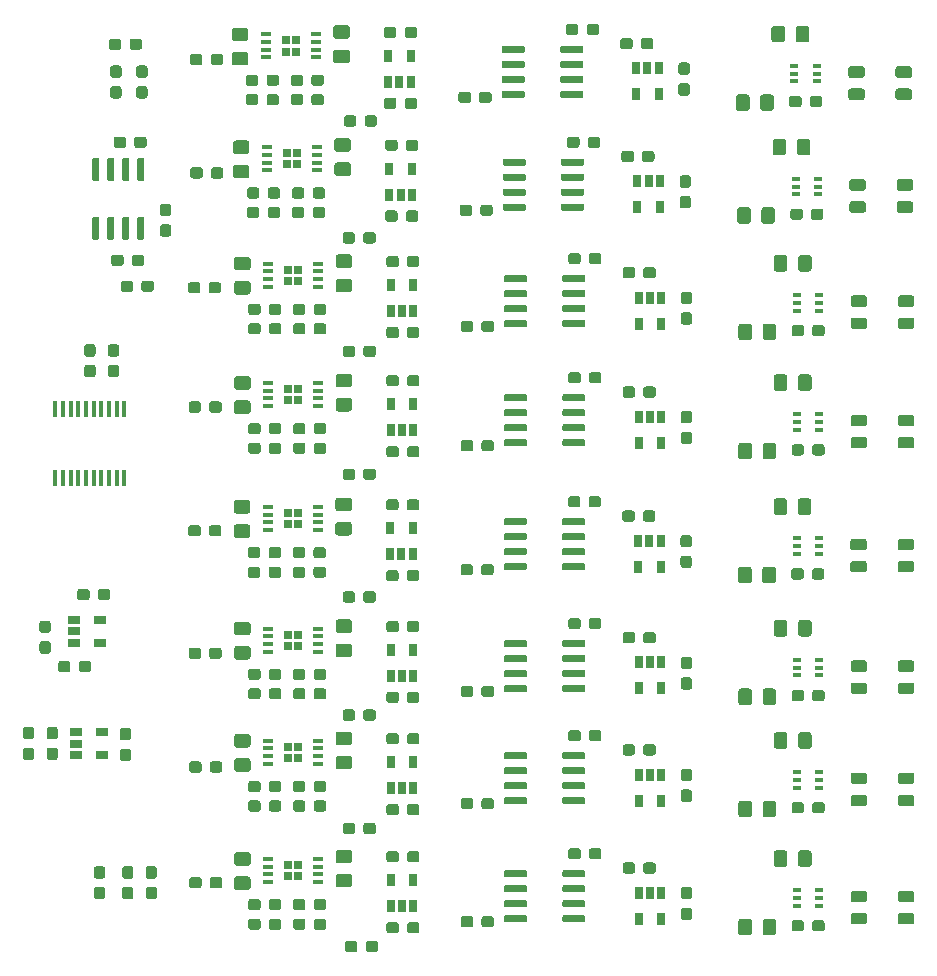
<source format=gtp>
G04 #@! TF.GenerationSoftware,KiCad,Pcbnew,(5.1.5-0)*
G04 #@! TF.CreationDate,2020-03-26T07:19:41-06:00*
G04 #@! TF.ProjectId,8ch_v3,3863685f-7633-42e6-9b69-6361645f7063,rev?*
G04 #@! TF.SameCoordinates,Original*
G04 #@! TF.FileFunction,Paste,Top*
G04 #@! TF.FilePolarity,Positive*
%FSLAX46Y46*%
G04 Gerber Fmt 4.6, Leading zero omitted, Abs format (unit mm)*
G04 Created by KiCad (PCBNEW (5.1.5-0)) date 2020-03-26 07:19:41*
%MOMM*%
%LPD*%
G04 APERTURE LIST*
%ADD10C,0.100000*%
%ADD11R,1.060000X0.650000*%
%ADD12R,0.660000X0.760000*%
%ADD13R,0.890000X0.420000*%
%ADD14R,0.650000X1.060000*%
%ADD15R,0.450000X1.450000*%
%ADD16R,0.650000X0.400000*%
G04 APERTURE END LIST*
D10*
G36*
X148660779Y-118201144D02*
G01*
X148683834Y-118204563D01*
X148706443Y-118210227D01*
X148728387Y-118218079D01*
X148749457Y-118228044D01*
X148769448Y-118240026D01*
X148788168Y-118253910D01*
X148805438Y-118269562D01*
X148821090Y-118286832D01*
X148834974Y-118305552D01*
X148846956Y-118325543D01*
X148856921Y-118346613D01*
X148864773Y-118368557D01*
X148870437Y-118391166D01*
X148873856Y-118414221D01*
X148875000Y-118437500D01*
X148875000Y-119012500D01*
X148873856Y-119035779D01*
X148870437Y-119058834D01*
X148864773Y-119081443D01*
X148856921Y-119103387D01*
X148846956Y-119124457D01*
X148834974Y-119144448D01*
X148821090Y-119163168D01*
X148805438Y-119180438D01*
X148788168Y-119196090D01*
X148769448Y-119209974D01*
X148749457Y-119221956D01*
X148728387Y-119231921D01*
X148706443Y-119239773D01*
X148683834Y-119245437D01*
X148660779Y-119248856D01*
X148637500Y-119250000D01*
X148162500Y-119250000D01*
X148139221Y-119248856D01*
X148116166Y-119245437D01*
X148093557Y-119239773D01*
X148071613Y-119231921D01*
X148050543Y-119221956D01*
X148030552Y-119209974D01*
X148011832Y-119196090D01*
X147994562Y-119180438D01*
X147978910Y-119163168D01*
X147965026Y-119144448D01*
X147953044Y-119124457D01*
X147943079Y-119103387D01*
X147935227Y-119081443D01*
X147929563Y-119058834D01*
X147926144Y-119035779D01*
X147925000Y-119012500D01*
X147925000Y-118437500D01*
X147926144Y-118414221D01*
X147929563Y-118391166D01*
X147935227Y-118368557D01*
X147943079Y-118346613D01*
X147953044Y-118325543D01*
X147965026Y-118305552D01*
X147978910Y-118286832D01*
X147994562Y-118269562D01*
X148011832Y-118253910D01*
X148030552Y-118240026D01*
X148050543Y-118228044D01*
X148071613Y-118218079D01*
X148093557Y-118210227D01*
X148116166Y-118204563D01*
X148139221Y-118201144D01*
X148162500Y-118200000D01*
X148637500Y-118200000D01*
X148660779Y-118201144D01*
G37*
G36*
X148660779Y-119951144D02*
G01*
X148683834Y-119954563D01*
X148706443Y-119960227D01*
X148728387Y-119968079D01*
X148749457Y-119978044D01*
X148769448Y-119990026D01*
X148788168Y-120003910D01*
X148805438Y-120019562D01*
X148821090Y-120036832D01*
X148834974Y-120055552D01*
X148846956Y-120075543D01*
X148856921Y-120096613D01*
X148864773Y-120118557D01*
X148870437Y-120141166D01*
X148873856Y-120164221D01*
X148875000Y-120187500D01*
X148875000Y-120762500D01*
X148873856Y-120785779D01*
X148870437Y-120808834D01*
X148864773Y-120831443D01*
X148856921Y-120853387D01*
X148846956Y-120874457D01*
X148834974Y-120894448D01*
X148821090Y-120913168D01*
X148805438Y-120930438D01*
X148788168Y-120946090D01*
X148769448Y-120959974D01*
X148749457Y-120971956D01*
X148728387Y-120981921D01*
X148706443Y-120989773D01*
X148683834Y-120995437D01*
X148660779Y-120998856D01*
X148637500Y-121000000D01*
X148162500Y-121000000D01*
X148139221Y-120998856D01*
X148116166Y-120995437D01*
X148093557Y-120989773D01*
X148071613Y-120981921D01*
X148050543Y-120971956D01*
X148030552Y-120959974D01*
X148011832Y-120946090D01*
X147994562Y-120930438D01*
X147978910Y-120913168D01*
X147965026Y-120894448D01*
X147953044Y-120874457D01*
X147943079Y-120853387D01*
X147935227Y-120831443D01*
X147929563Y-120808834D01*
X147926144Y-120785779D01*
X147925000Y-120762500D01*
X147925000Y-120187500D01*
X147926144Y-120164221D01*
X147929563Y-120141166D01*
X147935227Y-120118557D01*
X147943079Y-120096613D01*
X147953044Y-120075543D01*
X147965026Y-120055552D01*
X147978910Y-120036832D01*
X147994562Y-120019562D01*
X148011832Y-120003910D01*
X148030552Y-119990026D01*
X148050543Y-119978044D01*
X148071613Y-119968079D01*
X148093557Y-119960227D01*
X148116166Y-119954563D01*
X148139221Y-119951144D01*
X148162500Y-119950000D01*
X148637500Y-119950000D01*
X148660779Y-119951144D01*
G37*
D11*
X148650000Y-106870000D03*
X148650000Y-108770000D03*
X146450000Y-108770000D03*
X146450000Y-107820000D03*
X146450000Y-106870000D03*
D10*
G36*
X142660779Y-108151144D02*
G01*
X142683834Y-108154563D01*
X142706443Y-108160227D01*
X142728387Y-108168079D01*
X142749457Y-108178044D01*
X142769448Y-108190026D01*
X142788168Y-108203910D01*
X142805438Y-108219562D01*
X142821090Y-108236832D01*
X142834974Y-108255552D01*
X142846956Y-108275543D01*
X142856921Y-108296613D01*
X142864773Y-108318557D01*
X142870437Y-108341166D01*
X142873856Y-108364221D01*
X142875000Y-108387500D01*
X142875000Y-108962500D01*
X142873856Y-108985779D01*
X142870437Y-109008834D01*
X142864773Y-109031443D01*
X142856921Y-109053387D01*
X142846956Y-109074457D01*
X142834974Y-109094448D01*
X142821090Y-109113168D01*
X142805438Y-109130438D01*
X142788168Y-109146090D01*
X142769448Y-109159974D01*
X142749457Y-109171956D01*
X142728387Y-109181921D01*
X142706443Y-109189773D01*
X142683834Y-109195437D01*
X142660779Y-109198856D01*
X142637500Y-109200000D01*
X142162500Y-109200000D01*
X142139221Y-109198856D01*
X142116166Y-109195437D01*
X142093557Y-109189773D01*
X142071613Y-109181921D01*
X142050543Y-109171956D01*
X142030552Y-109159974D01*
X142011832Y-109146090D01*
X141994562Y-109130438D01*
X141978910Y-109113168D01*
X141965026Y-109094448D01*
X141953044Y-109074457D01*
X141943079Y-109053387D01*
X141935227Y-109031443D01*
X141929563Y-109008834D01*
X141926144Y-108985779D01*
X141925000Y-108962500D01*
X141925000Y-108387500D01*
X141926144Y-108364221D01*
X141929563Y-108341166D01*
X141935227Y-108318557D01*
X141943079Y-108296613D01*
X141953044Y-108275543D01*
X141965026Y-108255552D01*
X141978910Y-108236832D01*
X141994562Y-108219562D01*
X142011832Y-108203910D01*
X142030552Y-108190026D01*
X142050543Y-108178044D01*
X142071613Y-108168079D01*
X142093557Y-108160227D01*
X142116166Y-108154563D01*
X142139221Y-108151144D01*
X142162500Y-108150000D01*
X142637500Y-108150000D01*
X142660779Y-108151144D01*
G37*
G36*
X142660779Y-106401144D02*
G01*
X142683834Y-106404563D01*
X142706443Y-106410227D01*
X142728387Y-106418079D01*
X142749457Y-106428044D01*
X142769448Y-106440026D01*
X142788168Y-106453910D01*
X142805438Y-106469562D01*
X142821090Y-106486832D01*
X142834974Y-106505552D01*
X142846956Y-106525543D01*
X142856921Y-106546613D01*
X142864773Y-106568557D01*
X142870437Y-106591166D01*
X142873856Y-106614221D01*
X142875000Y-106637500D01*
X142875000Y-107212500D01*
X142873856Y-107235779D01*
X142870437Y-107258834D01*
X142864773Y-107281443D01*
X142856921Y-107303387D01*
X142846956Y-107324457D01*
X142834974Y-107344448D01*
X142821090Y-107363168D01*
X142805438Y-107380438D01*
X142788168Y-107396090D01*
X142769448Y-107409974D01*
X142749457Y-107421956D01*
X142728387Y-107431921D01*
X142706443Y-107439773D01*
X142683834Y-107445437D01*
X142660779Y-107448856D01*
X142637500Y-107450000D01*
X142162500Y-107450000D01*
X142139221Y-107448856D01*
X142116166Y-107445437D01*
X142093557Y-107439773D01*
X142071613Y-107431921D01*
X142050543Y-107421956D01*
X142030552Y-107409974D01*
X142011832Y-107396090D01*
X141994562Y-107380438D01*
X141978910Y-107363168D01*
X141965026Y-107344448D01*
X141953044Y-107324457D01*
X141943079Y-107303387D01*
X141935227Y-107281443D01*
X141929563Y-107258834D01*
X141926144Y-107235779D01*
X141925000Y-107212500D01*
X141925000Y-106637500D01*
X141926144Y-106614221D01*
X141929563Y-106591166D01*
X141935227Y-106568557D01*
X141943079Y-106546613D01*
X141953044Y-106525543D01*
X141965026Y-106505552D01*
X141978910Y-106486832D01*
X141994562Y-106469562D01*
X142011832Y-106453910D01*
X142030552Y-106440026D01*
X142050543Y-106428044D01*
X142071613Y-106418079D01*
X142093557Y-106410227D01*
X142116166Y-106404563D01*
X142139221Y-106401144D01*
X142162500Y-106400000D01*
X142637500Y-106400000D01*
X142660779Y-106401144D01*
G37*
G36*
X170035779Y-124526144D02*
G01*
X170058834Y-124529563D01*
X170081443Y-124535227D01*
X170103387Y-124543079D01*
X170124457Y-124553044D01*
X170144448Y-124565026D01*
X170163168Y-124578910D01*
X170180438Y-124594562D01*
X170196090Y-124611832D01*
X170209974Y-124630552D01*
X170221956Y-124650543D01*
X170231921Y-124671613D01*
X170239773Y-124693557D01*
X170245437Y-124716166D01*
X170248856Y-124739221D01*
X170250000Y-124762500D01*
X170250000Y-125237500D01*
X170248856Y-125260779D01*
X170245437Y-125283834D01*
X170239773Y-125306443D01*
X170231921Y-125328387D01*
X170221956Y-125349457D01*
X170209974Y-125369448D01*
X170196090Y-125388168D01*
X170180438Y-125405438D01*
X170163168Y-125421090D01*
X170144448Y-125434974D01*
X170124457Y-125446956D01*
X170103387Y-125456921D01*
X170081443Y-125464773D01*
X170058834Y-125470437D01*
X170035779Y-125473856D01*
X170012500Y-125475000D01*
X169437500Y-125475000D01*
X169414221Y-125473856D01*
X169391166Y-125470437D01*
X169368557Y-125464773D01*
X169346613Y-125456921D01*
X169325543Y-125446956D01*
X169305552Y-125434974D01*
X169286832Y-125421090D01*
X169269562Y-125405438D01*
X169253910Y-125388168D01*
X169240026Y-125369448D01*
X169228044Y-125349457D01*
X169218079Y-125328387D01*
X169210227Y-125306443D01*
X169204563Y-125283834D01*
X169201144Y-125260779D01*
X169200000Y-125237500D01*
X169200000Y-124762500D01*
X169201144Y-124739221D01*
X169204563Y-124716166D01*
X169210227Y-124693557D01*
X169218079Y-124671613D01*
X169228044Y-124650543D01*
X169240026Y-124630552D01*
X169253910Y-124611832D01*
X169269562Y-124594562D01*
X169286832Y-124578910D01*
X169305552Y-124565026D01*
X169325543Y-124553044D01*
X169346613Y-124543079D01*
X169368557Y-124535227D01*
X169391166Y-124529563D01*
X169414221Y-124526144D01*
X169437500Y-124525000D01*
X170012500Y-124525000D01*
X170035779Y-124526144D01*
G37*
G36*
X171785779Y-124526144D02*
G01*
X171808834Y-124529563D01*
X171831443Y-124535227D01*
X171853387Y-124543079D01*
X171874457Y-124553044D01*
X171894448Y-124565026D01*
X171913168Y-124578910D01*
X171930438Y-124594562D01*
X171946090Y-124611832D01*
X171959974Y-124630552D01*
X171971956Y-124650543D01*
X171981921Y-124671613D01*
X171989773Y-124693557D01*
X171995437Y-124716166D01*
X171998856Y-124739221D01*
X172000000Y-124762500D01*
X172000000Y-125237500D01*
X171998856Y-125260779D01*
X171995437Y-125283834D01*
X171989773Y-125306443D01*
X171981921Y-125328387D01*
X171971956Y-125349457D01*
X171959974Y-125369448D01*
X171946090Y-125388168D01*
X171930438Y-125405438D01*
X171913168Y-125421090D01*
X171894448Y-125434974D01*
X171874457Y-125446956D01*
X171853387Y-125456921D01*
X171831443Y-125464773D01*
X171808834Y-125470437D01*
X171785779Y-125473856D01*
X171762500Y-125475000D01*
X171187500Y-125475000D01*
X171164221Y-125473856D01*
X171141166Y-125470437D01*
X171118557Y-125464773D01*
X171096613Y-125456921D01*
X171075543Y-125446956D01*
X171055552Y-125434974D01*
X171036832Y-125421090D01*
X171019562Y-125405438D01*
X171003910Y-125388168D01*
X170990026Y-125369448D01*
X170978044Y-125349457D01*
X170968079Y-125328387D01*
X170960227Y-125306443D01*
X170954563Y-125283834D01*
X170951144Y-125260779D01*
X170950000Y-125237500D01*
X170950000Y-124762500D01*
X170951144Y-124739221D01*
X170954563Y-124716166D01*
X170960227Y-124693557D01*
X170968079Y-124671613D01*
X170978044Y-124650543D01*
X170990026Y-124630552D01*
X171003910Y-124611832D01*
X171019562Y-124594562D01*
X171036832Y-124578910D01*
X171055552Y-124565026D01*
X171075543Y-124553044D01*
X171096613Y-124543079D01*
X171118557Y-124535227D01*
X171141166Y-124529563D01*
X171164221Y-124526144D01*
X171187500Y-124525000D01*
X171762500Y-124525000D01*
X171785779Y-124526144D01*
G37*
G36*
X156835779Y-119126144D02*
G01*
X156858834Y-119129563D01*
X156881443Y-119135227D01*
X156903387Y-119143079D01*
X156924457Y-119153044D01*
X156944448Y-119165026D01*
X156963168Y-119178910D01*
X156980438Y-119194562D01*
X156996090Y-119211832D01*
X157009974Y-119230552D01*
X157021956Y-119250543D01*
X157031921Y-119271613D01*
X157039773Y-119293557D01*
X157045437Y-119316166D01*
X157048856Y-119339221D01*
X157050000Y-119362500D01*
X157050000Y-119837500D01*
X157048856Y-119860779D01*
X157045437Y-119883834D01*
X157039773Y-119906443D01*
X157031921Y-119928387D01*
X157021956Y-119949457D01*
X157009974Y-119969448D01*
X156996090Y-119988168D01*
X156980438Y-120005438D01*
X156963168Y-120021090D01*
X156944448Y-120034974D01*
X156924457Y-120046956D01*
X156903387Y-120056921D01*
X156881443Y-120064773D01*
X156858834Y-120070437D01*
X156835779Y-120073856D01*
X156812500Y-120075000D01*
X156237500Y-120075000D01*
X156214221Y-120073856D01*
X156191166Y-120070437D01*
X156168557Y-120064773D01*
X156146613Y-120056921D01*
X156125543Y-120046956D01*
X156105552Y-120034974D01*
X156086832Y-120021090D01*
X156069562Y-120005438D01*
X156053910Y-119988168D01*
X156040026Y-119969448D01*
X156028044Y-119949457D01*
X156018079Y-119928387D01*
X156010227Y-119906443D01*
X156004563Y-119883834D01*
X156001144Y-119860779D01*
X156000000Y-119837500D01*
X156000000Y-119362500D01*
X156001144Y-119339221D01*
X156004563Y-119316166D01*
X156010227Y-119293557D01*
X156018079Y-119271613D01*
X156028044Y-119250543D01*
X156040026Y-119230552D01*
X156053910Y-119211832D01*
X156069562Y-119194562D01*
X156086832Y-119178910D01*
X156105552Y-119165026D01*
X156125543Y-119153044D01*
X156146613Y-119143079D01*
X156168557Y-119135227D01*
X156191166Y-119129563D01*
X156214221Y-119126144D01*
X156237500Y-119125000D01*
X156812500Y-119125000D01*
X156835779Y-119126144D01*
G37*
G36*
X158585779Y-119126144D02*
G01*
X158608834Y-119129563D01*
X158631443Y-119135227D01*
X158653387Y-119143079D01*
X158674457Y-119153044D01*
X158694448Y-119165026D01*
X158713168Y-119178910D01*
X158730438Y-119194562D01*
X158746090Y-119211832D01*
X158759974Y-119230552D01*
X158771956Y-119250543D01*
X158781921Y-119271613D01*
X158789773Y-119293557D01*
X158795437Y-119316166D01*
X158798856Y-119339221D01*
X158800000Y-119362500D01*
X158800000Y-119837500D01*
X158798856Y-119860779D01*
X158795437Y-119883834D01*
X158789773Y-119906443D01*
X158781921Y-119928387D01*
X158771956Y-119949457D01*
X158759974Y-119969448D01*
X158746090Y-119988168D01*
X158730438Y-120005438D01*
X158713168Y-120021090D01*
X158694448Y-120034974D01*
X158674457Y-120046956D01*
X158653387Y-120056921D01*
X158631443Y-120064773D01*
X158608834Y-120070437D01*
X158585779Y-120073856D01*
X158562500Y-120075000D01*
X157987500Y-120075000D01*
X157964221Y-120073856D01*
X157941166Y-120070437D01*
X157918557Y-120064773D01*
X157896613Y-120056921D01*
X157875543Y-120046956D01*
X157855552Y-120034974D01*
X157836832Y-120021090D01*
X157819562Y-120005438D01*
X157803910Y-119988168D01*
X157790026Y-119969448D01*
X157778044Y-119949457D01*
X157768079Y-119928387D01*
X157760227Y-119906443D01*
X157754563Y-119883834D01*
X157751144Y-119860779D01*
X157750000Y-119837500D01*
X157750000Y-119362500D01*
X157751144Y-119339221D01*
X157754563Y-119316166D01*
X157760227Y-119293557D01*
X157768079Y-119271613D01*
X157778044Y-119250543D01*
X157790026Y-119230552D01*
X157803910Y-119211832D01*
X157819562Y-119194562D01*
X157836832Y-119178910D01*
X157855552Y-119165026D01*
X157875543Y-119153044D01*
X157896613Y-119143079D01*
X157918557Y-119135227D01*
X157941166Y-119129563D01*
X157964221Y-119126144D01*
X157987500Y-119125000D01*
X158562500Y-119125000D01*
X158585779Y-119126144D01*
G37*
G36*
X169835779Y-114526144D02*
G01*
X169858834Y-114529563D01*
X169881443Y-114535227D01*
X169903387Y-114543079D01*
X169924457Y-114553044D01*
X169944448Y-114565026D01*
X169963168Y-114578910D01*
X169980438Y-114594562D01*
X169996090Y-114611832D01*
X170009974Y-114630552D01*
X170021956Y-114650543D01*
X170031921Y-114671613D01*
X170039773Y-114693557D01*
X170045437Y-114716166D01*
X170048856Y-114739221D01*
X170050000Y-114762500D01*
X170050000Y-115237500D01*
X170048856Y-115260779D01*
X170045437Y-115283834D01*
X170039773Y-115306443D01*
X170031921Y-115328387D01*
X170021956Y-115349457D01*
X170009974Y-115369448D01*
X169996090Y-115388168D01*
X169980438Y-115405438D01*
X169963168Y-115421090D01*
X169944448Y-115434974D01*
X169924457Y-115446956D01*
X169903387Y-115456921D01*
X169881443Y-115464773D01*
X169858834Y-115470437D01*
X169835779Y-115473856D01*
X169812500Y-115475000D01*
X169237500Y-115475000D01*
X169214221Y-115473856D01*
X169191166Y-115470437D01*
X169168557Y-115464773D01*
X169146613Y-115456921D01*
X169125543Y-115446956D01*
X169105552Y-115434974D01*
X169086832Y-115421090D01*
X169069562Y-115405438D01*
X169053910Y-115388168D01*
X169040026Y-115369448D01*
X169028044Y-115349457D01*
X169018079Y-115328387D01*
X169010227Y-115306443D01*
X169004563Y-115283834D01*
X169001144Y-115260779D01*
X169000000Y-115237500D01*
X169000000Y-114762500D01*
X169001144Y-114739221D01*
X169004563Y-114716166D01*
X169010227Y-114693557D01*
X169018079Y-114671613D01*
X169028044Y-114650543D01*
X169040026Y-114630552D01*
X169053910Y-114611832D01*
X169069562Y-114594562D01*
X169086832Y-114578910D01*
X169105552Y-114565026D01*
X169125543Y-114553044D01*
X169146613Y-114543079D01*
X169168557Y-114535227D01*
X169191166Y-114529563D01*
X169214221Y-114526144D01*
X169237500Y-114525000D01*
X169812500Y-114525000D01*
X169835779Y-114526144D01*
G37*
G36*
X171585779Y-114526144D02*
G01*
X171608834Y-114529563D01*
X171631443Y-114535227D01*
X171653387Y-114543079D01*
X171674457Y-114553044D01*
X171694448Y-114565026D01*
X171713168Y-114578910D01*
X171730438Y-114594562D01*
X171746090Y-114611832D01*
X171759974Y-114630552D01*
X171771956Y-114650543D01*
X171781921Y-114671613D01*
X171789773Y-114693557D01*
X171795437Y-114716166D01*
X171798856Y-114739221D01*
X171800000Y-114762500D01*
X171800000Y-115237500D01*
X171798856Y-115260779D01*
X171795437Y-115283834D01*
X171789773Y-115306443D01*
X171781921Y-115328387D01*
X171771956Y-115349457D01*
X171759974Y-115369448D01*
X171746090Y-115388168D01*
X171730438Y-115405438D01*
X171713168Y-115421090D01*
X171694448Y-115434974D01*
X171674457Y-115446956D01*
X171653387Y-115456921D01*
X171631443Y-115464773D01*
X171608834Y-115470437D01*
X171585779Y-115473856D01*
X171562500Y-115475000D01*
X170987500Y-115475000D01*
X170964221Y-115473856D01*
X170941166Y-115470437D01*
X170918557Y-115464773D01*
X170896613Y-115456921D01*
X170875543Y-115446956D01*
X170855552Y-115434974D01*
X170836832Y-115421090D01*
X170819562Y-115405438D01*
X170803910Y-115388168D01*
X170790026Y-115369448D01*
X170778044Y-115349457D01*
X170768079Y-115328387D01*
X170760227Y-115306443D01*
X170754563Y-115283834D01*
X170751144Y-115260779D01*
X170750000Y-115237500D01*
X170750000Y-114762500D01*
X170751144Y-114739221D01*
X170754563Y-114716166D01*
X170760227Y-114693557D01*
X170768079Y-114671613D01*
X170778044Y-114650543D01*
X170790026Y-114630552D01*
X170803910Y-114611832D01*
X170819562Y-114594562D01*
X170836832Y-114578910D01*
X170855552Y-114565026D01*
X170875543Y-114553044D01*
X170896613Y-114543079D01*
X170918557Y-114535227D01*
X170941166Y-114529563D01*
X170964221Y-114526144D01*
X170987500Y-114525000D01*
X171562500Y-114525000D01*
X171585779Y-114526144D01*
G37*
G36*
X156835779Y-109326144D02*
G01*
X156858834Y-109329563D01*
X156881443Y-109335227D01*
X156903387Y-109343079D01*
X156924457Y-109353044D01*
X156944448Y-109365026D01*
X156963168Y-109378910D01*
X156980438Y-109394562D01*
X156996090Y-109411832D01*
X157009974Y-109430552D01*
X157021956Y-109450543D01*
X157031921Y-109471613D01*
X157039773Y-109493557D01*
X157045437Y-109516166D01*
X157048856Y-109539221D01*
X157050000Y-109562500D01*
X157050000Y-110037500D01*
X157048856Y-110060779D01*
X157045437Y-110083834D01*
X157039773Y-110106443D01*
X157031921Y-110128387D01*
X157021956Y-110149457D01*
X157009974Y-110169448D01*
X156996090Y-110188168D01*
X156980438Y-110205438D01*
X156963168Y-110221090D01*
X156944448Y-110234974D01*
X156924457Y-110246956D01*
X156903387Y-110256921D01*
X156881443Y-110264773D01*
X156858834Y-110270437D01*
X156835779Y-110273856D01*
X156812500Y-110275000D01*
X156237500Y-110275000D01*
X156214221Y-110273856D01*
X156191166Y-110270437D01*
X156168557Y-110264773D01*
X156146613Y-110256921D01*
X156125543Y-110246956D01*
X156105552Y-110234974D01*
X156086832Y-110221090D01*
X156069562Y-110205438D01*
X156053910Y-110188168D01*
X156040026Y-110169448D01*
X156028044Y-110149457D01*
X156018079Y-110128387D01*
X156010227Y-110106443D01*
X156004563Y-110083834D01*
X156001144Y-110060779D01*
X156000000Y-110037500D01*
X156000000Y-109562500D01*
X156001144Y-109539221D01*
X156004563Y-109516166D01*
X156010227Y-109493557D01*
X156018079Y-109471613D01*
X156028044Y-109450543D01*
X156040026Y-109430552D01*
X156053910Y-109411832D01*
X156069562Y-109394562D01*
X156086832Y-109378910D01*
X156105552Y-109365026D01*
X156125543Y-109353044D01*
X156146613Y-109343079D01*
X156168557Y-109335227D01*
X156191166Y-109329563D01*
X156214221Y-109326144D01*
X156237500Y-109325000D01*
X156812500Y-109325000D01*
X156835779Y-109326144D01*
G37*
G36*
X158585779Y-109326144D02*
G01*
X158608834Y-109329563D01*
X158631443Y-109335227D01*
X158653387Y-109343079D01*
X158674457Y-109353044D01*
X158694448Y-109365026D01*
X158713168Y-109378910D01*
X158730438Y-109394562D01*
X158746090Y-109411832D01*
X158759974Y-109430552D01*
X158771956Y-109450543D01*
X158781921Y-109471613D01*
X158789773Y-109493557D01*
X158795437Y-109516166D01*
X158798856Y-109539221D01*
X158800000Y-109562500D01*
X158800000Y-110037500D01*
X158798856Y-110060779D01*
X158795437Y-110083834D01*
X158789773Y-110106443D01*
X158781921Y-110128387D01*
X158771956Y-110149457D01*
X158759974Y-110169448D01*
X158746090Y-110188168D01*
X158730438Y-110205438D01*
X158713168Y-110221090D01*
X158694448Y-110234974D01*
X158674457Y-110246956D01*
X158653387Y-110256921D01*
X158631443Y-110264773D01*
X158608834Y-110270437D01*
X158585779Y-110273856D01*
X158562500Y-110275000D01*
X157987500Y-110275000D01*
X157964221Y-110273856D01*
X157941166Y-110270437D01*
X157918557Y-110264773D01*
X157896613Y-110256921D01*
X157875543Y-110246956D01*
X157855552Y-110234974D01*
X157836832Y-110221090D01*
X157819562Y-110205438D01*
X157803910Y-110188168D01*
X157790026Y-110169448D01*
X157778044Y-110149457D01*
X157768079Y-110128387D01*
X157760227Y-110106443D01*
X157754563Y-110083834D01*
X157751144Y-110060779D01*
X157750000Y-110037500D01*
X157750000Y-109562500D01*
X157751144Y-109539221D01*
X157754563Y-109516166D01*
X157760227Y-109493557D01*
X157768079Y-109471613D01*
X157778044Y-109450543D01*
X157790026Y-109430552D01*
X157803910Y-109411832D01*
X157819562Y-109394562D01*
X157836832Y-109378910D01*
X157855552Y-109365026D01*
X157875543Y-109353044D01*
X157896613Y-109343079D01*
X157918557Y-109335227D01*
X157941166Y-109329563D01*
X157964221Y-109326144D01*
X157987500Y-109325000D01*
X158562500Y-109325000D01*
X158585779Y-109326144D01*
G37*
G36*
X169835779Y-104926144D02*
G01*
X169858834Y-104929563D01*
X169881443Y-104935227D01*
X169903387Y-104943079D01*
X169924457Y-104953044D01*
X169944448Y-104965026D01*
X169963168Y-104978910D01*
X169980438Y-104994562D01*
X169996090Y-105011832D01*
X170009974Y-105030552D01*
X170021956Y-105050543D01*
X170031921Y-105071613D01*
X170039773Y-105093557D01*
X170045437Y-105116166D01*
X170048856Y-105139221D01*
X170050000Y-105162500D01*
X170050000Y-105637500D01*
X170048856Y-105660779D01*
X170045437Y-105683834D01*
X170039773Y-105706443D01*
X170031921Y-105728387D01*
X170021956Y-105749457D01*
X170009974Y-105769448D01*
X169996090Y-105788168D01*
X169980438Y-105805438D01*
X169963168Y-105821090D01*
X169944448Y-105834974D01*
X169924457Y-105846956D01*
X169903387Y-105856921D01*
X169881443Y-105864773D01*
X169858834Y-105870437D01*
X169835779Y-105873856D01*
X169812500Y-105875000D01*
X169237500Y-105875000D01*
X169214221Y-105873856D01*
X169191166Y-105870437D01*
X169168557Y-105864773D01*
X169146613Y-105856921D01*
X169125543Y-105846956D01*
X169105552Y-105834974D01*
X169086832Y-105821090D01*
X169069562Y-105805438D01*
X169053910Y-105788168D01*
X169040026Y-105769448D01*
X169028044Y-105749457D01*
X169018079Y-105728387D01*
X169010227Y-105706443D01*
X169004563Y-105683834D01*
X169001144Y-105660779D01*
X169000000Y-105637500D01*
X169000000Y-105162500D01*
X169001144Y-105139221D01*
X169004563Y-105116166D01*
X169010227Y-105093557D01*
X169018079Y-105071613D01*
X169028044Y-105050543D01*
X169040026Y-105030552D01*
X169053910Y-105011832D01*
X169069562Y-104994562D01*
X169086832Y-104978910D01*
X169105552Y-104965026D01*
X169125543Y-104953044D01*
X169146613Y-104943079D01*
X169168557Y-104935227D01*
X169191166Y-104929563D01*
X169214221Y-104926144D01*
X169237500Y-104925000D01*
X169812500Y-104925000D01*
X169835779Y-104926144D01*
G37*
G36*
X171585779Y-104926144D02*
G01*
X171608834Y-104929563D01*
X171631443Y-104935227D01*
X171653387Y-104943079D01*
X171674457Y-104953044D01*
X171694448Y-104965026D01*
X171713168Y-104978910D01*
X171730438Y-104994562D01*
X171746090Y-105011832D01*
X171759974Y-105030552D01*
X171771956Y-105050543D01*
X171781921Y-105071613D01*
X171789773Y-105093557D01*
X171795437Y-105116166D01*
X171798856Y-105139221D01*
X171800000Y-105162500D01*
X171800000Y-105637500D01*
X171798856Y-105660779D01*
X171795437Y-105683834D01*
X171789773Y-105706443D01*
X171781921Y-105728387D01*
X171771956Y-105749457D01*
X171759974Y-105769448D01*
X171746090Y-105788168D01*
X171730438Y-105805438D01*
X171713168Y-105821090D01*
X171694448Y-105834974D01*
X171674457Y-105846956D01*
X171653387Y-105856921D01*
X171631443Y-105864773D01*
X171608834Y-105870437D01*
X171585779Y-105873856D01*
X171562500Y-105875000D01*
X170987500Y-105875000D01*
X170964221Y-105873856D01*
X170941166Y-105870437D01*
X170918557Y-105864773D01*
X170896613Y-105856921D01*
X170875543Y-105846956D01*
X170855552Y-105834974D01*
X170836832Y-105821090D01*
X170819562Y-105805438D01*
X170803910Y-105788168D01*
X170790026Y-105769448D01*
X170778044Y-105749457D01*
X170768079Y-105728387D01*
X170760227Y-105706443D01*
X170754563Y-105683834D01*
X170751144Y-105660779D01*
X170750000Y-105637500D01*
X170750000Y-105162500D01*
X170751144Y-105139221D01*
X170754563Y-105116166D01*
X170760227Y-105093557D01*
X170768079Y-105071613D01*
X170778044Y-105050543D01*
X170790026Y-105030552D01*
X170803910Y-105011832D01*
X170819562Y-104994562D01*
X170836832Y-104978910D01*
X170855552Y-104965026D01*
X170875543Y-104953044D01*
X170896613Y-104943079D01*
X170918557Y-104935227D01*
X170941166Y-104929563D01*
X170964221Y-104926144D01*
X170987500Y-104925000D01*
X171562500Y-104925000D01*
X171585779Y-104926144D01*
G37*
G36*
X156785779Y-99696144D02*
G01*
X156808834Y-99699563D01*
X156831443Y-99705227D01*
X156853387Y-99713079D01*
X156874457Y-99723044D01*
X156894448Y-99735026D01*
X156913168Y-99748910D01*
X156930438Y-99764562D01*
X156946090Y-99781832D01*
X156959974Y-99800552D01*
X156971956Y-99820543D01*
X156981921Y-99841613D01*
X156989773Y-99863557D01*
X156995437Y-99886166D01*
X156998856Y-99909221D01*
X157000000Y-99932500D01*
X157000000Y-100407500D01*
X156998856Y-100430779D01*
X156995437Y-100453834D01*
X156989773Y-100476443D01*
X156981921Y-100498387D01*
X156971956Y-100519457D01*
X156959974Y-100539448D01*
X156946090Y-100558168D01*
X156930438Y-100575438D01*
X156913168Y-100591090D01*
X156894448Y-100604974D01*
X156874457Y-100616956D01*
X156853387Y-100626921D01*
X156831443Y-100634773D01*
X156808834Y-100640437D01*
X156785779Y-100643856D01*
X156762500Y-100645000D01*
X156187500Y-100645000D01*
X156164221Y-100643856D01*
X156141166Y-100640437D01*
X156118557Y-100634773D01*
X156096613Y-100626921D01*
X156075543Y-100616956D01*
X156055552Y-100604974D01*
X156036832Y-100591090D01*
X156019562Y-100575438D01*
X156003910Y-100558168D01*
X155990026Y-100539448D01*
X155978044Y-100519457D01*
X155968079Y-100498387D01*
X155960227Y-100476443D01*
X155954563Y-100453834D01*
X155951144Y-100430779D01*
X155950000Y-100407500D01*
X155950000Y-99932500D01*
X155951144Y-99909221D01*
X155954563Y-99886166D01*
X155960227Y-99863557D01*
X155968079Y-99841613D01*
X155978044Y-99820543D01*
X155990026Y-99800552D01*
X156003910Y-99781832D01*
X156019562Y-99764562D01*
X156036832Y-99748910D01*
X156055552Y-99735026D01*
X156075543Y-99723044D01*
X156096613Y-99713079D01*
X156118557Y-99705227D01*
X156141166Y-99699563D01*
X156164221Y-99696144D01*
X156187500Y-99695000D01*
X156762500Y-99695000D01*
X156785779Y-99696144D01*
G37*
G36*
X158535779Y-99696144D02*
G01*
X158558834Y-99699563D01*
X158581443Y-99705227D01*
X158603387Y-99713079D01*
X158624457Y-99723044D01*
X158644448Y-99735026D01*
X158663168Y-99748910D01*
X158680438Y-99764562D01*
X158696090Y-99781832D01*
X158709974Y-99800552D01*
X158721956Y-99820543D01*
X158731921Y-99841613D01*
X158739773Y-99863557D01*
X158745437Y-99886166D01*
X158748856Y-99909221D01*
X158750000Y-99932500D01*
X158750000Y-100407500D01*
X158748856Y-100430779D01*
X158745437Y-100453834D01*
X158739773Y-100476443D01*
X158731921Y-100498387D01*
X158721956Y-100519457D01*
X158709974Y-100539448D01*
X158696090Y-100558168D01*
X158680438Y-100575438D01*
X158663168Y-100591090D01*
X158644448Y-100604974D01*
X158624457Y-100616956D01*
X158603387Y-100626921D01*
X158581443Y-100634773D01*
X158558834Y-100640437D01*
X158535779Y-100643856D01*
X158512500Y-100645000D01*
X157937500Y-100645000D01*
X157914221Y-100643856D01*
X157891166Y-100640437D01*
X157868557Y-100634773D01*
X157846613Y-100626921D01*
X157825543Y-100616956D01*
X157805552Y-100604974D01*
X157786832Y-100591090D01*
X157769562Y-100575438D01*
X157753910Y-100558168D01*
X157740026Y-100539448D01*
X157728044Y-100519457D01*
X157718079Y-100498387D01*
X157710227Y-100476443D01*
X157704563Y-100453834D01*
X157701144Y-100430779D01*
X157700000Y-100407500D01*
X157700000Y-99932500D01*
X157701144Y-99909221D01*
X157704563Y-99886166D01*
X157710227Y-99863557D01*
X157718079Y-99841613D01*
X157728044Y-99820543D01*
X157740026Y-99800552D01*
X157753910Y-99781832D01*
X157769562Y-99764562D01*
X157786832Y-99748910D01*
X157805552Y-99735026D01*
X157825543Y-99723044D01*
X157846613Y-99713079D01*
X157868557Y-99705227D01*
X157891166Y-99699563D01*
X157914221Y-99696144D01*
X157937500Y-99695000D01*
X158512500Y-99695000D01*
X158535779Y-99696144D01*
G37*
G36*
X169835779Y-94926144D02*
G01*
X169858834Y-94929563D01*
X169881443Y-94935227D01*
X169903387Y-94943079D01*
X169924457Y-94953044D01*
X169944448Y-94965026D01*
X169963168Y-94978910D01*
X169980438Y-94994562D01*
X169996090Y-95011832D01*
X170009974Y-95030552D01*
X170021956Y-95050543D01*
X170031921Y-95071613D01*
X170039773Y-95093557D01*
X170045437Y-95116166D01*
X170048856Y-95139221D01*
X170050000Y-95162500D01*
X170050000Y-95637500D01*
X170048856Y-95660779D01*
X170045437Y-95683834D01*
X170039773Y-95706443D01*
X170031921Y-95728387D01*
X170021956Y-95749457D01*
X170009974Y-95769448D01*
X169996090Y-95788168D01*
X169980438Y-95805438D01*
X169963168Y-95821090D01*
X169944448Y-95834974D01*
X169924457Y-95846956D01*
X169903387Y-95856921D01*
X169881443Y-95864773D01*
X169858834Y-95870437D01*
X169835779Y-95873856D01*
X169812500Y-95875000D01*
X169237500Y-95875000D01*
X169214221Y-95873856D01*
X169191166Y-95870437D01*
X169168557Y-95864773D01*
X169146613Y-95856921D01*
X169125543Y-95846956D01*
X169105552Y-95834974D01*
X169086832Y-95821090D01*
X169069562Y-95805438D01*
X169053910Y-95788168D01*
X169040026Y-95769448D01*
X169028044Y-95749457D01*
X169018079Y-95728387D01*
X169010227Y-95706443D01*
X169004563Y-95683834D01*
X169001144Y-95660779D01*
X169000000Y-95637500D01*
X169000000Y-95162500D01*
X169001144Y-95139221D01*
X169004563Y-95116166D01*
X169010227Y-95093557D01*
X169018079Y-95071613D01*
X169028044Y-95050543D01*
X169040026Y-95030552D01*
X169053910Y-95011832D01*
X169069562Y-94994562D01*
X169086832Y-94978910D01*
X169105552Y-94965026D01*
X169125543Y-94953044D01*
X169146613Y-94943079D01*
X169168557Y-94935227D01*
X169191166Y-94929563D01*
X169214221Y-94926144D01*
X169237500Y-94925000D01*
X169812500Y-94925000D01*
X169835779Y-94926144D01*
G37*
G36*
X171585779Y-94926144D02*
G01*
X171608834Y-94929563D01*
X171631443Y-94935227D01*
X171653387Y-94943079D01*
X171674457Y-94953044D01*
X171694448Y-94965026D01*
X171713168Y-94978910D01*
X171730438Y-94994562D01*
X171746090Y-95011832D01*
X171759974Y-95030552D01*
X171771956Y-95050543D01*
X171781921Y-95071613D01*
X171789773Y-95093557D01*
X171795437Y-95116166D01*
X171798856Y-95139221D01*
X171800000Y-95162500D01*
X171800000Y-95637500D01*
X171798856Y-95660779D01*
X171795437Y-95683834D01*
X171789773Y-95706443D01*
X171781921Y-95728387D01*
X171771956Y-95749457D01*
X171759974Y-95769448D01*
X171746090Y-95788168D01*
X171730438Y-95805438D01*
X171713168Y-95821090D01*
X171694448Y-95834974D01*
X171674457Y-95846956D01*
X171653387Y-95856921D01*
X171631443Y-95864773D01*
X171608834Y-95870437D01*
X171585779Y-95873856D01*
X171562500Y-95875000D01*
X170987500Y-95875000D01*
X170964221Y-95873856D01*
X170941166Y-95870437D01*
X170918557Y-95864773D01*
X170896613Y-95856921D01*
X170875543Y-95846956D01*
X170855552Y-95834974D01*
X170836832Y-95821090D01*
X170819562Y-95805438D01*
X170803910Y-95788168D01*
X170790026Y-95769448D01*
X170778044Y-95749457D01*
X170768079Y-95728387D01*
X170760227Y-95706443D01*
X170754563Y-95683834D01*
X170751144Y-95660779D01*
X170750000Y-95637500D01*
X170750000Y-95162500D01*
X170751144Y-95139221D01*
X170754563Y-95116166D01*
X170760227Y-95093557D01*
X170768079Y-95071613D01*
X170778044Y-95050543D01*
X170790026Y-95030552D01*
X170803910Y-95011832D01*
X170819562Y-94994562D01*
X170836832Y-94978910D01*
X170855552Y-94965026D01*
X170875543Y-94953044D01*
X170896613Y-94943079D01*
X170918557Y-94935227D01*
X170941166Y-94929563D01*
X170964221Y-94926144D01*
X170987500Y-94925000D01*
X171562500Y-94925000D01*
X171585779Y-94926144D01*
G37*
G36*
X156765779Y-89326144D02*
G01*
X156788834Y-89329563D01*
X156811443Y-89335227D01*
X156833387Y-89343079D01*
X156854457Y-89353044D01*
X156874448Y-89365026D01*
X156893168Y-89378910D01*
X156910438Y-89394562D01*
X156926090Y-89411832D01*
X156939974Y-89430552D01*
X156951956Y-89450543D01*
X156961921Y-89471613D01*
X156969773Y-89493557D01*
X156975437Y-89516166D01*
X156978856Y-89539221D01*
X156980000Y-89562500D01*
X156980000Y-90037500D01*
X156978856Y-90060779D01*
X156975437Y-90083834D01*
X156969773Y-90106443D01*
X156961921Y-90128387D01*
X156951956Y-90149457D01*
X156939974Y-90169448D01*
X156926090Y-90188168D01*
X156910438Y-90205438D01*
X156893168Y-90221090D01*
X156874448Y-90234974D01*
X156854457Y-90246956D01*
X156833387Y-90256921D01*
X156811443Y-90264773D01*
X156788834Y-90270437D01*
X156765779Y-90273856D01*
X156742500Y-90275000D01*
X156167500Y-90275000D01*
X156144221Y-90273856D01*
X156121166Y-90270437D01*
X156098557Y-90264773D01*
X156076613Y-90256921D01*
X156055543Y-90246956D01*
X156035552Y-90234974D01*
X156016832Y-90221090D01*
X155999562Y-90205438D01*
X155983910Y-90188168D01*
X155970026Y-90169448D01*
X155958044Y-90149457D01*
X155948079Y-90128387D01*
X155940227Y-90106443D01*
X155934563Y-90083834D01*
X155931144Y-90060779D01*
X155930000Y-90037500D01*
X155930000Y-89562500D01*
X155931144Y-89539221D01*
X155934563Y-89516166D01*
X155940227Y-89493557D01*
X155948079Y-89471613D01*
X155958044Y-89450543D01*
X155970026Y-89430552D01*
X155983910Y-89411832D01*
X155999562Y-89394562D01*
X156016832Y-89378910D01*
X156035552Y-89365026D01*
X156055543Y-89353044D01*
X156076613Y-89343079D01*
X156098557Y-89335227D01*
X156121166Y-89329563D01*
X156144221Y-89326144D01*
X156167500Y-89325000D01*
X156742500Y-89325000D01*
X156765779Y-89326144D01*
G37*
G36*
X158515779Y-89326144D02*
G01*
X158538834Y-89329563D01*
X158561443Y-89335227D01*
X158583387Y-89343079D01*
X158604457Y-89353044D01*
X158624448Y-89365026D01*
X158643168Y-89378910D01*
X158660438Y-89394562D01*
X158676090Y-89411832D01*
X158689974Y-89430552D01*
X158701956Y-89450543D01*
X158711921Y-89471613D01*
X158719773Y-89493557D01*
X158725437Y-89516166D01*
X158728856Y-89539221D01*
X158730000Y-89562500D01*
X158730000Y-90037500D01*
X158728856Y-90060779D01*
X158725437Y-90083834D01*
X158719773Y-90106443D01*
X158711921Y-90128387D01*
X158701956Y-90149457D01*
X158689974Y-90169448D01*
X158676090Y-90188168D01*
X158660438Y-90205438D01*
X158643168Y-90221090D01*
X158624448Y-90234974D01*
X158604457Y-90246956D01*
X158583387Y-90256921D01*
X158561443Y-90264773D01*
X158538834Y-90270437D01*
X158515779Y-90273856D01*
X158492500Y-90275000D01*
X157917500Y-90275000D01*
X157894221Y-90273856D01*
X157871166Y-90270437D01*
X157848557Y-90264773D01*
X157826613Y-90256921D01*
X157805543Y-90246956D01*
X157785552Y-90234974D01*
X157766832Y-90221090D01*
X157749562Y-90205438D01*
X157733910Y-90188168D01*
X157720026Y-90169448D01*
X157708044Y-90149457D01*
X157698079Y-90128387D01*
X157690227Y-90106443D01*
X157684563Y-90083834D01*
X157681144Y-90060779D01*
X157680000Y-90037500D01*
X157680000Y-89562500D01*
X157681144Y-89539221D01*
X157684563Y-89516166D01*
X157690227Y-89493557D01*
X157698079Y-89471613D01*
X157708044Y-89450543D01*
X157720026Y-89430552D01*
X157733910Y-89411832D01*
X157749562Y-89394562D01*
X157766832Y-89378910D01*
X157785552Y-89365026D01*
X157805543Y-89353044D01*
X157826613Y-89343079D01*
X157848557Y-89335227D01*
X157871166Y-89329563D01*
X157894221Y-89326144D01*
X157917500Y-89325000D01*
X158492500Y-89325000D01*
X158515779Y-89326144D01*
G37*
G36*
X169835779Y-84526144D02*
G01*
X169858834Y-84529563D01*
X169881443Y-84535227D01*
X169903387Y-84543079D01*
X169924457Y-84553044D01*
X169944448Y-84565026D01*
X169963168Y-84578910D01*
X169980438Y-84594562D01*
X169996090Y-84611832D01*
X170009974Y-84630552D01*
X170021956Y-84650543D01*
X170031921Y-84671613D01*
X170039773Y-84693557D01*
X170045437Y-84716166D01*
X170048856Y-84739221D01*
X170050000Y-84762500D01*
X170050000Y-85237500D01*
X170048856Y-85260779D01*
X170045437Y-85283834D01*
X170039773Y-85306443D01*
X170031921Y-85328387D01*
X170021956Y-85349457D01*
X170009974Y-85369448D01*
X169996090Y-85388168D01*
X169980438Y-85405438D01*
X169963168Y-85421090D01*
X169944448Y-85434974D01*
X169924457Y-85446956D01*
X169903387Y-85456921D01*
X169881443Y-85464773D01*
X169858834Y-85470437D01*
X169835779Y-85473856D01*
X169812500Y-85475000D01*
X169237500Y-85475000D01*
X169214221Y-85473856D01*
X169191166Y-85470437D01*
X169168557Y-85464773D01*
X169146613Y-85456921D01*
X169125543Y-85446956D01*
X169105552Y-85434974D01*
X169086832Y-85421090D01*
X169069562Y-85405438D01*
X169053910Y-85388168D01*
X169040026Y-85369448D01*
X169028044Y-85349457D01*
X169018079Y-85328387D01*
X169010227Y-85306443D01*
X169004563Y-85283834D01*
X169001144Y-85260779D01*
X169000000Y-85237500D01*
X169000000Y-84762500D01*
X169001144Y-84739221D01*
X169004563Y-84716166D01*
X169010227Y-84693557D01*
X169018079Y-84671613D01*
X169028044Y-84650543D01*
X169040026Y-84630552D01*
X169053910Y-84611832D01*
X169069562Y-84594562D01*
X169086832Y-84578910D01*
X169105552Y-84565026D01*
X169125543Y-84553044D01*
X169146613Y-84543079D01*
X169168557Y-84535227D01*
X169191166Y-84529563D01*
X169214221Y-84526144D01*
X169237500Y-84525000D01*
X169812500Y-84525000D01*
X169835779Y-84526144D01*
G37*
G36*
X171585779Y-84526144D02*
G01*
X171608834Y-84529563D01*
X171631443Y-84535227D01*
X171653387Y-84543079D01*
X171674457Y-84553044D01*
X171694448Y-84565026D01*
X171713168Y-84578910D01*
X171730438Y-84594562D01*
X171746090Y-84611832D01*
X171759974Y-84630552D01*
X171771956Y-84650543D01*
X171781921Y-84671613D01*
X171789773Y-84693557D01*
X171795437Y-84716166D01*
X171798856Y-84739221D01*
X171800000Y-84762500D01*
X171800000Y-85237500D01*
X171798856Y-85260779D01*
X171795437Y-85283834D01*
X171789773Y-85306443D01*
X171781921Y-85328387D01*
X171771956Y-85349457D01*
X171759974Y-85369448D01*
X171746090Y-85388168D01*
X171730438Y-85405438D01*
X171713168Y-85421090D01*
X171694448Y-85434974D01*
X171674457Y-85446956D01*
X171653387Y-85456921D01*
X171631443Y-85464773D01*
X171608834Y-85470437D01*
X171585779Y-85473856D01*
X171562500Y-85475000D01*
X170987500Y-85475000D01*
X170964221Y-85473856D01*
X170941166Y-85470437D01*
X170918557Y-85464773D01*
X170896613Y-85456921D01*
X170875543Y-85446956D01*
X170855552Y-85434974D01*
X170836832Y-85421090D01*
X170819562Y-85405438D01*
X170803910Y-85388168D01*
X170790026Y-85369448D01*
X170778044Y-85349457D01*
X170768079Y-85328387D01*
X170760227Y-85306443D01*
X170754563Y-85283834D01*
X170751144Y-85260779D01*
X170750000Y-85237500D01*
X170750000Y-84762500D01*
X170751144Y-84739221D01*
X170754563Y-84716166D01*
X170760227Y-84693557D01*
X170768079Y-84671613D01*
X170778044Y-84650543D01*
X170790026Y-84630552D01*
X170803910Y-84611832D01*
X170819562Y-84594562D01*
X170836832Y-84578910D01*
X170855552Y-84565026D01*
X170875543Y-84553044D01*
X170896613Y-84543079D01*
X170918557Y-84535227D01*
X170941166Y-84529563D01*
X170964221Y-84526144D01*
X170987500Y-84525000D01*
X171562500Y-84525000D01*
X171585779Y-84526144D01*
G37*
G36*
X156785779Y-78846144D02*
G01*
X156808834Y-78849563D01*
X156831443Y-78855227D01*
X156853387Y-78863079D01*
X156874457Y-78873044D01*
X156894448Y-78885026D01*
X156913168Y-78898910D01*
X156930438Y-78914562D01*
X156946090Y-78931832D01*
X156959974Y-78950552D01*
X156971956Y-78970543D01*
X156981921Y-78991613D01*
X156989773Y-79013557D01*
X156995437Y-79036166D01*
X156998856Y-79059221D01*
X157000000Y-79082500D01*
X157000000Y-79557500D01*
X156998856Y-79580779D01*
X156995437Y-79603834D01*
X156989773Y-79626443D01*
X156981921Y-79648387D01*
X156971956Y-79669457D01*
X156959974Y-79689448D01*
X156946090Y-79708168D01*
X156930438Y-79725438D01*
X156913168Y-79741090D01*
X156894448Y-79754974D01*
X156874457Y-79766956D01*
X156853387Y-79776921D01*
X156831443Y-79784773D01*
X156808834Y-79790437D01*
X156785779Y-79793856D01*
X156762500Y-79795000D01*
X156187500Y-79795000D01*
X156164221Y-79793856D01*
X156141166Y-79790437D01*
X156118557Y-79784773D01*
X156096613Y-79776921D01*
X156075543Y-79766956D01*
X156055552Y-79754974D01*
X156036832Y-79741090D01*
X156019562Y-79725438D01*
X156003910Y-79708168D01*
X155990026Y-79689448D01*
X155978044Y-79669457D01*
X155968079Y-79648387D01*
X155960227Y-79626443D01*
X155954563Y-79603834D01*
X155951144Y-79580779D01*
X155950000Y-79557500D01*
X155950000Y-79082500D01*
X155951144Y-79059221D01*
X155954563Y-79036166D01*
X155960227Y-79013557D01*
X155968079Y-78991613D01*
X155978044Y-78970543D01*
X155990026Y-78950552D01*
X156003910Y-78931832D01*
X156019562Y-78914562D01*
X156036832Y-78898910D01*
X156055552Y-78885026D01*
X156075543Y-78873044D01*
X156096613Y-78863079D01*
X156118557Y-78855227D01*
X156141166Y-78849563D01*
X156164221Y-78846144D01*
X156187500Y-78845000D01*
X156762500Y-78845000D01*
X156785779Y-78846144D01*
G37*
G36*
X158535779Y-78846144D02*
G01*
X158558834Y-78849563D01*
X158581443Y-78855227D01*
X158603387Y-78863079D01*
X158624457Y-78873044D01*
X158644448Y-78885026D01*
X158663168Y-78898910D01*
X158680438Y-78914562D01*
X158696090Y-78931832D01*
X158709974Y-78950552D01*
X158721956Y-78970543D01*
X158731921Y-78991613D01*
X158739773Y-79013557D01*
X158745437Y-79036166D01*
X158748856Y-79059221D01*
X158750000Y-79082500D01*
X158750000Y-79557500D01*
X158748856Y-79580779D01*
X158745437Y-79603834D01*
X158739773Y-79626443D01*
X158731921Y-79648387D01*
X158721956Y-79669457D01*
X158709974Y-79689448D01*
X158696090Y-79708168D01*
X158680438Y-79725438D01*
X158663168Y-79741090D01*
X158644448Y-79754974D01*
X158624457Y-79766956D01*
X158603387Y-79776921D01*
X158581443Y-79784773D01*
X158558834Y-79790437D01*
X158535779Y-79793856D01*
X158512500Y-79795000D01*
X157937500Y-79795000D01*
X157914221Y-79793856D01*
X157891166Y-79790437D01*
X157868557Y-79784773D01*
X157846613Y-79776921D01*
X157825543Y-79766956D01*
X157805552Y-79754974D01*
X157786832Y-79741090D01*
X157769562Y-79725438D01*
X157753910Y-79708168D01*
X157740026Y-79689448D01*
X157728044Y-79669457D01*
X157718079Y-79648387D01*
X157710227Y-79626443D01*
X157704563Y-79603834D01*
X157701144Y-79580779D01*
X157700000Y-79557500D01*
X157700000Y-79082500D01*
X157701144Y-79059221D01*
X157704563Y-79036166D01*
X157710227Y-79013557D01*
X157718079Y-78991613D01*
X157728044Y-78970543D01*
X157740026Y-78950552D01*
X157753910Y-78931832D01*
X157769562Y-78914562D01*
X157786832Y-78898910D01*
X157805552Y-78885026D01*
X157825543Y-78873044D01*
X157846613Y-78863079D01*
X157868557Y-78855227D01*
X157891166Y-78849563D01*
X157914221Y-78846144D01*
X157937500Y-78845000D01*
X158512500Y-78845000D01*
X158535779Y-78846144D01*
G37*
G36*
X169835779Y-74126144D02*
G01*
X169858834Y-74129563D01*
X169881443Y-74135227D01*
X169903387Y-74143079D01*
X169924457Y-74153044D01*
X169944448Y-74165026D01*
X169963168Y-74178910D01*
X169980438Y-74194562D01*
X169996090Y-74211832D01*
X170009974Y-74230552D01*
X170021956Y-74250543D01*
X170031921Y-74271613D01*
X170039773Y-74293557D01*
X170045437Y-74316166D01*
X170048856Y-74339221D01*
X170050000Y-74362500D01*
X170050000Y-74837500D01*
X170048856Y-74860779D01*
X170045437Y-74883834D01*
X170039773Y-74906443D01*
X170031921Y-74928387D01*
X170021956Y-74949457D01*
X170009974Y-74969448D01*
X169996090Y-74988168D01*
X169980438Y-75005438D01*
X169963168Y-75021090D01*
X169944448Y-75034974D01*
X169924457Y-75046956D01*
X169903387Y-75056921D01*
X169881443Y-75064773D01*
X169858834Y-75070437D01*
X169835779Y-75073856D01*
X169812500Y-75075000D01*
X169237500Y-75075000D01*
X169214221Y-75073856D01*
X169191166Y-75070437D01*
X169168557Y-75064773D01*
X169146613Y-75056921D01*
X169125543Y-75046956D01*
X169105552Y-75034974D01*
X169086832Y-75021090D01*
X169069562Y-75005438D01*
X169053910Y-74988168D01*
X169040026Y-74969448D01*
X169028044Y-74949457D01*
X169018079Y-74928387D01*
X169010227Y-74906443D01*
X169004563Y-74883834D01*
X169001144Y-74860779D01*
X169000000Y-74837500D01*
X169000000Y-74362500D01*
X169001144Y-74339221D01*
X169004563Y-74316166D01*
X169010227Y-74293557D01*
X169018079Y-74271613D01*
X169028044Y-74250543D01*
X169040026Y-74230552D01*
X169053910Y-74211832D01*
X169069562Y-74194562D01*
X169086832Y-74178910D01*
X169105552Y-74165026D01*
X169125543Y-74153044D01*
X169146613Y-74143079D01*
X169168557Y-74135227D01*
X169191166Y-74129563D01*
X169214221Y-74126144D01*
X169237500Y-74125000D01*
X169812500Y-74125000D01*
X169835779Y-74126144D01*
G37*
G36*
X171585779Y-74126144D02*
G01*
X171608834Y-74129563D01*
X171631443Y-74135227D01*
X171653387Y-74143079D01*
X171674457Y-74153044D01*
X171694448Y-74165026D01*
X171713168Y-74178910D01*
X171730438Y-74194562D01*
X171746090Y-74211832D01*
X171759974Y-74230552D01*
X171771956Y-74250543D01*
X171781921Y-74271613D01*
X171789773Y-74293557D01*
X171795437Y-74316166D01*
X171798856Y-74339221D01*
X171800000Y-74362500D01*
X171800000Y-74837500D01*
X171798856Y-74860779D01*
X171795437Y-74883834D01*
X171789773Y-74906443D01*
X171781921Y-74928387D01*
X171771956Y-74949457D01*
X171759974Y-74969448D01*
X171746090Y-74988168D01*
X171730438Y-75005438D01*
X171713168Y-75021090D01*
X171694448Y-75034974D01*
X171674457Y-75046956D01*
X171653387Y-75056921D01*
X171631443Y-75064773D01*
X171608834Y-75070437D01*
X171585779Y-75073856D01*
X171562500Y-75075000D01*
X170987500Y-75075000D01*
X170964221Y-75073856D01*
X170941166Y-75070437D01*
X170918557Y-75064773D01*
X170896613Y-75056921D01*
X170875543Y-75046956D01*
X170855552Y-75034974D01*
X170836832Y-75021090D01*
X170819562Y-75005438D01*
X170803910Y-74988168D01*
X170790026Y-74969448D01*
X170778044Y-74949457D01*
X170768079Y-74928387D01*
X170760227Y-74906443D01*
X170754563Y-74883834D01*
X170751144Y-74860779D01*
X170750000Y-74837500D01*
X170750000Y-74362500D01*
X170751144Y-74339221D01*
X170754563Y-74316166D01*
X170760227Y-74293557D01*
X170768079Y-74271613D01*
X170778044Y-74250543D01*
X170790026Y-74230552D01*
X170803910Y-74211832D01*
X170819562Y-74194562D01*
X170836832Y-74178910D01*
X170855552Y-74165026D01*
X170875543Y-74153044D01*
X170896613Y-74143079D01*
X170918557Y-74135227D01*
X170941166Y-74129563D01*
X170964221Y-74126144D01*
X170987500Y-74125000D01*
X171562500Y-74125000D01*
X171585779Y-74126144D01*
G37*
G36*
X156735779Y-68756144D02*
G01*
X156758834Y-68759563D01*
X156781443Y-68765227D01*
X156803387Y-68773079D01*
X156824457Y-68783044D01*
X156844448Y-68795026D01*
X156863168Y-68808910D01*
X156880438Y-68824562D01*
X156896090Y-68841832D01*
X156909974Y-68860552D01*
X156921956Y-68880543D01*
X156931921Y-68901613D01*
X156939773Y-68923557D01*
X156945437Y-68946166D01*
X156948856Y-68969221D01*
X156950000Y-68992500D01*
X156950000Y-69467500D01*
X156948856Y-69490779D01*
X156945437Y-69513834D01*
X156939773Y-69536443D01*
X156931921Y-69558387D01*
X156921956Y-69579457D01*
X156909974Y-69599448D01*
X156896090Y-69618168D01*
X156880438Y-69635438D01*
X156863168Y-69651090D01*
X156844448Y-69664974D01*
X156824457Y-69676956D01*
X156803387Y-69686921D01*
X156781443Y-69694773D01*
X156758834Y-69700437D01*
X156735779Y-69703856D01*
X156712500Y-69705000D01*
X156137500Y-69705000D01*
X156114221Y-69703856D01*
X156091166Y-69700437D01*
X156068557Y-69694773D01*
X156046613Y-69686921D01*
X156025543Y-69676956D01*
X156005552Y-69664974D01*
X155986832Y-69651090D01*
X155969562Y-69635438D01*
X155953910Y-69618168D01*
X155940026Y-69599448D01*
X155928044Y-69579457D01*
X155918079Y-69558387D01*
X155910227Y-69536443D01*
X155904563Y-69513834D01*
X155901144Y-69490779D01*
X155900000Y-69467500D01*
X155900000Y-68992500D01*
X155901144Y-68969221D01*
X155904563Y-68946166D01*
X155910227Y-68923557D01*
X155918079Y-68901613D01*
X155928044Y-68880543D01*
X155940026Y-68860552D01*
X155953910Y-68841832D01*
X155969562Y-68824562D01*
X155986832Y-68808910D01*
X156005552Y-68795026D01*
X156025543Y-68783044D01*
X156046613Y-68773079D01*
X156068557Y-68765227D01*
X156091166Y-68759563D01*
X156114221Y-68756144D01*
X156137500Y-68755000D01*
X156712500Y-68755000D01*
X156735779Y-68756144D01*
G37*
G36*
X158485779Y-68756144D02*
G01*
X158508834Y-68759563D01*
X158531443Y-68765227D01*
X158553387Y-68773079D01*
X158574457Y-68783044D01*
X158594448Y-68795026D01*
X158613168Y-68808910D01*
X158630438Y-68824562D01*
X158646090Y-68841832D01*
X158659974Y-68860552D01*
X158671956Y-68880543D01*
X158681921Y-68901613D01*
X158689773Y-68923557D01*
X158695437Y-68946166D01*
X158698856Y-68969221D01*
X158700000Y-68992500D01*
X158700000Y-69467500D01*
X158698856Y-69490779D01*
X158695437Y-69513834D01*
X158689773Y-69536443D01*
X158681921Y-69558387D01*
X158671956Y-69579457D01*
X158659974Y-69599448D01*
X158646090Y-69618168D01*
X158630438Y-69635438D01*
X158613168Y-69651090D01*
X158594448Y-69664974D01*
X158574457Y-69676956D01*
X158553387Y-69686921D01*
X158531443Y-69694773D01*
X158508834Y-69700437D01*
X158485779Y-69703856D01*
X158462500Y-69705000D01*
X157887500Y-69705000D01*
X157864221Y-69703856D01*
X157841166Y-69700437D01*
X157818557Y-69694773D01*
X157796613Y-69686921D01*
X157775543Y-69676956D01*
X157755552Y-69664974D01*
X157736832Y-69651090D01*
X157719562Y-69635438D01*
X157703910Y-69618168D01*
X157690026Y-69599448D01*
X157678044Y-69579457D01*
X157668079Y-69558387D01*
X157660227Y-69536443D01*
X157654563Y-69513834D01*
X157651144Y-69490779D01*
X157650000Y-69467500D01*
X157650000Y-68992500D01*
X157651144Y-68969221D01*
X157654563Y-68946166D01*
X157660227Y-68923557D01*
X157668079Y-68901613D01*
X157678044Y-68880543D01*
X157690026Y-68860552D01*
X157703910Y-68841832D01*
X157719562Y-68824562D01*
X157736832Y-68808910D01*
X157755552Y-68795026D01*
X157775543Y-68783044D01*
X157796613Y-68773079D01*
X157818557Y-68765227D01*
X157841166Y-68759563D01*
X157864221Y-68756144D01*
X157887500Y-68755000D01*
X158462500Y-68755000D01*
X158485779Y-68756144D01*
G37*
G36*
X169835779Y-64526144D02*
G01*
X169858834Y-64529563D01*
X169881443Y-64535227D01*
X169903387Y-64543079D01*
X169924457Y-64553044D01*
X169944448Y-64565026D01*
X169963168Y-64578910D01*
X169980438Y-64594562D01*
X169996090Y-64611832D01*
X170009974Y-64630552D01*
X170021956Y-64650543D01*
X170031921Y-64671613D01*
X170039773Y-64693557D01*
X170045437Y-64716166D01*
X170048856Y-64739221D01*
X170050000Y-64762500D01*
X170050000Y-65237500D01*
X170048856Y-65260779D01*
X170045437Y-65283834D01*
X170039773Y-65306443D01*
X170031921Y-65328387D01*
X170021956Y-65349457D01*
X170009974Y-65369448D01*
X169996090Y-65388168D01*
X169980438Y-65405438D01*
X169963168Y-65421090D01*
X169944448Y-65434974D01*
X169924457Y-65446956D01*
X169903387Y-65456921D01*
X169881443Y-65464773D01*
X169858834Y-65470437D01*
X169835779Y-65473856D01*
X169812500Y-65475000D01*
X169237500Y-65475000D01*
X169214221Y-65473856D01*
X169191166Y-65470437D01*
X169168557Y-65464773D01*
X169146613Y-65456921D01*
X169125543Y-65446956D01*
X169105552Y-65434974D01*
X169086832Y-65421090D01*
X169069562Y-65405438D01*
X169053910Y-65388168D01*
X169040026Y-65369448D01*
X169028044Y-65349457D01*
X169018079Y-65328387D01*
X169010227Y-65306443D01*
X169004563Y-65283834D01*
X169001144Y-65260779D01*
X169000000Y-65237500D01*
X169000000Y-64762500D01*
X169001144Y-64739221D01*
X169004563Y-64716166D01*
X169010227Y-64693557D01*
X169018079Y-64671613D01*
X169028044Y-64650543D01*
X169040026Y-64630552D01*
X169053910Y-64611832D01*
X169069562Y-64594562D01*
X169086832Y-64578910D01*
X169105552Y-64565026D01*
X169125543Y-64553044D01*
X169146613Y-64543079D01*
X169168557Y-64535227D01*
X169191166Y-64529563D01*
X169214221Y-64526144D01*
X169237500Y-64525000D01*
X169812500Y-64525000D01*
X169835779Y-64526144D01*
G37*
G36*
X171585779Y-64526144D02*
G01*
X171608834Y-64529563D01*
X171631443Y-64535227D01*
X171653387Y-64543079D01*
X171674457Y-64553044D01*
X171694448Y-64565026D01*
X171713168Y-64578910D01*
X171730438Y-64594562D01*
X171746090Y-64611832D01*
X171759974Y-64630552D01*
X171771956Y-64650543D01*
X171781921Y-64671613D01*
X171789773Y-64693557D01*
X171795437Y-64716166D01*
X171798856Y-64739221D01*
X171800000Y-64762500D01*
X171800000Y-65237500D01*
X171798856Y-65260779D01*
X171795437Y-65283834D01*
X171789773Y-65306443D01*
X171781921Y-65328387D01*
X171771956Y-65349457D01*
X171759974Y-65369448D01*
X171746090Y-65388168D01*
X171730438Y-65405438D01*
X171713168Y-65421090D01*
X171694448Y-65434974D01*
X171674457Y-65446956D01*
X171653387Y-65456921D01*
X171631443Y-65464773D01*
X171608834Y-65470437D01*
X171585779Y-65473856D01*
X171562500Y-65475000D01*
X170987500Y-65475000D01*
X170964221Y-65473856D01*
X170941166Y-65470437D01*
X170918557Y-65464773D01*
X170896613Y-65456921D01*
X170875543Y-65446956D01*
X170855552Y-65434974D01*
X170836832Y-65421090D01*
X170819562Y-65405438D01*
X170803910Y-65388168D01*
X170790026Y-65369448D01*
X170778044Y-65349457D01*
X170768079Y-65328387D01*
X170760227Y-65306443D01*
X170754563Y-65283834D01*
X170751144Y-65260779D01*
X170750000Y-65237500D01*
X170750000Y-64762500D01*
X170751144Y-64739221D01*
X170754563Y-64716166D01*
X170760227Y-64693557D01*
X170768079Y-64671613D01*
X170778044Y-64650543D01*
X170790026Y-64630552D01*
X170803910Y-64611832D01*
X170819562Y-64594562D01*
X170836832Y-64578910D01*
X170855552Y-64565026D01*
X170875543Y-64553044D01*
X170896613Y-64543079D01*
X170918557Y-64535227D01*
X170941166Y-64529563D01*
X170964221Y-64526144D01*
X170987500Y-64525000D01*
X171562500Y-64525000D01*
X171585779Y-64526144D01*
G37*
G36*
X156935779Y-59026144D02*
G01*
X156958834Y-59029563D01*
X156981443Y-59035227D01*
X157003387Y-59043079D01*
X157024457Y-59053044D01*
X157044448Y-59065026D01*
X157063168Y-59078910D01*
X157080438Y-59094562D01*
X157096090Y-59111832D01*
X157109974Y-59130552D01*
X157121956Y-59150543D01*
X157131921Y-59171613D01*
X157139773Y-59193557D01*
X157145437Y-59216166D01*
X157148856Y-59239221D01*
X157150000Y-59262500D01*
X157150000Y-59737500D01*
X157148856Y-59760779D01*
X157145437Y-59783834D01*
X157139773Y-59806443D01*
X157131921Y-59828387D01*
X157121956Y-59849457D01*
X157109974Y-59869448D01*
X157096090Y-59888168D01*
X157080438Y-59905438D01*
X157063168Y-59921090D01*
X157044448Y-59934974D01*
X157024457Y-59946956D01*
X157003387Y-59956921D01*
X156981443Y-59964773D01*
X156958834Y-59970437D01*
X156935779Y-59973856D01*
X156912500Y-59975000D01*
X156337500Y-59975000D01*
X156314221Y-59973856D01*
X156291166Y-59970437D01*
X156268557Y-59964773D01*
X156246613Y-59956921D01*
X156225543Y-59946956D01*
X156205552Y-59934974D01*
X156186832Y-59921090D01*
X156169562Y-59905438D01*
X156153910Y-59888168D01*
X156140026Y-59869448D01*
X156128044Y-59849457D01*
X156118079Y-59828387D01*
X156110227Y-59806443D01*
X156104563Y-59783834D01*
X156101144Y-59760779D01*
X156100000Y-59737500D01*
X156100000Y-59262500D01*
X156101144Y-59239221D01*
X156104563Y-59216166D01*
X156110227Y-59193557D01*
X156118079Y-59171613D01*
X156128044Y-59150543D01*
X156140026Y-59130552D01*
X156153910Y-59111832D01*
X156169562Y-59094562D01*
X156186832Y-59078910D01*
X156205552Y-59065026D01*
X156225543Y-59053044D01*
X156246613Y-59043079D01*
X156268557Y-59035227D01*
X156291166Y-59029563D01*
X156314221Y-59026144D01*
X156337500Y-59025000D01*
X156912500Y-59025000D01*
X156935779Y-59026144D01*
G37*
G36*
X158685779Y-59026144D02*
G01*
X158708834Y-59029563D01*
X158731443Y-59035227D01*
X158753387Y-59043079D01*
X158774457Y-59053044D01*
X158794448Y-59065026D01*
X158813168Y-59078910D01*
X158830438Y-59094562D01*
X158846090Y-59111832D01*
X158859974Y-59130552D01*
X158871956Y-59150543D01*
X158881921Y-59171613D01*
X158889773Y-59193557D01*
X158895437Y-59216166D01*
X158898856Y-59239221D01*
X158900000Y-59262500D01*
X158900000Y-59737500D01*
X158898856Y-59760779D01*
X158895437Y-59783834D01*
X158889773Y-59806443D01*
X158881921Y-59828387D01*
X158871956Y-59849457D01*
X158859974Y-59869448D01*
X158846090Y-59888168D01*
X158830438Y-59905438D01*
X158813168Y-59921090D01*
X158794448Y-59934974D01*
X158774457Y-59946956D01*
X158753387Y-59956921D01*
X158731443Y-59964773D01*
X158708834Y-59970437D01*
X158685779Y-59973856D01*
X158662500Y-59975000D01*
X158087500Y-59975000D01*
X158064221Y-59973856D01*
X158041166Y-59970437D01*
X158018557Y-59964773D01*
X157996613Y-59956921D01*
X157975543Y-59946956D01*
X157955552Y-59934974D01*
X157936832Y-59921090D01*
X157919562Y-59905438D01*
X157903910Y-59888168D01*
X157890026Y-59869448D01*
X157878044Y-59849457D01*
X157868079Y-59828387D01*
X157860227Y-59806443D01*
X157854563Y-59783834D01*
X157851144Y-59760779D01*
X157850000Y-59737500D01*
X157850000Y-59262500D01*
X157851144Y-59239221D01*
X157854563Y-59216166D01*
X157860227Y-59193557D01*
X157868079Y-59171613D01*
X157878044Y-59150543D01*
X157890026Y-59130552D01*
X157903910Y-59111832D01*
X157919562Y-59094562D01*
X157936832Y-59078910D01*
X157955552Y-59065026D01*
X157975543Y-59053044D01*
X157996613Y-59043079D01*
X158018557Y-59035227D01*
X158041166Y-59029563D01*
X158064221Y-59026144D01*
X158087500Y-59025000D01*
X158662500Y-59025000D01*
X158685779Y-59026144D01*
G37*
G36*
X169935779Y-54626144D02*
G01*
X169958834Y-54629563D01*
X169981443Y-54635227D01*
X170003387Y-54643079D01*
X170024457Y-54653044D01*
X170044448Y-54665026D01*
X170063168Y-54678910D01*
X170080438Y-54694562D01*
X170096090Y-54711832D01*
X170109974Y-54730552D01*
X170121956Y-54750543D01*
X170131921Y-54771613D01*
X170139773Y-54793557D01*
X170145437Y-54816166D01*
X170148856Y-54839221D01*
X170150000Y-54862500D01*
X170150000Y-55337500D01*
X170148856Y-55360779D01*
X170145437Y-55383834D01*
X170139773Y-55406443D01*
X170131921Y-55428387D01*
X170121956Y-55449457D01*
X170109974Y-55469448D01*
X170096090Y-55488168D01*
X170080438Y-55505438D01*
X170063168Y-55521090D01*
X170044448Y-55534974D01*
X170024457Y-55546956D01*
X170003387Y-55556921D01*
X169981443Y-55564773D01*
X169958834Y-55570437D01*
X169935779Y-55573856D01*
X169912500Y-55575000D01*
X169337500Y-55575000D01*
X169314221Y-55573856D01*
X169291166Y-55570437D01*
X169268557Y-55564773D01*
X169246613Y-55556921D01*
X169225543Y-55546956D01*
X169205552Y-55534974D01*
X169186832Y-55521090D01*
X169169562Y-55505438D01*
X169153910Y-55488168D01*
X169140026Y-55469448D01*
X169128044Y-55449457D01*
X169118079Y-55428387D01*
X169110227Y-55406443D01*
X169104563Y-55383834D01*
X169101144Y-55360779D01*
X169100000Y-55337500D01*
X169100000Y-54862500D01*
X169101144Y-54839221D01*
X169104563Y-54816166D01*
X169110227Y-54793557D01*
X169118079Y-54771613D01*
X169128044Y-54750543D01*
X169140026Y-54730552D01*
X169153910Y-54711832D01*
X169169562Y-54694562D01*
X169186832Y-54678910D01*
X169205552Y-54665026D01*
X169225543Y-54653044D01*
X169246613Y-54643079D01*
X169268557Y-54635227D01*
X169291166Y-54629563D01*
X169314221Y-54626144D01*
X169337500Y-54625000D01*
X169912500Y-54625000D01*
X169935779Y-54626144D01*
G37*
G36*
X171685779Y-54626144D02*
G01*
X171708834Y-54629563D01*
X171731443Y-54635227D01*
X171753387Y-54643079D01*
X171774457Y-54653044D01*
X171794448Y-54665026D01*
X171813168Y-54678910D01*
X171830438Y-54694562D01*
X171846090Y-54711832D01*
X171859974Y-54730552D01*
X171871956Y-54750543D01*
X171881921Y-54771613D01*
X171889773Y-54793557D01*
X171895437Y-54816166D01*
X171898856Y-54839221D01*
X171900000Y-54862500D01*
X171900000Y-55337500D01*
X171898856Y-55360779D01*
X171895437Y-55383834D01*
X171889773Y-55406443D01*
X171881921Y-55428387D01*
X171871956Y-55449457D01*
X171859974Y-55469448D01*
X171846090Y-55488168D01*
X171830438Y-55505438D01*
X171813168Y-55521090D01*
X171794448Y-55534974D01*
X171774457Y-55546956D01*
X171753387Y-55556921D01*
X171731443Y-55564773D01*
X171708834Y-55570437D01*
X171685779Y-55573856D01*
X171662500Y-55575000D01*
X171087500Y-55575000D01*
X171064221Y-55573856D01*
X171041166Y-55570437D01*
X171018557Y-55564773D01*
X170996613Y-55556921D01*
X170975543Y-55546956D01*
X170955552Y-55534974D01*
X170936832Y-55521090D01*
X170919562Y-55505438D01*
X170903910Y-55488168D01*
X170890026Y-55469448D01*
X170878044Y-55449457D01*
X170868079Y-55428387D01*
X170860227Y-55406443D01*
X170854563Y-55383834D01*
X170851144Y-55360779D01*
X170850000Y-55337500D01*
X170850000Y-54862500D01*
X170851144Y-54839221D01*
X170854563Y-54816166D01*
X170860227Y-54793557D01*
X170868079Y-54771613D01*
X170878044Y-54750543D01*
X170890026Y-54730552D01*
X170903910Y-54711832D01*
X170919562Y-54694562D01*
X170936832Y-54678910D01*
X170955552Y-54665026D01*
X170975543Y-54653044D01*
X170996613Y-54643079D01*
X171018557Y-54635227D01*
X171041166Y-54629563D01*
X171064221Y-54626144D01*
X171087500Y-54625000D01*
X171662500Y-54625000D01*
X171685779Y-54626144D01*
G37*
G36*
X156910779Y-49426144D02*
G01*
X156933834Y-49429563D01*
X156956443Y-49435227D01*
X156978387Y-49443079D01*
X156999457Y-49453044D01*
X157019448Y-49465026D01*
X157038168Y-49478910D01*
X157055438Y-49494562D01*
X157071090Y-49511832D01*
X157084974Y-49530552D01*
X157096956Y-49550543D01*
X157106921Y-49571613D01*
X157114773Y-49593557D01*
X157120437Y-49616166D01*
X157123856Y-49639221D01*
X157125000Y-49662500D01*
X157125000Y-50137500D01*
X157123856Y-50160779D01*
X157120437Y-50183834D01*
X157114773Y-50206443D01*
X157106921Y-50228387D01*
X157096956Y-50249457D01*
X157084974Y-50269448D01*
X157071090Y-50288168D01*
X157055438Y-50305438D01*
X157038168Y-50321090D01*
X157019448Y-50334974D01*
X156999457Y-50346956D01*
X156978387Y-50356921D01*
X156956443Y-50364773D01*
X156933834Y-50370437D01*
X156910779Y-50373856D01*
X156887500Y-50375000D01*
X156312500Y-50375000D01*
X156289221Y-50373856D01*
X156266166Y-50370437D01*
X156243557Y-50364773D01*
X156221613Y-50356921D01*
X156200543Y-50346956D01*
X156180552Y-50334974D01*
X156161832Y-50321090D01*
X156144562Y-50305438D01*
X156128910Y-50288168D01*
X156115026Y-50269448D01*
X156103044Y-50249457D01*
X156093079Y-50228387D01*
X156085227Y-50206443D01*
X156079563Y-50183834D01*
X156076144Y-50160779D01*
X156075000Y-50137500D01*
X156075000Y-49662500D01*
X156076144Y-49639221D01*
X156079563Y-49616166D01*
X156085227Y-49593557D01*
X156093079Y-49571613D01*
X156103044Y-49550543D01*
X156115026Y-49530552D01*
X156128910Y-49511832D01*
X156144562Y-49494562D01*
X156161832Y-49478910D01*
X156180552Y-49465026D01*
X156200543Y-49453044D01*
X156221613Y-49443079D01*
X156243557Y-49435227D01*
X156266166Y-49429563D01*
X156289221Y-49426144D01*
X156312500Y-49425000D01*
X156887500Y-49425000D01*
X156910779Y-49426144D01*
G37*
G36*
X158660779Y-49426144D02*
G01*
X158683834Y-49429563D01*
X158706443Y-49435227D01*
X158728387Y-49443079D01*
X158749457Y-49453044D01*
X158769448Y-49465026D01*
X158788168Y-49478910D01*
X158805438Y-49494562D01*
X158821090Y-49511832D01*
X158834974Y-49530552D01*
X158846956Y-49550543D01*
X158856921Y-49571613D01*
X158864773Y-49593557D01*
X158870437Y-49616166D01*
X158873856Y-49639221D01*
X158875000Y-49662500D01*
X158875000Y-50137500D01*
X158873856Y-50160779D01*
X158870437Y-50183834D01*
X158864773Y-50206443D01*
X158856921Y-50228387D01*
X158846956Y-50249457D01*
X158834974Y-50269448D01*
X158821090Y-50288168D01*
X158805438Y-50305438D01*
X158788168Y-50321090D01*
X158769448Y-50334974D01*
X158749457Y-50346956D01*
X158728387Y-50356921D01*
X158706443Y-50364773D01*
X158683834Y-50370437D01*
X158660779Y-50373856D01*
X158637500Y-50375000D01*
X158062500Y-50375000D01*
X158039221Y-50373856D01*
X158016166Y-50370437D01*
X157993557Y-50364773D01*
X157971613Y-50356921D01*
X157950543Y-50346956D01*
X157930552Y-50334974D01*
X157911832Y-50321090D01*
X157894562Y-50305438D01*
X157878910Y-50288168D01*
X157865026Y-50269448D01*
X157853044Y-50249457D01*
X157843079Y-50228387D01*
X157835227Y-50206443D01*
X157829563Y-50183834D01*
X157826144Y-50160779D01*
X157825000Y-50137500D01*
X157825000Y-49662500D01*
X157826144Y-49639221D01*
X157829563Y-49616166D01*
X157835227Y-49593557D01*
X157843079Y-49571613D01*
X157853044Y-49550543D01*
X157865026Y-49530552D01*
X157878910Y-49511832D01*
X157894562Y-49494562D01*
X157911832Y-49478910D01*
X157930552Y-49465026D01*
X157950543Y-49453044D01*
X157971613Y-49443079D01*
X157993557Y-49435227D01*
X158016166Y-49429563D01*
X158039221Y-49426144D01*
X158062500Y-49425000D01*
X158637500Y-49425000D01*
X158660779Y-49426144D01*
G37*
G36*
X150860779Y-108251144D02*
G01*
X150883834Y-108254563D01*
X150906443Y-108260227D01*
X150928387Y-108268079D01*
X150949457Y-108278044D01*
X150969448Y-108290026D01*
X150988168Y-108303910D01*
X151005438Y-108319562D01*
X151021090Y-108336832D01*
X151034974Y-108355552D01*
X151046956Y-108375543D01*
X151056921Y-108396613D01*
X151064773Y-108418557D01*
X151070437Y-108441166D01*
X151073856Y-108464221D01*
X151075000Y-108487500D01*
X151075000Y-109062500D01*
X151073856Y-109085779D01*
X151070437Y-109108834D01*
X151064773Y-109131443D01*
X151056921Y-109153387D01*
X151046956Y-109174457D01*
X151034974Y-109194448D01*
X151021090Y-109213168D01*
X151005438Y-109230438D01*
X150988168Y-109246090D01*
X150969448Y-109259974D01*
X150949457Y-109271956D01*
X150928387Y-109281921D01*
X150906443Y-109289773D01*
X150883834Y-109295437D01*
X150860779Y-109298856D01*
X150837500Y-109300000D01*
X150362500Y-109300000D01*
X150339221Y-109298856D01*
X150316166Y-109295437D01*
X150293557Y-109289773D01*
X150271613Y-109281921D01*
X150250543Y-109271956D01*
X150230552Y-109259974D01*
X150211832Y-109246090D01*
X150194562Y-109230438D01*
X150178910Y-109213168D01*
X150165026Y-109194448D01*
X150153044Y-109174457D01*
X150143079Y-109153387D01*
X150135227Y-109131443D01*
X150129563Y-109108834D01*
X150126144Y-109085779D01*
X150125000Y-109062500D01*
X150125000Y-108487500D01*
X150126144Y-108464221D01*
X150129563Y-108441166D01*
X150135227Y-108418557D01*
X150143079Y-108396613D01*
X150153044Y-108375543D01*
X150165026Y-108355552D01*
X150178910Y-108336832D01*
X150194562Y-108319562D01*
X150211832Y-108303910D01*
X150230552Y-108290026D01*
X150250543Y-108278044D01*
X150271613Y-108268079D01*
X150293557Y-108260227D01*
X150316166Y-108254563D01*
X150339221Y-108251144D01*
X150362500Y-108250000D01*
X150837500Y-108250000D01*
X150860779Y-108251144D01*
G37*
G36*
X150860779Y-106501144D02*
G01*
X150883834Y-106504563D01*
X150906443Y-106510227D01*
X150928387Y-106518079D01*
X150949457Y-106528044D01*
X150969448Y-106540026D01*
X150988168Y-106553910D01*
X151005438Y-106569562D01*
X151021090Y-106586832D01*
X151034974Y-106605552D01*
X151046956Y-106625543D01*
X151056921Y-106646613D01*
X151064773Y-106668557D01*
X151070437Y-106691166D01*
X151073856Y-106714221D01*
X151075000Y-106737500D01*
X151075000Y-107312500D01*
X151073856Y-107335779D01*
X151070437Y-107358834D01*
X151064773Y-107381443D01*
X151056921Y-107403387D01*
X151046956Y-107424457D01*
X151034974Y-107444448D01*
X151021090Y-107463168D01*
X151005438Y-107480438D01*
X150988168Y-107496090D01*
X150969448Y-107509974D01*
X150949457Y-107521956D01*
X150928387Y-107531921D01*
X150906443Y-107539773D01*
X150883834Y-107545437D01*
X150860779Y-107548856D01*
X150837500Y-107550000D01*
X150362500Y-107550000D01*
X150339221Y-107548856D01*
X150316166Y-107545437D01*
X150293557Y-107539773D01*
X150271613Y-107531921D01*
X150250543Y-107521956D01*
X150230552Y-107509974D01*
X150211832Y-107496090D01*
X150194562Y-107480438D01*
X150178910Y-107463168D01*
X150165026Y-107444448D01*
X150153044Y-107424457D01*
X150143079Y-107403387D01*
X150135227Y-107381443D01*
X150129563Y-107358834D01*
X150126144Y-107335779D01*
X150125000Y-107312500D01*
X150125000Y-106737500D01*
X150126144Y-106714221D01*
X150129563Y-106691166D01*
X150135227Y-106668557D01*
X150143079Y-106646613D01*
X150153044Y-106625543D01*
X150165026Y-106605552D01*
X150178910Y-106586832D01*
X150194562Y-106569562D01*
X150211832Y-106553910D01*
X150230552Y-106540026D01*
X150250543Y-106528044D01*
X150271613Y-106518079D01*
X150293557Y-106510227D01*
X150316166Y-106504563D01*
X150339221Y-106501144D01*
X150362500Y-106500000D01*
X150837500Y-106500000D01*
X150860779Y-106501144D01*
G37*
G36*
X144660779Y-108151144D02*
G01*
X144683834Y-108154563D01*
X144706443Y-108160227D01*
X144728387Y-108168079D01*
X144749457Y-108178044D01*
X144769448Y-108190026D01*
X144788168Y-108203910D01*
X144805438Y-108219562D01*
X144821090Y-108236832D01*
X144834974Y-108255552D01*
X144846956Y-108275543D01*
X144856921Y-108296613D01*
X144864773Y-108318557D01*
X144870437Y-108341166D01*
X144873856Y-108364221D01*
X144875000Y-108387500D01*
X144875000Y-108962500D01*
X144873856Y-108985779D01*
X144870437Y-109008834D01*
X144864773Y-109031443D01*
X144856921Y-109053387D01*
X144846956Y-109074457D01*
X144834974Y-109094448D01*
X144821090Y-109113168D01*
X144805438Y-109130438D01*
X144788168Y-109146090D01*
X144769448Y-109159974D01*
X144749457Y-109171956D01*
X144728387Y-109181921D01*
X144706443Y-109189773D01*
X144683834Y-109195437D01*
X144660779Y-109198856D01*
X144637500Y-109200000D01*
X144162500Y-109200000D01*
X144139221Y-109198856D01*
X144116166Y-109195437D01*
X144093557Y-109189773D01*
X144071613Y-109181921D01*
X144050543Y-109171956D01*
X144030552Y-109159974D01*
X144011832Y-109146090D01*
X143994562Y-109130438D01*
X143978910Y-109113168D01*
X143965026Y-109094448D01*
X143953044Y-109074457D01*
X143943079Y-109053387D01*
X143935227Y-109031443D01*
X143929563Y-109008834D01*
X143926144Y-108985779D01*
X143925000Y-108962500D01*
X143925000Y-108387500D01*
X143926144Y-108364221D01*
X143929563Y-108341166D01*
X143935227Y-108318557D01*
X143943079Y-108296613D01*
X143953044Y-108275543D01*
X143965026Y-108255552D01*
X143978910Y-108236832D01*
X143994562Y-108219562D01*
X144011832Y-108203910D01*
X144030552Y-108190026D01*
X144050543Y-108178044D01*
X144071613Y-108168079D01*
X144093557Y-108160227D01*
X144116166Y-108154563D01*
X144139221Y-108151144D01*
X144162500Y-108150000D01*
X144637500Y-108150000D01*
X144660779Y-108151144D01*
G37*
G36*
X144660779Y-106401144D02*
G01*
X144683834Y-106404563D01*
X144706443Y-106410227D01*
X144728387Y-106418079D01*
X144749457Y-106428044D01*
X144769448Y-106440026D01*
X144788168Y-106453910D01*
X144805438Y-106469562D01*
X144821090Y-106486832D01*
X144834974Y-106505552D01*
X144846956Y-106525543D01*
X144856921Y-106546613D01*
X144864773Y-106568557D01*
X144870437Y-106591166D01*
X144873856Y-106614221D01*
X144875000Y-106637500D01*
X144875000Y-107212500D01*
X144873856Y-107235779D01*
X144870437Y-107258834D01*
X144864773Y-107281443D01*
X144856921Y-107303387D01*
X144846956Y-107324457D01*
X144834974Y-107344448D01*
X144821090Y-107363168D01*
X144805438Y-107380438D01*
X144788168Y-107396090D01*
X144769448Y-107409974D01*
X144749457Y-107421956D01*
X144728387Y-107431921D01*
X144706443Y-107439773D01*
X144683834Y-107445437D01*
X144660779Y-107448856D01*
X144637500Y-107450000D01*
X144162500Y-107450000D01*
X144139221Y-107448856D01*
X144116166Y-107445437D01*
X144093557Y-107439773D01*
X144071613Y-107431921D01*
X144050543Y-107421956D01*
X144030552Y-107409974D01*
X144011832Y-107396090D01*
X143994562Y-107380438D01*
X143978910Y-107363168D01*
X143965026Y-107344448D01*
X143953044Y-107324457D01*
X143943079Y-107303387D01*
X143935227Y-107281443D01*
X143929563Y-107258834D01*
X143926144Y-107235779D01*
X143925000Y-107212500D01*
X143925000Y-106637500D01*
X143926144Y-106614221D01*
X143929563Y-106591166D01*
X143935227Y-106568557D01*
X143943079Y-106546613D01*
X143953044Y-106525543D01*
X143965026Y-106505552D01*
X143978910Y-106486832D01*
X143994562Y-106469562D01*
X144011832Y-106453910D01*
X144030552Y-106440026D01*
X144050543Y-106428044D01*
X144071613Y-106418079D01*
X144093557Y-106410227D01*
X144116166Y-106404563D01*
X144139221Y-106401144D01*
X144162500Y-106400000D01*
X144637500Y-106400000D01*
X144660779Y-106401144D01*
G37*
D12*
X164380000Y-119020000D03*
X165220000Y-119020000D03*
X165220000Y-118080000D03*
X164380000Y-118080000D03*
D13*
X162695000Y-119525000D03*
X162695000Y-118875000D03*
X162695000Y-118225000D03*
X162695000Y-117575000D03*
X166905000Y-117575000D03*
X166905000Y-118225000D03*
X166905000Y-118875000D03*
X166905000Y-119525000D03*
D14*
X173050000Y-119400000D03*
X174950000Y-119400000D03*
X174950000Y-121600000D03*
X174000000Y-121600000D03*
X173050000Y-121600000D03*
D12*
X164380000Y-109020000D03*
X165220000Y-109020000D03*
X165220000Y-108080000D03*
X164380000Y-108080000D03*
D13*
X162695000Y-109525000D03*
X162695000Y-108875000D03*
X162695000Y-108225000D03*
X162695000Y-107575000D03*
X166905000Y-107575000D03*
X166905000Y-108225000D03*
X166905000Y-108875000D03*
X166905000Y-109525000D03*
D14*
X173050000Y-109400000D03*
X174950000Y-109400000D03*
X174950000Y-111600000D03*
X174000000Y-111600000D03*
X173050000Y-111600000D03*
D12*
X164380000Y-99520000D03*
X165220000Y-99520000D03*
X165220000Y-98580000D03*
X164380000Y-98580000D03*
D13*
X162695000Y-100025000D03*
X162695000Y-99375000D03*
X162695000Y-98725000D03*
X162695000Y-98075000D03*
X166905000Y-98075000D03*
X166905000Y-98725000D03*
X166905000Y-99375000D03*
X166905000Y-100025000D03*
D14*
X173050000Y-99900000D03*
X174950000Y-99900000D03*
X174950000Y-102100000D03*
X174000000Y-102100000D03*
X173050000Y-102100000D03*
D12*
X164355000Y-89220000D03*
X165195000Y-89220000D03*
X165195000Y-88280000D03*
X164355000Y-88280000D03*
D13*
X162670000Y-89725000D03*
X162670000Y-89075000D03*
X162670000Y-88425000D03*
X162670000Y-87775000D03*
X166880000Y-87775000D03*
X166880000Y-88425000D03*
X166880000Y-89075000D03*
X166880000Y-89725000D03*
D14*
X173025000Y-89600000D03*
X174925000Y-89600000D03*
X174925000Y-91800000D03*
X173975000Y-91800000D03*
X173025000Y-91800000D03*
D12*
X164380000Y-78720000D03*
X165220000Y-78720000D03*
X165220000Y-77780000D03*
X164380000Y-77780000D03*
D13*
X162695000Y-79225000D03*
X162695000Y-78575000D03*
X162695000Y-77925000D03*
X162695000Y-77275000D03*
X166905000Y-77275000D03*
X166905000Y-77925000D03*
X166905000Y-78575000D03*
X166905000Y-79225000D03*
D14*
X173050000Y-79100000D03*
X174950000Y-79100000D03*
X174950000Y-81300000D03*
X174000000Y-81300000D03*
X173050000Y-81300000D03*
D12*
X164380000Y-68620000D03*
X165220000Y-68620000D03*
X165220000Y-67680000D03*
X164380000Y-67680000D03*
D13*
X162695000Y-69125000D03*
X162695000Y-68475000D03*
X162695000Y-67825000D03*
X162695000Y-67175000D03*
X166905000Y-67175000D03*
X166905000Y-67825000D03*
X166905000Y-68475000D03*
X166905000Y-69125000D03*
D14*
X173050000Y-69000000D03*
X174950000Y-69000000D03*
X174950000Y-71200000D03*
X174000000Y-71200000D03*
X173050000Y-71200000D03*
D12*
X164280000Y-58770000D03*
X165120000Y-58770000D03*
X165120000Y-57830000D03*
X164280000Y-57830000D03*
D13*
X162595000Y-59275000D03*
X162595000Y-58625000D03*
X162595000Y-57975000D03*
X162595000Y-57325000D03*
X166805000Y-57325000D03*
X166805000Y-57975000D03*
X166805000Y-58625000D03*
X166805000Y-59275000D03*
D14*
X172950000Y-59150000D03*
X174850000Y-59150000D03*
X174850000Y-61350000D03*
X173900000Y-61350000D03*
X172950000Y-61350000D03*
D12*
X164180000Y-49220000D03*
X165020000Y-49220000D03*
X165020000Y-48280000D03*
X164180000Y-48280000D03*
D13*
X162495000Y-49725000D03*
X162495000Y-49075000D03*
X162495000Y-48425000D03*
X162495000Y-47775000D03*
X166705000Y-47775000D03*
X166705000Y-48425000D03*
X166705000Y-49075000D03*
X166705000Y-49725000D03*
D14*
X172850000Y-49600000D03*
X174750000Y-49600000D03*
X174750000Y-51800000D03*
X173800000Y-51800000D03*
X172850000Y-51800000D03*
D10*
G36*
X167385779Y-122626144D02*
G01*
X167408834Y-122629563D01*
X167431443Y-122635227D01*
X167453387Y-122643079D01*
X167474457Y-122653044D01*
X167494448Y-122665026D01*
X167513168Y-122678910D01*
X167530438Y-122694562D01*
X167546090Y-122711832D01*
X167559974Y-122730552D01*
X167571956Y-122750543D01*
X167581921Y-122771613D01*
X167589773Y-122793557D01*
X167595437Y-122816166D01*
X167598856Y-122839221D01*
X167600000Y-122862500D01*
X167600000Y-123337500D01*
X167598856Y-123360779D01*
X167595437Y-123383834D01*
X167589773Y-123406443D01*
X167581921Y-123428387D01*
X167571956Y-123449457D01*
X167559974Y-123469448D01*
X167546090Y-123488168D01*
X167530438Y-123505438D01*
X167513168Y-123521090D01*
X167494448Y-123534974D01*
X167474457Y-123546956D01*
X167453387Y-123556921D01*
X167431443Y-123564773D01*
X167408834Y-123570437D01*
X167385779Y-123573856D01*
X167362500Y-123575000D01*
X166787500Y-123575000D01*
X166764221Y-123573856D01*
X166741166Y-123570437D01*
X166718557Y-123564773D01*
X166696613Y-123556921D01*
X166675543Y-123546956D01*
X166655552Y-123534974D01*
X166636832Y-123521090D01*
X166619562Y-123505438D01*
X166603910Y-123488168D01*
X166590026Y-123469448D01*
X166578044Y-123449457D01*
X166568079Y-123428387D01*
X166560227Y-123406443D01*
X166554563Y-123383834D01*
X166551144Y-123360779D01*
X166550000Y-123337500D01*
X166550000Y-122862500D01*
X166551144Y-122839221D01*
X166554563Y-122816166D01*
X166560227Y-122793557D01*
X166568079Y-122771613D01*
X166578044Y-122750543D01*
X166590026Y-122730552D01*
X166603910Y-122711832D01*
X166619562Y-122694562D01*
X166636832Y-122678910D01*
X166655552Y-122665026D01*
X166675543Y-122653044D01*
X166696613Y-122643079D01*
X166718557Y-122635227D01*
X166741166Y-122629563D01*
X166764221Y-122626144D01*
X166787500Y-122625000D01*
X167362500Y-122625000D01*
X167385779Y-122626144D01*
G37*
G36*
X165635779Y-122626144D02*
G01*
X165658834Y-122629563D01*
X165681443Y-122635227D01*
X165703387Y-122643079D01*
X165724457Y-122653044D01*
X165744448Y-122665026D01*
X165763168Y-122678910D01*
X165780438Y-122694562D01*
X165796090Y-122711832D01*
X165809974Y-122730552D01*
X165821956Y-122750543D01*
X165831921Y-122771613D01*
X165839773Y-122793557D01*
X165845437Y-122816166D01*
X165848856Y-122839221D01*
X165850000Y-122862500D01*
X165850000Y-123337500D01*
X165848856Y-123360779D01*
X165845437Y-123383834D01*
X165839773Y-123406443D01*
X165831921Y-123428387D01*
X165821956Y-123449457D01*
X165809974Y-123469448D01*
X165796090Y-123488168D01*
X165780438Y-123505438D01*
X165763168Y-123521090D01*
X165744448Y-123534974D01*
X165724457Y-123546956D01*
X165703387Y-123556921D01*
X165681443Y-123564773D01*
X165658834Y-123570437D01*
X165635779Y-123573856D01*
X165612500Y-123575000D01*
X165037500Y-123575000D01*
X165014221Y-123573856D01*
X164991166Y-123570437D01*
X164968557Y-123564773D01*
X164946613Y-123556921D01*
X164925543Y-123546956D01*
X164905552Y-123534974D01*
X164886832Y-123521090D01*
X164869562Y-123505438D01*
X164853910Y-123488168D01*
X164840026Y-123469448D01*
X164828044Y-123449457D01*
X164818079Y-123428387D01*
X164810227Y-123406443D01*
X164804563Y-123383834D01*
X164801144Y-123360779D01*
X164800000Y-123337500D01*
X164800000Y-122862500D01*
X164801144Y-122839221D01*
X164804563Y-122816166D01*
X164810227Y-122793557D01*
X164818079Y-122771613D01*
X164828044Y-122750543D01*
X164840026Y-122730552D01*
X164853910Y-122711832D01*
X164869562Y-122694562D01*
X164886832Y-122678910D01*
X164905552Y-122665026D01*
X164925543Y-122653044D01*
X164946613Y-122643079D01*
X164968557Y-122635227D01*
X164991166Y-122629563D01*
X165014221Y-122626144D01*
X165037500Y-122625000D01*
X165612500Y-122625000D01*
X165635779Y-122626144D01*
G37*
G36*
X163585779Y-122626144D02*
G01*
X163608834Y-122629563D01*
X163631443Y-122635227D01*
X163653387Y-122643079D01*
X163674457Y-122653044D01*
X163694448Y-122665026D01*
X163713168Y-122678910D01*
X163730438Y-122694562D01*
X163746090Y-122711832D01*
X163759974Y-122730552D01*
X163771956Y-122750543D01*
X163781921Y-122771613D01*
X163789773Y-122793557D01*
X163795437Y-122816166D01*
X163798856Y-122839221D01*
X163800000Y-122862500D01*
X163800000Y-123337500D01*
X163798856Y-123360779D01*
X163795437Y-123383834D01*
X163789773Y-123406443D01*
X163781921Y-123428387D01*
X163771956Y-123449457D01*
X163759974Y-123469448D01*
X163746090Y-123488168D01*
X163730438Y-123505438D01*
X163713168Y-123521090D01*
X163694448Y-123534974D01*
X163674457Y-123546956D01*
X163653387Y-123556921D01*
X163631443Y-123564773D01*
X163608834Y-123570437D01*
X163585779Y-123573856D01*
X163562500Y-123575000D01*
X162987500Y-123575000D01*
X162964221Y-123573856D01*
X162941166Y-123570437D01*
X162918557Y-123564773D01*
X162896613Y-123556921D01*
X162875543Y-123546956D01*
X162855552Y-123534974D01*
X162836832Y-123521090D01*
X162819562Y-123505438D01*
X162803910Y-123488168D01*
X162790026Y-123469448D01*
X162778044Y-123449457D01*
X162768079Y-123428387D01*
X162760227Y-123406443D01*
X162754563Y-123383834D01*
X162751144Y-123360779D01*
X162750000Y-123337500D01*
X162750000Y-122862500D01*
X162751144Y-122839221D01*
X162754563Y-122816166D01*
X162760227Y-122793557D01*
X162768079Y-122771613D01*
X162778044Y-122750543D01*
X162790026Y-122730552D01*
X162803910Y-122711832D01*
X162819562Y-122694562D01*
X162836832Y-122678910D01*
X162855552Y-122665026D01*
X162875543Y-122653044D01*
X162896613Y-122643079D01*
X162918557Y-122635227D01*
X162941166Y-122629563D01*
X162964221Y-122626144D01*
X162987500Y-122625000D01*
X163562500Y-122625000D01*
X163585779Y-122626144D01*
G37*
G36*
X161835779Y-122626144D02*
G01*
X161858834Y-122629563D01*
X161881443Y-122635227D01*
X161903387Y-122643079D01*
X161924457Y-122653044D01*
X161944448Y-122665026D01*
X161963168Y-122678910D01*
X161980438Y-122694562D01*
X161996090Y-122711832D01*
X162009974Y-122730552D01*
X162021956Y-122750543D01*
X162031921Y-122771613D01*
X162039773Y-122793557D01*
X162045437Y-122816166D01*
X162048856Y-122839221D01*
X162050000Y-122862500D01*
X162050000Y-123337500D01*
X162048856Y-123360779D01*
X162045437Y-123383834D01*
X162039773Y-123406443D01*
X162031921Y-123428387D01*
X162021956Y-123449457D01*
X162009974Y-123469448D01*
X161996090Y-123488168D01*
X161980438Y-123505438D01*
X161963168Y-123521090D01*
X161944448Y-123534974D01*
X161924457Y-123546956D01*
X161903387Y-123556921D01*
X161881443Y-123564773D01*
X161858834Y-123570437D01*
X161835779Y-123573856D01*
X161812500Y-123575000D01*
X161237500Y-123575000D01*
X161214221Y-123573856D01*
X161191166Y-123570437D01*
X161168557Y-123564773D01*
X161146613Y-123556921D01*
X161125543Y-123546956D01*
X161105552Y-123534974D01*
X161086832Y-123521090D01*
X161069562Y-123505438D01*
X161053910Y-123488168D01*
X161040026Y-123469448D01*
X161028044Y-123449457D01*
X161018079Y-123428387D01*
X161010227Y-123406443D01*
X161004563Y-123383834D01*
X161001144Y-123360779D01*
X161000000Y-123337500D01*
X161000000Y-122862500D01*
X161001144Y-122839221D01*
X161004563Y-122816166D01*
X161010227Y-122793557D01*
X161018079Y-122771613D01*
X161028044Y-122750543D01*
X161040026Y-122730552D01*
X161053910Y-122711832D01*
X161069562Y-122694562D01*
X161086832Y-122678910D01*
X161105552Y-122665026D01*
X161125543Y-122653044D01*
X161146613Y-122643079D01*
X161168557Y-122635227D01*
X161191166Y-122629563D01*
X161214221Y-122626144D01*
X161237500Y-122625000D01*
X161812500Y-122625000D01*
X161835779Y-122626144D01*
G37*
G36*
X167385779Y-112626144D02*
G01*
X167408834Y-112629563D01*
X167431443Y-112635227D01*
X167453387Y-112643079D01*
X167474457Y-112653044D01*
X167494448Y-112665026D01*
X167513168Y-112678910D01*
X167530438Y-112694562D01*
X167546090Y-112711832D01*
X167559974Y-112730552D01*
X167571956Y-112750543D01*
X167581921Y-112771613D01*
X167589773Y-112793557D01*
X167595437Y-112816166D01*
X167598856Y-112839221D01*
X167600000Y-112862500D01*
X167600000Y-113337500D01*
X167598856Y-113360779D01*
X167595437Y-113383834D01*
X167589773Y-113406443D01*
X167581921Y-113428387D01*
X167571956Y-113449457D01*
X167559974Y-113469448D01*
X167546090Y-113488168D01*
X167530438Y-113505438D01*
X167513168Y-113521090D01*
X167494448Y-113534974D01*
X167474457Y-113546956D01*
X167453387Y-113556921D01*
X167431443Y-113564773D01*
X167408834Y-113570437D01*
X167385779Y-113573856D01*
X167362500Y-113575000D01*
X166787500Y-113575000D01*
X166764221Y-113573856D01*
X166741166Y-113570437D01*
X166718557Y-113564773D01*
X166696613Y-113556921D01*
X166675543Y-113546956D01*
X166655552Y-113534974D01*
X166636832Y-113521090D01*
X166619562Y-113505438D01*
X166603910Y-113488168D01*
X166590026Y-113469448D01*
X166578044Y-113449457D01*
X166568079Y-113428387D01*
X166560227Y-113406443D01*
X166554563Y-113383834D01*
X166551144Y-113360779D01*
X166550000Y-113337500D01*
X166550000Y-112862500D01*
X166551144Y-112839221D01*
X166554563Y-112816166D01*
X166560227Y-112793557D01*
X166568079Y-112771613D01*
X166578044Y-112750543D01*
X166590026Y-112730552D01*
X166603910Y-112711832D01*
X166619562Y-112694562D01*
X166636832Y-112678910D01*
X166655552Y-112665026D01*
X166675543Y-112653044D01*
X166696613Y-112643079D01*
X166718557Y-112635227D01*
X166741166Y-112629563D01*
X166764221Y-112626144D01*
X166787500Y-112625000D01*
X167362500Y-112625000D01*
X167385779Y-112626144D01*
G37*
G36*
X165635779Y-112626144D02*
G01*
X165658834Y-112629563D01*
X165681443Y-112635227D01*
X165703387Y-112643079D01*
X165724457Y-112653044D01*
X165744448Y-112665026D01*
X165763168Y-112678910D01*
X165780438Y-112694562D01*
X165796090Y-112711832D01*
X165809974Y-112730552D01*
X165821956Y-112750543D01*
X165831921Y-112771613D01*
X165839773Y-112793557D01*
X165845437Y-112816166D01*
X165848856Y-112839221D01*
X165850000Y-112862500D01*
X165850000Y-113337500D01*
X165848856Y-113360779D01*
X165845437Y-113383834D01*
X165839773Y-113406443D01*
X165831921Y-113428387D01*
X165821956Y-113449457D01*
X165809974Y-113469448D01*
X165796090Y-113488168D01*
X165780438Y-113505438D01*
X165763168Y-113521090D01*
X165744448Y-113534974D01*
X165724457Y-113546956D01*
X165703387Y-113556921D01*
X165681443Y-113564773D01*
X165658834Y-113570437D01*
X165635779Y-113573856D01*
X165612500Y-113575000D01*
X165037500Y-113575000D01*
X165014221Y-113573856D01*
X164991166Y-113570437D01*
X164968557Y-113564773D01*
X164946613Y-113556921D01*
X164925543Y-113546956D01*
X164905552Y-113534974D01*
X164886832Y-113521090D01*
X164869562Y-113505438D01*
X164853910Y-113488168D01*
X164840026Y-113469448D01*
X164828044Y-113449457D01*
X164818079Y-113428387D01*
X164810227Y-113406443D01*
X164804563Y-113383834D01*
X164801144Y-113360779D01*
X164800000Y-113337500D01*
X164800000Y-112862500D01*
X164801144Y-112839221D01*
X164804563Y-112816166D01*
X164810227Y-112793557D01*
X164818079Y-112771613D01*
X164828044Y-112750543D01*
X164840026Y-112730552D01*
X164853910Y-112711832D01*
X164869562Y-112694562D01*
X164886832Y-112678910D01*
X164905552Y-112665026D01*
X164925543Y-112653044D01*
X164946613Y-112643079D01*
X164968557Y-112635227D01*
X164991166Y-112629563D01*
X165014221Y-112626144D01*
X165037500Y-112625000D01*
X165612500Y-112625000D01*
X165635779Y-112626144D01*
G37*
G36*
X163585779Y-112626144D02*
G01*
X163608834Y-112629563D01*
X163631443Y-112635227D01*
X163653387Y-112643079D01*
X163674457Y-112653044D01*
X163694448Y-112665026D01*
X163713168Y-112678910D01*
X163730438Y-112694562D01*
X163746090Y-112711832D01*
X163759974Y-112730552D01*
X163771956Y-112750543D01*
X163781921Y-112771613D01*
X163789773Y-112793557D01*
X163795437Y-112816166D01*
X163798856Y-112839221D01*
X163800000Y-112862500D01*
X163800000Y-113337500D01*
X163798856Y-113360779D01*
X163795437Y-113383834D01*
X163789773Y-113406443D01*
X163781921Y-113428387D01*
X163771956Y-113449457D01*
X163759974Y-113469448D01*
X163746090Y-113488168D01*
X163730438Y-113505438D01*
X163713168Y-113521090D01*
X163694448Y-113534974D01*
X163674457Y-113546956D01*
X163653387Y-113556921D01*
X163631443Y-113564773D01*
X163608834Y-113570437D01*
X163585779Y-113573856D01*
X163562500Y-113575000D01*
X162987500Y-113575000D01*
X162964221Y-113573856D01*
X162941166Y-113570437D01*
X162918557Y-113564773D01*
X162896613Y-113556921D01*
X162875543Y-113546956D01*
X162855552Y-113534974D01*
X162836832Y-113521090D01*
X162819562Y-113505438D01*
X162803910Y-113488168D01*
X162790026Y-113469448D01*
X162778044Y-113449457D01*
X162768079Y-113428387D01*
X162760227Y-113406443D01*
X162754563Y-113383834D01*
X162751144Y-113360779D01*
X162750000Y-113337500D01*
X162750000Y-112862500D01*
X162751144Y-112839221D01*
X162754563Y-112816166D01*
X162760227Y-112793557D01*
X162768079Y-112771613D01*
X162778044Y-112750543D01*
X162790026Y-112730552D01*
X162803910Y-112711832D01*
X162819562Y-112694562D01*
X162836832Y-112678910D01*
X162855552Y-112665026D01*
X162875543Y-112653044D01*
X162896613Y-112643079D01*
X162918557Y-112635227D01*
X162941166Y-112629563D01*
X162964221Y-112626144D01*
X162987500Y-112625000D01*
X163562500Y-112625000D01*
X163585779Y-112626144D01*
G37*
G36*
X161835779Y-112626144D02*
G01*
X161858834Y-112629563D01*
X161881443Y-112635227D01*
X161903387Y-112643079D01*
X161924457Y-112653044D01*
X161944448Y-112665026D01*
X161963168Y-112678910D01*
X161980438Y-112694562D01*
X161996090Y-112711832D01*
X162009974Y-112730552D01*
X162021956Y-112750543D01*
X162031921Y-112771613D01*
X162039773Y-112793557D01*
X162045437Y-112816166D01*
X162048856Y-112839221D01*
X162050000Y-112862500D01*
X162050000Y-113337500D01*
X162048856Y-113360779D01*
X162045437Y-113383834D01*
X162039773Y-113406443D01*
X162031921Y-113428387D01*
X162021956Y-113449457D01*
X162009974Y-113469448D01*
X161996090Y-113488168D01*
X161980438Y-113505438D01*
X161963168Y-113521090D01*
X161944448Y-113534974D01*
X161924457Y-113546956D01*
X161903387Y-113556921D01*
X161881443Y-113564773D01*
X161858834Y-113570437D01*
X161835779Y-113573856D01*
X161812500Y-113575000D01*
X161237500Y-113575000D01*
X161214221Y-113573856D01*
X161191166Y-113570437D01*
X161168557Y-113564773D01*
X161146613Y-113556921D01*
X161125543Y-113546956D01*
X161105552Y-113534974D01*
X161086832Y-113521090D01*
X161069562Y-113505438D01*
X161053910Y-113488168D01*
X161040026Y-113469448D01*
X161028044Y-113449457D01*
X161018079Y-113428387D01*
X161010227Y-113406443D01*
X161004563Y-113383834D01*
X161001144Y-113360779D01*
X161000000Y-113337500D01*
X161000000Y-112862500D01*
X161001144Y-112839221D01*
X161004563Y-112816166D01*
X161010227Y-112793557D01*
X161018079Y-112771613D01*
X161028044Y-112750543D01*
X161040026Y-112730552D01*
X161053910Y-112711832D01*
X161069562Y-112694562D01*
X161086832Y-112678910D01*
X161105552Y-112665026D01*
X161125543Y-112653044D01*
X161146613Y-112643079D01*
X161168557Y-112635227D01*
X161191166Y-112629563D01*
X161214221Y-112626144D01*
X161237500Y-112625000D01*
X161812500Y-112625000D01*
X161835779Y-112626144D01*
G37*
G36*
X167385779Y-103126144D02*
G01*
X167408834Y-103129563D01*
X167431443Y-103135227D01*
X167453387Y-103143079D01*
X167474457Y-103153044D01*
X167494448Y-103165026D01*
X167513168Y-103178910D01*
X167530438Y-103194562D01*
X167546090Y-103211832D01*
X167559974Y-103230552D01*
X167571956Y-103250543D01*
X167581921Y-103271613D01*
X167589773Y-103293557D01*
X167595437Y-103316166D01*
X167598856Y-103339221D01*
X167600000Y-103362500D01*
X167600000Y-103837500D01*
X167598856Y-103860779D01*
X167595437Y-103883834D01*
X167589773Y-103906443D01*
X167581921Y-103928387D01*
X167571956Y-103949457D01*
X167559974Y-103969448D01*
X167546090Y-103988168D01*
X167530438Y-104005438D01*
X167513168Y-104021090D01*
X167494448Y-104034974D01*
X167474457Y-104046956D01*
X167453387Y-104056921D01*
X167431443Y-104064773D01*
X167408834Y-104070437D01*
X167385779Y-104073856D01*
X167362500Y-104075000D01*
X166787500Y-104075000D01*
X166764221Y-104073856D01*
X166741166Y-104070437D01*
X166718557Y-104064773D01*
X166696613Y-104056921D01*
X166675543Y-104046956D01*
X166655552Y-104034974D01*
X166636832Y-104021090D01*
X166619562Y-104005438D01*
X166603910Y-103988168D01*
X166590026Y-103969448D01*
X166578044Y-103949457D01*
X166568079Y-103928387D01*
X166560227Y-103906443D01*
X166554563Y-103883834D01*
X166551144Y-103860779D01*
X166550000Y-103837500D01*
X166550000Y-103362500D01*
X166551144Y-103339221D01*
X166554563Y-103316166D01*
X166560227Y-103293557D01*
X166568079Y-103271613D01*
X166578044Y-103250543D01*
X166590026Y-103230552D01*
X166603910Y-103211832D01*
X166619562Y-103194562D01*
X166636832Y-103178910D01*
X166655552Y-103165026D01*
X166675543Y-103153044D01*
X166696613Y-103143079D01*
X166718557Y-103135227D01*
X166741166Y-103129563D01*
X166764221Y-103126144D01*
X166787500Y-103125000D01*
X167362500Y-103125000D01*
X167385779Y-103126144D01*
G37*
G36*
X165635779Y-103126144D02*
G01*
X165658834Y-103129563D01*
X165681443Y-103135227D01*
X165703387Y-103143079D01*
X165724457Y-103153044D01*
X165744448Y-103165026D01*
X165763168Y-103178910D01*
X165780438Y-103194562D01*
X165796090Y-103211832D01*
X165809974Y-103230552D01*
X165821956Y-103250543D01*
X165831921Y-103271613D01*
X165839773Y-103293557D01*
X165845437Y-103316166D01*
X165848856Y-103339221D01*
X165850000Y-103362500D01*
X165850000Y-103837500D01*
X165848856Y-103860779D01*
X165845437Y-103883834D01*
X165839773Y-103906443D01*
X165831921Y-103928387D01*
X165821956Y-103949457D01*
X165809974Y-103969448D01*
X165796090Y-103988168D01*
X165780438Y-104005438D01*
X165763168Y-104021090D01*
X165744448Y-104034974D01*
X165724457Y-104046956D01*
X165703387Y-104056921D01*
X165681443Y-104064773D01*
X165658834Y-104070437D01*
X165635779Y-104073856D01*
X165612500Y-104075000D01*
X165037500Y-104075000D01*
X165014221Y-104073856D01*
X164991166Y-104070437D01*
X164968557Y-104064773D01*
X164946613Y-104056921D01*
X164925543Y-104046956D01*
X164905552Y-104034974D01*
X164886832Y-104021090D01*
X164869562Y-104005438D01*
X164853910Y-103988168D01*
X164840026Y-103969448D01*
X164828044Y-103949457D01*
X164818079Y-103928387D01*
X164810227Y-103906443D01*
X164804563Y-103883834D01*
X164801144Y-103860779D01*
X164800000Y-103837500D01*
X164800000Y-103362500D01*
X164801144Y-103339221D01*
X164804563Y-103316166D01*
X164810227Y-103293557D01*
X164818079Y-103271613D01*
X164828044Y-103250543D01*
X164840026Y-103230552D01*
X164853910Y-103211832D01*
X164869562Y-103194562D01*
X164886832Y-103178910D01*
X164905552Y-103165026D01*
X164925543Y-103153044D01*
X164946613Y-103143079D01*
X164968557Y-103135227D01*
X164991166Y-103129563D01*
X165014221Y-103126144D01*
X165037500Y-103125000D01*
X165612500Y-103125000D01*
X165635779Y-103126144D01*
G37*
G36*
X163585779Y-103126144D02*
G01*
X163608834Y-103129563D01*
X163631443Y-103135227D01*
X163653387Y-103143079D01*
X163674457Y-103153044D01*
X163694448Y-103165026D01*
X163713168Y-103178910D01*
X163730438Y-103194562D01*
X163746090Y-103211832D01*
X163759974Y-103230552D01*
X163771956Y-103250543D01*
X163781921Y-103271613D01*
X163789773Y-103293557D01*
X163795437Y-103316166D01*
X163798856Y-103339221D01*
X163800000Y-103362500D01*
X163800000Y-103837500D01*
X163798856Y-103860779D01*
X163795437Y-103883834D01*
X163789773Y-103906443D01*
X163781921Y-103928387D01*
X163771956Y-103949457D01*
X163759974Y-103969448D01*
X163746090Y-103988168D01*
X163730438Y-104005438D01*
X163713168Y-104021090D01*
X163694448Y-104034974D01*
X163674457Y-104046956D01*
X163653387Y-104056921D01*
X163631443Y-104064773D01*
X163608834Y-104070437D01*
X163585779Y-104073856D01*
X163562500Y-104075000D01*
X162987500Y-104075000D01*
X162964221Y-104073856D01*
X162941166Y-104070437D01*
X162918557Y-104064773D01*
X162896613Y-104056921D01*
X162875543Y-104046956D01*
X162855552Y-104034974D01*
X162836832Y-104021090D01*
X162819562Y-104005438D01*
X162803910Y-103988168D01*
X162790026Y-103969448D01*
X162778044Y-103949457D01*
X162768079Y-103928387D01*
X162760227Y-103906443D01*
X162754563Y-103883834D01*
X162751144Y-103860779D01*
X162750000Y-103837500D01*
X162750000Y-103362500D01*
X162751144Y-103339221D01*
X162754563Y-103316166D01*
X162760227Y-103293557D01*
X162768079Y-103271613D01*
X162778044Y-103250543D01*
X162790026Y-103230552D01*
X162803910Y-103211832D01*
X162819562Y-103194562D01*
X162836832Y-103178910D01*
X162855552Y-103165026D01*
X162875543Y-103153044D01*
X162896613Y-103143079D01*
X162918557Y-103135227D01*
X162941166Y-103129563D01*
X162964221Y-103126144D01*
X162987500Y-103125000D01*
X163562500Y-103125000D01*
X163585779Y-103126144D01*
G37*
G36*
X161835779Y-103126144D02*
G01*
X161858834Y-103129563D01*
X161881443Y-103135227D01*
X161903387Y-103143079D01*
X161924457Y-103153044D01*
X161944448Y-103165026D01*
X161963168Y-103178910D01*
X161980438Y-103194562D01*
X161996090Y-103211832D01*
X162009974Y-103230552D01*
X162021956Y-103250543D01*
X162031921Y-103271613D01*
X162039773Y-103293557D01*
X162045437Y-103316166D01*
X162048856Y-103339221D01*
X162050000Y-103362500D01*
X162050000Y-103837500D01*
X162048856Y-103860779D01*
X162045437Y-103883834D01*
X162039773Y-103906443D01*
X162031921Y-103928387D01*
X162021956Y-103949457D01*
X162009974Y-103969448D01*
X161996090Y-103988168D01*
X161980438Y-104005438D01*
X161963168Y-104021090D01*
X161944448Y-104034974D01*
X161924457Y-104046956D01*
X161903387Y-104056921D01*
X161881443Y-104064773D01*
X161858834Y-104070437D01*
X161835779Y-104073856D01*
X161812500Y-104075000D01*
X161237500Y-104075000D01*
X161214221Y-104073856D01*
X161191166Y-104070437D01*
X161168557Y-104064773D01*
X161146613Y-104056921D01*
X161125543Y-104046956D01*
X161105552Y-104034974D01*
X161086832Y-104021090D01*
X161069562Y-104005438D01*
X161053910Y-103988168D01*
X161040026Y-103969448D01*
X161028044Y-103949457D01*
X161018079Y-103928387D01*
X161010227Y-103906443D01*
X161004563Y-103883834D01*
X161001144Y-103860779D01*
X161000000Y-103837500D01*
X161000000Y-103362500D01*
X161001144Y-103339221D01*
X161004563Y-103316166D01*
X161010227Y-103293557D01*
X161018079Y-103271613D01*
X161028044Y-103250543D01*
X161040026Y-103230552D01*
X161053910Y-103211832D01*
X161069562Y-103194562D01*
X161086832Y-103178910D01*
X161105552Y-103165026D01*
X161125543Y-103153044D01*
X161146613Y-103143079D01*
X161168557Y-103135227D01*
X161191166Y-103129563D01*
X161214221Y-103126144D01*
X161237500Y-103125000D01*
X161812500Y-103125000D01*
X161835779Y-103126144D01*
G37*
G36*
X167360779Y-92826144D02*
G01*
X167383834Y-92829563D01*
X167406443Y-92835227D01*
X167428387Y-92843079D01*
X167449457Y-92853044D01*
X167469448Y-92865026D01*
X167488168Y-92878910D01*
X167505438Y-92894562D01*
X167521090Y-92911832D01*
X167534974Y-92930552D01*
X167546956Y-92950543D01*
X167556921Y-92971613D01*
X167564773Y-92993557D01*
X167570437Y-93016166D01*
X167573856Y-93039221D01*
X167575000Y-93062500D01*
X167575000Y-93537500D01*
X167573856Y-93560779D01*
X167570437Y-93583834D01*
X167564773Y-93606443D01*
X167556921Y-93628387D01*
X167546956Y-93649457D01*
X167534974Y-93669448D01*
X167521090Y-93688168D01*
X167505438Y-93705438D01*
X167488168Y-93721090D01*
X167469448Y-93734974D01*
X167449457Y-93746956D01*
X167428387Y-93756921D01*
X167406443Y-93764773D01*
X167383834Y-93770437D01*
X167360779Y-93773856D01*
X167337500Y-93775000D01*
X166762500Y-93775000D01*
X166739221Y-93773856D01*
X166716166Y-93770437D01*
X166693557Y-93764773D01*
X166671613Y-93756921D01*
X166650543Y-93746956D01*
X166630552Y-93734974D01*
X166611832Y-93721090D01*
X166594562Y-93705438D01*
X166578910Y-93688168D01*
X166565026Y-93669448D01*
X166553044Y-93649457D01*
X166543079Y-93628387D01*
X166535227Y-93606443D01*
X166529563Y-93583834D01*
X166526144Y-93560779D01*
X166525000Y-93537500D01*
X166525000Y-93062500D01*
X166526144Y-93039221D01*
X166529563Y-93016166D01*
X166535227Y-92993557D01*
X166543079Y-92971613D01*
X166553044Y-92950543D01*
X166565026Y-92930552D01*
X166578910Y-92911832D01*
X166594562Y-92894562D01*
X166611832Y-92878910D01*
X166630552Y-92865026D01*
X166650543Y-92853044D01*
X166671613Y-92843079D01*
X166693557Y-92835227D01*
X166716166Y-92829563D01*
X166739221Y-92826144D01*
X166762500Y-92825000D01*
X167337500Y-92825000D01*
X167360779Y-92826144D01*
G37*
G36*
X165610779Y-92826144D02*
G01*
X165633834Y-92829563D01*
X165656443Y-92835227D01*
X165678387Y-92843079D01*
X165699457Y-92853044D01*
X165719448Y-92865026D01*
X165738168Y-92878910D01*
X165755438Y-92894562D01*
X165771090Y-92911832D01*
X165784974Y-92930552D01*
X165796956Y-92950543D01*
X165806921Y-92971613D01*
X165814773Y-92993557D01*
X165820437Y-93016166D01*
X165823856Y-93039221D01*
X165825000Y-93062500D01*
X165825000Y-93537500D01*
X165823856Y-93560779D01*
X165820437Y-93583834D01*
X165814773Y-93606443D01*
X165806921Y-93628387D01*
X165796956Y-93649457D01*
X165784974Y-93669448D01*
X165771090Y-93688168D01*
X165755438Y-93705438D01*
X165738168Y-93721090D01*
X165719448Y-93734974D01*
X165699457Y-93746956D01*
X165678387Y-93756921D01*
X165656443Y-93764773D01*
X165633834Y-93770437D01*
X165610779Y-93773856D01*
X165587500Y-93775000D01*
X165012500Y-93775000D01*
X164989221Y-93773856D01*
X164966166Y-93770437D01*
X164943557Y-93764773D01*
X164921613Y-93756921D01*
X164900543Y-93746956D01*
X164880552Y-93734974D01*
X164861832Y-93721090D01*
X164844562Y-93705438D01*
X164828910Y-93688168D01*
X164815026Y-93669448D01*
X164803044Y-93649457D01*
X164793079Y-93628387D01*
X164785227Y-93606443D01*
X164779563Y-93583834D01*
X164776144Y-93560779D01*
X164775000Y-93537500D01*
X164775000Y-93062500D01*
X164776144Y-93039221D01*
X164779563Y-93016166D01*
X164785227Y-92993557D01*
X164793079Y-92971613D01*
X164803044Y-92950543D01*
X164815026Y-92930552D01*
X164828910Y-92911832D01*
X164844562Y-92894562D01*
X164861832Y-92878910D01*
X164880552Y-92865026D01*
X164900543Y-92853044D01*
X164921613Y-92843079D01*
X164943557Y-92835227D01*
X164966166Y-92829563D01*
X164989221Y-92826144D01*
X165012500Y-92825000D01*
X165587500Y-92825000D01*
X165610779Y-92826144D01*
G37*
G36*
X163560779Y-92826144D02*
G01*
X163583834Y-92829563D01*
X163606443Y-92835227D01*
X163628387Y-92843079D01*
X163649457Y-92853044D01*
X163669448Y-92865026D01*
X163688168Y-92878910D01*
X163705438Y-92894562D01*
X163721090Y-92911832D01*
X163734974Y-92930552D01*
X163746956Y-92950543D01*
X163756921Y-92971613D01*
X163764773Y-92993557D01*
X163770437Y-93016166D01*
X163773856Y-93039221D01*
X163775000Y-93062500D01*
X163775000Y-93537500D01*
X163773856Y-93560779D01*
X163770437Y-93583834D01*
X163764773Y-93606443D01*
X163756921Y-93628387D01*
X163746956Y-93649457D01*
X163734974Y-93669448D01*
X163721090Y-93688168D01*
X163705438Y-93705438D01*
X163688168Y-93721090D01*
X163669448Y-93734974D01*
X163649457Y-93746956D01*
X163628387Y-93756921D01*
X163606443Y-93764773D01*
X163583834Y-93770437D01*
X163560779Y-93773856D01*
X163537500Y-93775000D01*
X162962500Y-93775000D01*
X162939221Y-93773856D01*
X162916166Y-93770437D01*
X162893557Y-93764773D01*
X162871613Y-93756921D01*
X162850543Y-93746956D01*
X162830552Y-93734974D01*
X162811832Y-93721090D01*
X162794562Y-93705438D01*
X162778910Y-93688168D01*
X162765026Y-93669448D01*
X162753044Y-93649457D01*
X162743079Y-93628387D01*
X162735227Y-93606443D01*
X162729563Y-93583834D01*
X162726144Y-93560779D01*
X162725000Y-93537500D01*
X162725000Y-93062500D01*
X162726144Y-93039221D01*
X162729563Y-93016166D01*
X162735227Y-92993557D01*
X162743079Y-92971613D01*
X162753044Y-92950543D01*
X162765026Y-92930552D01*
X162778910Y-92911832D01*
X162794562Y-92894562D01*
X162811832Y-92878910D01*
X162830552Y-92865026D01*
X162850543Y-92853044D01*
X162871613Y-92843079D01*
X162893557Y-92835227D01*
X162916166Y-92829563D01*
X162939221Y-92826144D01*
X162962500Y-92825000D01*
X163537500Y-92825000D01*
X163560779Y-92826144D01*
G37*
G36*
X161810779Y-92826144D02*
G01*
X161833834Y-92829563D01*
X161856443Y-92835227D01*
X161878387Y-92843079D01*
X161899457Y-92853044D01*
X161919448Y-92865026D01*
X161938168Y-92878910D01*
X161955438Y-92894562D01*
X161971090Y-92911832D01*
X161984974Y-92930552D01*
X161996956Y-92950543D01*
X162006921Y-92971613D01*
X162014773Y-92993557D01*
X162020437Y-93016166D01*
X162023856Y-93039221D01*
X162025000Y-93062500D01*
X162025000Y-93537500D01*
X162023856Y-93560779D01*
X162020437Y-93583834D01*
X162014773Y-93606443D01*
X162006921Y-93628387D01*
X161996956Y-93649457D01*
X161984974Y-93669448D01*
X161971090Y-93688168D01*
X161955438Y-93705438D01*
X161938168Y-93721090D01*
X161919448Y-93734974D01*
X161899457Y-93746956D01*
X161878387Y-93756921D01*
X161856443Y-93764773D01*
X161833834Y-93770437D01*
X161810779Y-93773856D01*
X161787500Y-93775000D01*
X161212500Y-93775000D01*
X161189221Y-93773856D01*
X161166166Y-93770437D01*
X161143557Y-93764773D01*
X161121613Y-93756921D01*
X161100543Y-93746956D01*
X161080552Y-93734974D01*
X161061832Y-93721090D01*
X161044562Y-93705438D01*
X161028910Y-93688168D01*
X161015026Y-93669448D01*
X161003044Y-93649457D01*
X160993079Y-93628387D01*
X160985227Y-93606443D01*
X160979563Y-93583834D01*
X160976144Y-93560779D01*
X160975000Y-93537500D01*
X160975000Y-93062500D01*
X160976144Y-93039221D01*
X160979563Y-93016166D01*
X160985227Y-92993557D01*
X160993079Y-92971613D01*
X161003044Y-92950543D01*
X161015026Y-92930552D01*
X161028910Y-92911832D01*
X161044562Y-92894562D01*
X161061832Y-92878910D01*
X161080552Y-92865026D01*
X161100543Y-92853044D01*
X161121613Y-92843079D01*
X161143557Y-92835227D01*
X161166166Y-92829563D01*
X161189221Y-92826144D01*
X161212500Y-92825000D01*
X161787500Y-92825000D01*
X161810779Y-92826144D01*
G37*
G36*
X167385779Y-82326144D02*
G01*
X167408834Y-82329563D01*
X167431443Y-82335227D01*
X167453387Y-82343079D01*
X167474457Y-82353044D01*
X167494448Y-82365026D01*
X167513168Y-82378910D01*
X167530438Y-82394562D01*
X167546090Y-82411832D01*
X167559974Y-82430552D01*
X167571956Y-82450543D01*
X167581921Y-82471613D01*
X167589773Y-82493557D01*
X167595437Y-82516166D01*
X167598856Y-82539221D01*
X167600000Y-82562500D01*
X167600000Y-83037500D01*
X167598856Y-83060779D01*
X167595437Y-83083834D01*
X167589773Y-83106443D01*
X167581921Y-83128387D01*
X167571956Y-83149457D01*
X167559974Y-83169448D01*
X167546090Y-83188168D01*
X167530438Y-83205438D01*
X167513168Y-83221090D01*
X167494448Y-83234974D01*
X167474457Y-83246956D01*
X167453387Y-83256921D01*
X167431443Y-83264773D01*
X167408834Y-83270437D01*
X167385779Y-83273856D01*
X167362500Y-83275000D01*
X166787500Y-83275000D01*
X166764221Y-83273856D01*
X166741166Y-83270437D01*
X166718557Y-83264773D01*
X166696613Y-83256921D01*
X166675543Y-83246956D01*
X166655552Y-83234974D01*
X166636832Y-83221090D01*
X166619562Y-83205438D01*
X166603910Y-83188168D01*
X166590026Y-83169448D01*
X166578044Y-83149457D01*
X166568079Y-83128387D01*
X166560227Y-83106443D01*
X166554563Y-83083834D01*
X166551144Y-83060779D01*
X166550000Y-83037500D01*
X166550000Y-82562500D01*
X166551144Y-82539221D01*
X166554563Y-82516166D01*
X166560227Y-82493557D01*
X166568079Y-82471613D01*
X166578044Y-82450543D01*
X166590026Y-82430552D01*
X166603910Y-82411832D01*
X166619562Y-82394562D01*
X166636832Y-82378910D01*
X166655552Y-82365026D01*
X166675543Y-82353044D01*
X166696613Y-82343079D01*
X166718557Y-82335227D01*
X166741166Y-82329563D01*
X166764221Y-82326144D01*
X166787500Y-82325000D01*
X167362500Y-82325000D01*
X167385779Y-82326144D01*
G37*
G36*
X165635779Y-82326144D02*
G01*
X165658834Y-82329563D01*
X165681443Y-82335227D01*
X165703387Y-82343079D01*
X165724457Y-82353044D01*
X165744448Y-82365026D01*
X165763168Y-82378910D01*
X165780438Y-82394562D01*
X165796090Y-82411832D01*
X165809974Y-82430552D01*
X165821956Y-82450543D01*
X165831921Y-82471613D01*
X165839773Y-82493557D01*
X165845437Y-82516166D01*
X165848856Y-82539221D01*
X165850000Y-82562500D01*
X165850000Y-83037500D01*
X165848856Y-83060779D01*
X165845437Y-83083834D01*
X165839773Y-83106443D01*
X165831921Y-83128387D01*
X165821956Y-83149457D01*
X165809974Y-83169448D01*
X165796090Y-83188168D01*
X165780438Y-83205438D01*
X165763168Y-83221090D01*
X165744448Y-83234974D01*
X165724457Y-83246956D01*
X165703387Y-83256921D01*
X165681443Y-83264773D01*
X165658834Y-83270437D01*
X165635779Y-83273856D01*
X165612500Y-83275000D01*
X165037500Y-83275000D01*
X165014221Y-83273856D01*
X164991166Y-83270437D01*
X164968557Y-83264773D01*
X164946613Y-83256921D01*
X164925543Y-83246956D01*
X164905552Y-83234974D01*
X164886832Y-83221090D01*
X164869562Y-83205438D01*
X164853910Y-83188168D01*
X164840026Y-83169448D01*
X164828044Y-83149457D01*
X164818079Y-83128387D01*
X164810227Y-83106443D01*
X164804563Y-83083834D01*
X164801144Y-83060779D01*
X164800000Y-83037500D01*
X164800000Y-82562500D01*
X164801144Y-82539221D01*
X164804563Y-82516166D01*
X164810227Y-82493557D01*
X164818079Y-82471613D01*
X164828044Y-82450543D01*
X164840026Y-82430552D01*
X164853910Y-82411832D01*
X164869562Y-82394562D01*
X164886832Y-82378910D01*
X164905552Y-82365026D01*
X164925543Y-82353044D01*
X164946613Y-82343079D01*
X164968557Y-82335227D01*
X164991166Y-82329563D01*
X165014221Y-82326144D01*
X165037500Y-82325000D01*
X165612500Y-82325000D01*
X165635779Y-82326144D01*
G37*
G36*
X163585779Y-82326144D02*
G01*
X163608834Y-82329563D01*
X163631443Y-82335227D01*
X163653387Y-82343079D01*
X163674457Y-82353044D01*
X163694448Y-82365026D01*
X163713168Y-82378910D01*
X163730438Y-82394562D01*
X163746090Y-82411832D01*
X163759974Y-82430552D01*
X163771956Y-82450543D01*
X163781921Y-82471613D01*
X163789773Y-82493557D01*
X163795437Y-82516166D01*
X163798856Y-82539221D01*
X163800000Y-82562500D01*
X163800000Y-83037500D01*
X163798856Y-83060779D01*
X163795437Y-83083834D01*
X163789773Y-83106443D01*
X163781921Y-83128387D01*
X163771956Y-83149457D01*
X163759974Y-83169448D01*
X163746090Y-83188168D01*
X163730438Y-83205438D01*
X163713168Y-83221090D01*
X163694448Y-83234974D01*
X163674457Y-83246956D01*
X163653387Y-83256921D01*
X163631443Y-83264773D01*
X163608834Y-83270437D01*
X163585779Y-83273856D01*
X163562500Y-83275000D01*
X162987500Y-83275000D01*
X162964221Y-83273856D01*
X162941166Y-83270437D01*
X162918557Y-83264773D01*
X162896613Y-83256921D01*
X162875543Y-83246956D01*
X162855552Y-83234974D01*
X162836832Y-83221090D01*
X162819562Y-83205438D01*
X162803910Y-83188168D01*
X162790026Y-83169448D01*
X162778044Y-83149457D01*
X162768079Y-83128387D01*
X162760227Y-83106443D01*
X162754563Y-83083834D01*
X162751144Y-83060779D01*
X162750000Y-83037500D01*
X162750000Y-82562500D01*
X162751144Y-82539221D01*
X162754563Y-82516166D01*
X162760227Y-82493557D01*
X162768079Y-82471613D01*
X162778044Y-82450543D01*
X162790026Y-82430552D01*
X162803910Y-82411832D01*
X162819562Y-82394562D01*
X162836832Y-82378910D01*
X162855552Y-82365026D01*
X162875543Y-82353044D01*
X162896613Y-82343079D01*
X162918557Y-82335227D01*
X162941166Y-82329563D01*
X162964221Y-82326144D01*
X162987500Y-82325000D01*
X163562500Y-82325000D01*
X163585779Y-82326144D01*
G37*
G36*
X161835779Y-82326144D02*
G01*
X161858834Y-82329563D01*
X161881443Y-82335227D01*
X161903387Y-82343079D01*
X161924457Y-82353044D01*
X161944448Y-82365026D01*
X161963168Y-82378910D01*
X161980438Y-82394562D01*
X161996090Y-82411832D01*
X162009974Y-82430552D01*
X162021956Y-82450543D01*
X162031921Y-82471613D01*
X162039773Y-82493557D01*
X162045437Y-82516166D01*
X162048856Y-82539221D01*
X162050000Y-82562500D01*
X162050000Y-83037500D01*
X162048856Y-83060779D01*
X162045437Y-83083834D01*
X162039773Y-83106443D01*
X162031921Y-83128387D01*
X162021956Y-83149457D01*
X162009974Y-83169448D01*
X161996090Y-83188168D01*
X161980438Y-83205438D01*
X161963168Y-83221090D01*
X161944448Y-83234974D01*
X161924457Y-83246956D01*
X161903387Y-83256921D01*
X161881443Y-83264773D01*
X161858834Y-83270437D01*
X161835779Y-83273856D01*
X161812500Y-83275000D01*
X161237500Y-83275000D01*
X161214221Y-83273856D01*
X161191166Y-83270437D01*
X161168557Y-83264773D01*
X161146613Y-83256921D01*
X161125543Y-83246956D01*
X161105552Y-83234974D01*
X161086832Y-83221090D01*
X161069562Y-83205438D01*
X161053910Y-83188168D01*
X161040026Y-83169448D01*
X161028044Y-83149457D01*
X161018079Y-83128387D01*
X161010227Y-83106443D01*
X161004563Y-83083834D01*
X161001144Y-83060779D01*
X161000000Y-83037500D01*
X161000000Y-82562500D01*
X161001144Y-82539221D01*
X161004563Y-82516166D01*
X161010227Y-82493557D01*
X161018079Y-82471613D01*
X161028044Y-82450543D01*
X161040026Y-82430552D01*
X161053910Y-82411832D01*
X161069562Y-82394562D01*
X161086832Y-82378910D01*
X161105552Y-82365026D01*
X161125543Y-82353044D01*
X161146613Y-82343079D01*
X161168557Y-82335227D01*
X161191166Y-82329563D01*
X161214221Y-82326144D01*
X161237500Y-82325000D01*
X161812500Y-82325000D01*
X161835779Y-82326144D01*
G37*
G36*
X167385779Y-72226144D02*
G01*
X167408834Y-72229563D01*
X167431443Y-72235227D01*
X167453387Y-72243079D01*
X167474457Y-72253044D01*
X167494448Y-72265026D01*
X167513168Y-72278910D01*
X167530438Y-72294562D01*
X167546090Y-72311832D01*
X167559974Y-72330552D01*
X167571956Y-72350543D01*
X167581921Y-72371613D01*
X167589773Y-72393557D01*
X167595437Y-72416166D01*
X167598856Y-72439221D01*
X167600000Y-72462500D01*
X167600000Y-72937500D01*
X167598856Y-72960779D01*
X167595437Y-72983834D01*
X167589773Y-73006443D01*
X167581921Y-73028387D01*
X167571956Y-73049457D01*
X167559974Y-73069448D01*
X167546090Y-73088168D01*
X167530438Y-73105438D01*
X167513168Y-73121090D01*
X167494448Y-73134974D01*
X167474457Y-73146956D01*
X167453387Y-73156921D01*
X167431443Y-73164773D01*
X167408834Y-73170437D01*
X167385779Y-73173856D01*
X167362500Y-73175000D01*
X166787500Y-73175000D01*
X166764221Y-73173856D01*
X166741166Y-73170437D01*
X166718557Y-73164773D01*
X166696613Y-73156921D01*
X166675543Y-73146956D01*
X166655552Y-73134974D01*
X166636832Y-73121090D01*
X166619562Y-73105438D01*
X166603910Y-73088168D01*
X166590026Y-73069448D01*
X166578044Y-73049457D01*
X166568079Y-73028387D01*
X166560227Y-73006443D01*
X166554563Y-72983834D01*
X166551144Y-72960779D01*
X166550000Y-72937500D01*
X166550000Y-72462500D01*
X166551144Y-72439221D01*
X166554563Y-72416166D01*
X166560227Y-72393557D01*
X166568079Y-72371613D01*
X166578044Y-72350543D01*
X166590026Y-72330552D01*
X166603910Y-72311832D01*
X166619562Y-72294562D01*
X166636832Y-72278910D01*
X166655552Y-72265026D01*
X166675543Y-72253044D01*
X166696613Y-72243079D01*
X166718557Y-72235227D01*
X166741166Y-72229563D01*
X166764221Y-72226144D01*
X166787500Y-72225000D01*
X167362500Y-72225000D01*
X167385779Y-72226144D01*
G37*
G36*
X165635779Y-72226144D02*
G01*
X165658834Y-72229563D01*
X165681443Y-72235227D01*
X165703387Y-72243079D01*
X165724457Y-72253044D01*
X165744448Y-72265026D01*
X165763168Y-72278910D01*
X165780438Y-72294562D01*
X165796090Y-72311832D01*
X165809974Y-72330552D01*
X165821956Y-72350543D01*
X165831921Y-72371613D01*
X165839773Y-72393557D01*
X165845437Y-72416166D01*
X165848856Y-72439221D01*
X165850000Y-72462500D01*
X165850000Y-72937500D01*
X165848856Y-72960779D01*
X165845437Y-72983834D01*
X165839773Y-73006443D01*
X165831921Y-73028387D01*
X165821956Y-73049457D01*
X165809974Y-73069448D01*
X165796090Y-73088168D01*
X165780438Y-73105438D01*
X165763168Y-73121090D01*
X165744448Y-73134974D01*
X165724457Y-73146956D01*
X165703387Y-73156921D01*
X165681443Y-73164773D01*
X165658834Y-73170437D01*
X165635779Y-73173856D01*
X165612500Y-73175000D01*
X165037500Y-73175000D01*
X165014221Y-73173856D01*
X164991166Y-73170437D01*
X164968557Y-73164773D01*
X164946613Y-73156921D01*
X164925543Y-73146956D01*
X164905552Y-73134974D01*
X164886832Y-73121090D01*
X164869562Y-73105438D01*
X164853910Y-73088168D01*
X164840026Y-73069448D01*
X164828044Y-73049457D01*
X164818079Y-73028387D01*
X164810227Y-73006443D01*
X164804563Y-72983834D01*
X164801144Y-72960779D01*
X164800000Y-72937500D01*
X164800000Y-72462500D01*
X164801144Y-72439221D01*
X164804563Y-72416166D01*
X164810227Y-72393557D01*
X164818079Y-72371613D01*
X164828044Y-72350543D01*
X164840026Y-72330552D01*
X164853910Y-72311832D01*
X164869562Y-72294562D01*
X164886832Y-72278910D01*
X164905552Y-72265026D01*
X164925543Y-72253044D01*
X164946613Y-72243079D01*
X164968557Y-72235227D01*
X164991166Y-72229563D01*
X165014221Y-72226144D01*
X165037500Y-72225000D01*
X165612500Y-72225000D01*
X165635779Y-72226144D01*
G37*
G36*
X163585779Y-72226144D02*
G01*
X163608834Y-72229563D01*
X163631443Y-72235227D01*
X163653387Y-72243079D01*
X163674457Y-72253044D01*
X163694448Y-72265026D01*
X163713168Y-72278910D01*
X163730438Y-72294562D01*
X163746090Y-72311832D01*
X163759974Y-72330552D01*
X163771956Y-72350543D01*
X163781921Y-72371613D01*
X163789773Y-72393557D01*
X163795437Y-72416166D01*
X163798856Y-72439221D01*
X163800000Y-72462500D01*
X163800000Y-72937500D01*
X163798856Y-72960779D01*
X163795437Y-72983834D01*
X163789773Y-73006443D01*
X163781921Y-73028387D01*
X163771956Y-73049457D01*
X163759974Y-73069448D01*
X163746090Y-73088168D01*
X163730438Y-73105438D01*
X163713168Y-73121090D01*
X163694448Y-73134974D01*
X163674457Y-73146956D01*
X163653387Y-73156921D01*
X163631443Y-73164773D01*
X163608834Y-73170437D01*
X163585779Y-73173856D01*
X163562500Y-73175000D01*
X162987500Y-73175000D01*
X162964221Y-73173856D01*
X162941166Y-73170437D01*
X162918557Y-73164773D01*
X162896613Y-73156921D01*
X162875543Y-73146956D01*
X162855552Y-73134974D01*
X162836832Y-73121090D01*
X162819562Y-73105438D01*
X162803910Y-73088168D01*
X162790026Y-73069448D01*
X162778044Y-73049457D01*
X162768079Y-73028387D01*
X162760227Y-73006443D01*
X162754563Y-72983834D01*
X162751144Y-72960779D01*
X162750000Y-72937500D01*
X162750000Y-72462500D01*
X162751144Y-72439221D01*
X162754563Y-72416166D01*
X162760227Y-72393557D01*
X162768079Y-72371613D01*
X162778044Y-72350543D01*
X162790026Y-72330552D01*
X162803910Y-72311832D01*
X162819562Y-72294562D01*
X162836832Y-72278910D01*
X162855552Y-72265026D01*
X162875543Y-72253044D01*
X162896613Y-72243079D01*
X162918557Y-72235227D01*
X162941166Y-72229563D01*
X162964221Y-72226144D01*
X162987500Y-72225000D01*
X163562500Y-72225000D01*
X163585779Y-72226144D01*
G37*
G36*
X161835779Y-72226144D02*
G01*
X161858834Y-72229563D01*
X161881443Y-72235227D01*
X161903387Y-72243079D01*
X161924457Y-72253044D01*
X161944448Y-72265026D01*
X161963168Y-72278910D01*
X161980438Y-72294562D01*
X161996090Y-72311832D01*
X162009974Y-72330552D01*
X162021956Y-72350543D01*
X162031921Y-72371613D01*
X162039773Y-72393557D01*
X162045437Y-72416166D01*
X162048856Y-72439221D01*
X162050000Y-72462500D01*
X162050000Y-72937500D01*
X162048856Y-72960779D01*
X162045437Y-72983834D01*
X162039773Y-73006443D01*
X162031921Y-73028387D01*
X162021956Y-73049457D01*
X162009974Y-73069448D01*
X161996090Y-73088168D01*
X161980438Y-73105438D01*
X161963168Y-73121090D01*
X161944448Y-73134974D01*
X161924457Y-73146956D01*
X161903387Y-73156921D01*
X161881443Y-73164773D01*
X161858834Y-73170437D01*
X161835779Y-73173856D01*
X161812500Y-73175000D01*
X161237500Y-73175000D01*
X161214221Y-73173856D01*
X161191166Y-73170437D01*
X161168557Y-73164773D01*
X161146613Y-73156921D01*
X161125543Y-73146956D01*
X161105552Y-73134974D01*
X161086832Y-73121090D01*
X161069562Y-73105438D01*
X161053910Y-73088168D01*
X161040026Y-73069448D01*
X161028044Y-73049457D01*
X161018079Y-73028387D01*
X161010227Y-73006443D01*
X161004563Y-72983834D01*
X161001144Y-72960779D01*
X161000000Y-72937500D01*
X161000000Y-72462500D01*
X161001144Y-72439221D01*
X161004563Y-72416166D01*
X161010227Y-72393557D01*
X161018079Y-72371613D01*
X161028044Y-72350543D01*
X161040026Y-72330552D01*
X161053910Y-72311832D01*
X161069562Y-72294562D01*
X161086832Y-72278910D01*
X161105552Y-72265026D01*
X161125543Y-72253044D01*
X161146613Y-72243079D01*
X161168557Y-72235227D01*
X161191166Y-72229563D01*
X161214221Y-72226144D01*
X161237500Y-72225000D01*
X161812500Y-72225000D01*
X161835779Y-72226144D01*
G37*
G36*
X167285779Y-62376144D02*
G01*
X167308834Y-62379563D01*
X167331443Y-62385227D01*
X167353387Y-62393079D01*
X167374457Y-62403044D01*
X167394448Y-62415026D01*
X167413168Y-62428910D01*
X167430438Y-62444562D01*
X167446090Y-62461832D01*
X167459974Y-62480552D01*
X167471956Y-62500543D01*
X167481921Y-62521613D01*
X167489773Y-62543557D01*
X167495437Y-62566166D01*
X167498856Y-62589221D01*
X167500000Y-62612500D01*
X167500000Y-63087500D01*
X167498856Y-63110779D01*
X167495437Y-63133834D01*
X167489773Y-63156443D01*
X167481921Y-63178387D01*
X167471956Y-63199457D01*
X167459974Y-63219448D01*
X167446090Y-63238168D01*
X167430438Y-63255438D01*
X167413168Y-63271090D01*
X167394448Y-63284974D01*
X167374457Y-63296956D01*
X167353387Y-63306921D01*
X167331443Y-63314773D01*
X167308834Y-63320437D01*
X167285779Y-63323856D01*
X167262500Y-63325000D01*
X166687500Y-63325000D01*
X166664221Y-63323856D01*
X166641166Y-63320437D01*
X166618557Y-63314773D01*
X166596613Y-63306921D01*
X166575543Y-63296956D01*
X166555552Y-63284974D01*
X166536832Y-63271090D01*
X166519562Y-63255438D01*
X166503910Y-63238168D01*
X166490026Y-63219448D01*
X166478044Y-63199457D01*
X166468079Y-63178387D01*
X166460227Y-63156443D01*
X166454563Y-63133834D01*
X166451144Y-63110779D01*
X166450000Y-63087500D01*
X166450000Y-62612500D01*
X166451144Y-62589221D01*
X166454563Y-62566166D01*
X166460227Y-62543557D01*
X166468079Y-62521613D01*
X166478044Y-62500543D01*
X166490026Y-62480552D01*
X166503910Y-62461832D01*
X166519562Y-62444562D01*
X166536832Y-62428910D01*
X166555552Y-62415026D01*
X166575543Y-62403044D01*
X166596613Y-62393079D01*
X166618557Y-62385227D01*
X166641166Y-62379563D01*
X166664221Y-62376144D01*
X166687500Y-62375000D01*
X167262500Y-62375000D01*
X167285779Y-62376144D01*
G37*
G36*
X165535779Y-62376144D02*
G01*
X165558834Y-62379563D01*
X165581443Y-62385227D01*
X165603387Y-62393079D01*
X165624457Y-62403044D01*
X165644448Y-62415026D01*
X165663168Y-62428910D01*
X165680438Y-62444562D01*
X165696090Y-62461832D01*
X165709974Y-62480552D01*
X165721956Y-62500543D01*
X165731921Y-62521613D01*
X165739773Y-62543557D01*
X165745437Y-62566166D01*
X165748856Y-62589221D01*
X165750000Y-62612500D01*
X165750000Y-63087500D01*
X165748856Y-63110779D01*
X165745437Y-63133834D01*
X165739773Y-63156443D01*
X165731921Y-63178387D01*
X165721956Y-63199457D01*
X165709974Y-63219448D01*
X165696090Y-63238168D01*
X165680438Y-63255438D01*
X165663168Y-63271090D01*
X165644448Y-63284974D01*
X165624457Y-63296956D01*
X165603387Y-63306921D01*
X165581443Y-63314773D01*
X165558834Y-63320437D01*
X165535779Y-63323856D01*
X165512500Y-63325000D01*
X164937500Y-63325000D01*
X164914221Y-63323856D01*
X164891166Y-63320437D01*
X164868557Y-63314773D01*
X164846613Y-63306921D01*
X164825543Y-63296956D01*
X164805552Y-63284974D01*
X164786832Y-63271090D01*
X164769562Y-63255438D01*
X164753910Y-63238168D01*
X164740026Y-63219448D01*
X164728044Y-63199457D01*
X164718079Y-63178387D01*
X164710227Y-63156443D01*
X164704563Y-63133834D01*
X164701144Y-63110779D01*
X164700000Y-63087500D01*
X164700000Y-62612500D01*
X164701144Y-62589221D01*
X164704563Y-62566166D01*
X164710227Y-62543557D01*
X164718079Y-62521613D01*
X164728044Y-62500543D01*
X164740026Y-62480552D01*
X164753910Y-62461832D01*
X164769562Y-62444562D01*
X164786832Y-62428910D01*
X164805552Y-62415026D01*
X164825543Y-62403044D01*
X164846613Y-62393079D01*
X164868557Y-62385227D01*
X164891166Y-62379563D01*
X164914221Y-62376144D01*
X164937500Y-62375000D01*
X165512500Y-62375000D01*
X165535779Y-62376144D01*
G37*
G36*
X163485779Y-62376144D02*
G01*
X163508834Y-62379563D01*
X163531443Y-62385227D01*
X163553387Y-62393079D01*
X163574457Y-62403044D01*
X163594448Y-62415026D01*
X163613168Y-62428910D01*
X163630438Y-62444562D01*
X163646090Y-62461832D01*
X163659974Y-62480552D01*
X163671956Y-62500543D01*
X163681921Y-62521613D01*
X163689773Y-62543557D01*
X163695437Y-62566166D01*
X163698856Y-62589221D01*
X163700000Y-62612500D01*
X163700000Y-63087500D01*
X163698856Y-63110779D01*
X163695437Y-63133834D01*
X163689773Y-63156443D01*
X163681921Y-63178387D01*
X163671956Y-63199457D01*
X163659974Y-63219448D01*
X163646090Y-63238168D01*
X163630438Y-63255438D01*
X163613168Y-63271090D01*
X163594448Y-63284974D01*
X163574457Y-63296956D01*
X163553387Y-63306921D01*
X163531443Y-63314773D01*
X163508834Y-63320437D01*
X163485779Y-63323856D01*
X163462500Y-63325000D01*
X162887500Y-63325000D01*
X162864221Y-63323856D01*
X162841166Y-63320437D01*
X162818557Y-63314773D01*
X162796613Y-63306921D01*
X162775543Y-63296956D01*
X162755552Y-63284974D01*
X162736832Y-63271090D01*
X162719562Y-63255438D01*
X162703910Y-63238168D01*
X162690026Y-63219448D01*
X162678044Y-63199457D01*
X162668079Y-63178387D01*
X162660227Y-63156443D01*
X162654563Y-63133834D01*
X162651144Y-63110779D01*
X162650000Y-63087500D01*
X162650000Y-62612500D01*
X162651144Y-62589221D01*
X162654563Y-62566166D01*
X162660227Y-62543557D01*
X162668079Y-62521613D01*
X162678044Y-62500543D01*
X162690026Y-62480552D01*
X162703910Y-62461832D01*
X162719562Y-62444562D01*
X162736832Y-62428910D01*
X162755552Y-62415026D01*
X162775543Y-62403044D01*
X162796613Y-62393079D01*
X162818557Y-62385227D01*
X162841166Y-62379563D01*
X162864221Y-62376144D01*
X162887500Y-62375000D01*
X163462500Y-62375000D01*
X163485779Y-62376144D01*
G37*
G36*
X161735779Y-62376144D02*
G01*
X161758834Y-62379563D01*
X161781443Y-62385227D01*
X161803387Y-62393079D01*
X161824457Y-62403044D01*
X161844448Y-62415026D01*
X161863168Y-62428910D01*
X161880438Y-62444562D01*
X161896090Y-62461832D01*
X161909974Y-62480552D01*
X161921956Y-62500543D01*
X161931921Y-62521613D01*
X161939773Y-62543557D01*
X161945437Y-62566166D01*
X161948856Y-62589221D01*
X161950000Y-62612500D01*
X161950000Y-63087500D01*
X161948856Y-63110779D01*
X161945437Y-63133834D01*
X161939773Y-63156443D01*
X161931921Y-63178387D01*
X161921956Y-63199457D01*
X161909974Y-63219448D01*
X161896090Y-63238168D01*
X161880438Y-63255438D01*
X161863168Y-63271090D01*
X161844448Y-63284974D01*
X161824457Y-63296956D01*
X161803387Y-63306921D01*
X161781443Y-63314773D01*
X161758834Y-63320437D01*
X161735779Y-63323856D01*
X161712500Y-63325000D01*
X161137500Y-63325000D01*
X161114221Y-63323856D01*
X161091166Y-63320437D01*
X161068557Y-63314773D01*
X161046613Y-63306921D01*
X161025543Y-63296956D01*
X161005552Y-63284974D01*
X160986832Y-63271090D01*
X160969562Y-63255438D01*
X160953910Y-63238168D01*
X160940026Y-63219448D01*
X160928044Y-63199457D01*
X160918079Y-63178387D01*
X160910227Y-63156443D01*
X160904563Y-63133834D01*
X160901144Y-63110779D01*
X160900000Y-63087500D01*
X160900000Y-62612500D01*
X160901144Y-62589221D01*
X160904563Y-62566166D01*
X160910227Y-62543557D01*
X160918079Y-62521613D01*
X160928044Y-62500543D01*
X160940026Y-62480552D01*
X160953910Y-62461832D01*
X160969562Y-62444562D01*
X160986832Y-62428910D01*
X161005552Y-62415026D01*
X161025543Y-62403044D01*
X161046613Y-62393079D01*
X161068557Y-62385227D01*
X161091166Y-62379563D01*
X161114221Y-62376144D01*
X161137500Y-62375000D01*
X161712500Y-62375000D01*
X161735779Y-62376144D01*
G37*
G36*
X167185779Y-52826144D02*
G01*
X167208834Y-52829563D01*
X167231443Y-52835227D01*
X167253387Y-52843079D01*
X167274457Y-52853044D01*
X167294448Y-52865026D01*
X167313168Y-52878910D01*
X167330438Y-52894562D01*
X167346090Y-52911832D01*
X167359974Y-52930552D01*
X167371956Y-52950543D01*
X167381921Y-52971613D01*
X167389773Y-52993557D01*
X167395437Y-53016166D01*
X167398856Y-53039221D01*
X167400000Y-53062500D01*
X167400000Y-53537500D01*
X167398856Y-53560779D01*
X167395437Y-53583834D01*
X167389773Y-53606443D01*
X167381921Y-53628387D01*
X167371956Y-53649457D01*
X167359974Y-53669448D01*
X167346090Y-53688168D01*
X167330438Y-53705438D01*
X167313168Y-53721090D01*
X167294448Y-53734974D01*
X167274457Y-53746956D01*
X167253387Y-53756921D01*
X167231443Y-53764773D01*
X167208834Y-53770437D01*
X167185779Y-53773856D01*
X167162500Y-53775000D01*
X166587500Y-53775000D01*
X166564221Y-53773856D01*
X166541166Y-53770437D01*
X166518557Y-53764773D01*
X166496613Y-53756921D01*
X166475543Y-53746956D01*
X166455552Y-53734974D01*
X166436832Y-53721090D01*
X166419562Y-53705438D01*
X166403910Y-53688168D01*
X166390026Y-53669448D01*
X166378044Y-53649457D01*
X166368079Y-53628387D01*
X166360227Y-53606443D01*
X166354563Y-53583834D01*
X166351144Y-53560779D01*
X166350000Y-53537500D01*
X166350000Y-53062500D01*
X166351144Y-53039221D01*
X166354563Y-53016166D01*
X166360227Y-52993557D01*
X166368079Y-52971613D01*
X166378044Y-52950543D01*
X166390026Y-52930552D01*
X166403910Y-52911832D01*
X166419562Y-52894562D01*
X166436832Y-52878910D01*
X166455552Y-52865026D01*
X166475543Y-52853044D01*
X166496613Y-52843079D01*
X166518557Y-52835227D01*
X166541166Y-52829563D01*
X166564221Y-52826144D01*
X166587500Y-52825000D01*
X167162500Y-52825000D01*
X167185779Y-52826144D01*
G37*
G36*
X165435779Y-52826144D02*
G01*
X165458834Y-52829563D01*
X165481443Y-52835227D01*
X165503387Y-52843079D01*
X165524457Y-52853044D01*
X165544448Y-52865026D01*
X165563168Y-52878910D01*
X165580438Y-52894562D01*
X165596090Y-52911832D01*
X165609974Y-52930552D01*
X165621956Y-52950543D01*
X165631921Y-52971613D01*
X165639773Y-52993557D01*
X165645437Y-53016166D01*
X165648856Y-53039221D01*
X165650000Y-53062500D01*
X165650000Y-53537500D01*
X165648856Y-53560779D01*
X165645437Y-53583834D01*
X165639773Y-53606443D01*
X165631921Y-53628387D01*
X165621956Y-53649457D01*
X165609974Y-53669448D01*
X165596090Y-53688168D01*
X165580438Y-53705438D01*
X165563168Y-53721090D01*
X165544448Y-53734974D01*
X165524457Y-53746956D01*
X165503387Y-53756921D01*
X165481443Y-53764773D01*
X165458834Y-53770437D01*
X165435779Y-53773856D01*
X165412500Y-53775000D01*
X164837500Y-53775000D01*
X164814221Y-53773856D01*
X164791166Y-53770437D01*
X164768557Y-53764773D01*
X164746613Y-53756921D01*
X164725543Y-53746956D01*
X164705552Y-53734974D01*
X164686832Y-53721090D01*
X164669562Y-53705438D01*
X164653910Y-53688168D01*
X164640026Y-53669448D01*
X164628044Y-53649457D01*
X164618079Y-53628387D01*
X164610227Y-53606443D01*
X164604563Y-53583834D01*
X164601144Y-53560779D01*
X164600000Y-53537500D01*
X164600000Y-53062500D01*
X164601144Y-53039221D01*
X164604563Y-53016166D01*
X164610227Y-52993557D01*
X164618079Y-52971613D01*
X164628044Y-52950543D01*
X164640026Y-52930552D01*
X164653910Y-52911832D01*
X164669562Y-52894562D01*
X164686832Y-52878910D01*
X164705552Y-52865026D01*
X164725543Y-52853044D01*
X164746613Y-52843079D01*
X164768557Y-52835227D01*
X164791166Y-52829563D01*
X164814221Y-52826144D01*
X164837500Y-52825000D01*
X165412500Y-52825000D01*
X165435779Y-52826144D01*
G37*
G36*
X163385779Y-52826144D02*
G01*
X163408834Y-52829563D01*
X163431443Y-52835227D01*
X163453387Y-52843079D01*
X163474457Y-52853044D01*
X163494448Y-52865026D01*
X163513168Y-52878910D01*
X163530438Y-52894562D01*
X163546090Y-52911832D01*
X163559974Y-52930552D01*
X163571956Y-52950543D01*
X163581921Y-52971613D01*
X163589773Y-52993557D01*
X163595437Y-53016166D01*
X163598856Y-53039221D01*
X163600000Y-53062500D01*
X163600000Y-53537500D01*
X163598856Y-53560779D01*
X163595437Y-53583834D01*
X163589773Y-53606443D01*
X163581921Y-53628387D01*
X163571956Y-53649457D01*
X163559974Y-53669448D01*
X163546090Y-53688168D01*
X163530438Y-53705438D01*
X163513168Y-53721090D01*
X163494448Y-53734974D01*
X163474457Y-53746956D01*
X163453387Y-53756921D01*
X163431443Y-53764773D01*
X163408834Y-53770437D01*
X163385779Y-53773856D01*
X163362500Y-53775000D01*
X162787500Y-53775000D01*
X162764221Y-53773856D01*
X162741166Y-53770437D01*
X162718557Y-53764773D01*
X162696613Y-53756921D01*
X162675543Y-53746956D01*
X162655552Y-53734974D01*
X162636832Y-53721090D01*
X162619562Y-53705438D01*
X162603910Y-53688168D01*
X162590026Y-53669448D01*
X162578044Y-53649457D01*
X162568079Y-53628387D01*
X162560227Y-53606443D01*
X162554563Y-53583834D01*
X162551144Y-53560779D01*
X162550000Y-53537500D01*
X162550000Y-53062500D01*
X162551144Y-53039221D01*
X162554563Y-53016166D01*
X162560227Y-52993557D01*
X162568079Y-52971613D01*
X162578044Y-52950543D01*
X162590026Y-52930552D01*
X162603910Y-52911832D01*
X162619562Y-52894562D01*
X162636832Y-52878910D01*
X162655552Y-52865026D01*
X162675543Y-52853044D01*
X162696613Y-52843079D01*
X162718557Y-52835227D01*
X162741166Y-52829563D01*
X162764221Y-52826144D01*
X162787500Y-52825000D01*
X163362500Y-52825000D01*
X163385779Y-52826144D01*
G37*
G36*
X161635779Y-52826144D02*
G01*
X161658834Y-52829563D01*
X161681443Y-52835227D01*
X161703387Y-52843079D01*
X161724457Y-52853044D01*
X161744448Y-52865026D01*
X161763168Y-52878910D01*
X161780438Y-52894562D01*
X161796090Y-52911832D01*
X161809974Y-52930552D01*
X161821956Y-52950543D01*
X161831921Y-52971613D01*
X161839773Y-52993557D01*
X161845437Y-53016166D01*
X161848856Y-53039221D01*
X161850000Y-53062500D01*
X161850000Y-53537500D01*
X161848856Y-53560779D01*
X161845437Y-53583834D01*
X161839773Y-53606443D01*
X161831921Y-53628387D01*
X161821956Y-53649457D01*
X161809974Y-53669448D01*
X161796090Y-53688168D01*
X161780438Y-53705438D01*
X161763168Y-53721090D01*
X161744448Y-53734974D01*
X161724457Y-53746956D01*
X161703387Y-53756921D01*
X161681443Y-53764773D01*
X161658834Y-53770437D01*
X161635779Y-53773856D01*
X161612500Y-53775000D01*
X161037500Y-53775000D01*
X161014221Y-53773856D01*
X160991166Y-53770437D01*
X160968557Y-53764773D01*
X160946613Y-53756921D01*
X160925543Y-53746956D01*
X160905552Y-53734974D01*
X160886832Y-53721090D01*
X160869562Y-53705438D01*
X160853910Y-53688168D01*
X160840026Y-53669448D01*
X160828044Y-53649457D01*
X160818079Y-53628387D01*
X160810227Y-53606443D01*
X160804563Y-53583834D01*
X160801144Y-53560779D01*
X160800000Y-53537500D01*
X160800000Y-53062500D01*
X160801144Y-53039221D01*
X160804563Y-53016166D01*
X160810227Y-52993557D01*
X160818079Y-52971613D01*
X160828044Y-52950543D01*
X160840026Y-52930552D01*
X160853910Y-52911832D01*
X160869562Y-52894562D01*
X160886832Y-52878910D01*
X160905552Y-52865026D01*
X160925543Y-52853044D01*
X160946613Y-52843079D01*
X160968557Y-52835227D01*
X160991166Y-52829563D01*
X161014221Y-52826144D01*
X161037500Y-52825000D01*
X161612500Y-52825000D01*
X161635779Y-52826144D01*
G37*
G36*
X169574505Y-116801204D02*
G01*
X169598773Y-116804804D01*
X169622572Y-116810765D01*
X169645671Y-116819030D01*
X169667850Y-116829520D01*
X169688893Y-116842132D01*
X169708599Y-116856747D01*
X169726777Y-116873223D01*
X169743253Y-116891401D01*
X169757868Y-116911107D01*
X169770480Y-116932150D01*
X169780970Y-116954329D01*
X169789235Y-116977428D01*
X169795196Y-117001227D01*
X169798796Y-117025495D01*
X169800000Y-117049999D01*
X169800000Y-117700001D01*
X169798796Y-117724505D01*
X169795196Y-117748773D01*
X169789235Y-117772572D01*
X169780970Y-117795671D01*
X169770480Y-117817850D01*
X169757868Y-117838893D01*
X169743253Y-117858599D01*
X169726777Y-117876777D01*
X169708599Y-117893253D01*
X169688893Y-117907868D01*
X169667850Y-117920480D01*
X169645671Y-117930970D01*
X169622572Y-117939235D01*
X169598773Y-117945196D01*
X169574505Y-117948796D01*
X169550001Y-117950000D01*
X168649999Y-117950000D01*
X168625495Y-117948796D01*
X168601227Y-117945196D01*
X168577428Y-117939235D01*
X168554329Y-117930970D01*
X168532150Y-117920480D01*
X168511107Y-117907868D01*
X168491401Y-117893253D01*
X168473223Y-117876777D01*
X168456747Y-117858599D01*
X168442132Y-117838893D01*
X168429520Y-117817850D01*
X168419030Y-117795671D01*
X168410765Y-117772572D01*
X168404804Y-117748773D01*
X168401204Y-117724505D01*
X168400000Y-117700001D01*
X168400000Y-117049999D01*
X168401204Y-117025495D01*
X168404804Y-117001227D01*
X168410765Y-116977428D01*
X168419030Y-116954329D01*
X168429520Y-116932150D01*
X168442132Y-116911107D01*
X168456747Y-116891401D01*
X168473223Y-116873223D01*
X168491401Y-116856747D01*
X168511107Y-116842132D01*
X168532150Y-116829520D01*
X168554329Y-116819030D01*
X168577428Y-116810765D01*
X168601227Y-116804804D01*
X168625495Y-116801204D01*
X168649999Y-116800000D01*
X169550001Y-116800000D01*
X169574505Y-116801204D01*
G37*
G36*
X169574505Y-118851204D02*
G01*
X169598773Y-118854804D01*
X169622572Y-118860765D01*
X169645671Y-118869030D01*
X169667850Y-118879520D01*
X169688893Y-118892132D01*
X169708599Y-118906747D01*
X169726777Y-118923223D01*
X169743253Y-118941401D01*
X169757868Y-118961107D01*
X169770480Y-118982150D01*
X169780970Y-119004329D01*
X169789235Y-119027428D01*
X169795196Y-119051227D01*
X169798796Y-119075495D01*
X169800000Y-119099999D01*
X169800000Y-119750001D01*
X169798796Y-119774505D01*
X169795196Y-119798773D01*
X169789235Y-119822572D01*
X169780970Y-119845671D01*
X169770480Y-119867850D01*
X169757868Y-119888893D01*
X169743253Y-119908599D01*
X169726777Y-119926777D01*
X169708599Y-119943253D01*
X169688893Y-119957868D01*
X169667850Y-119970480D01*
X169645671Y-119980970D01*
X169622572Y-119989235D01*
X169598773Y-119995196D01*
X169574505Y-119998796D01*
X169550001Y-120000000D01*
X168649999Y-120000000D01*
X168625495Y-119998796D01*
X168601227Y-119995196D01*
X168577428Y-119989235D01*
X168554329Y-119980970D01*
X168532150Y-119970480D01*
X168511107Y-119957868D01*
X168491401Y-119943253D01*
X168473223Y-119926777D01*
X168456747Y-119908599D01*
X168442132Y-119888893D01*
X168429520Y-119867850D01*
X168419030Y-119845671D01*
X168410765Y-119822572D01*
X168404804Y-119798773D01*
X168401204Y-119774505D01*
X168400000Y-119750001D01*
X168400000Y-119099999D01*
X168401204Y-119075495D01*
X168404804Y-119051227D01*
X168410765Y-119027428D01*
X168419030Y-119004329D01*
X168429520Y-118982150D01*
X168442132Y-118961107D01*
X168456747Y-118941401D01*
X168473223Y-118923223D01*
X168491401Y-118906747D01*
X168511107Y-118892132D01*
X168532150Y-118879520D01*
X168554329Y-118869030D01*
X168577428Y-118860765D01*
X168601227Y-118854804D01*
X168625495Y-118851204D01*
X168649999Y-118850000D01*
X169550001Y-118850000D01*
X169574505Y-118851204D01*
G37*
G36*
X167385779Y-120976144D02*
G01*
X167408834Y-120979563D01*
X167431443Y-120985227D01*
X167453387Y-120993079D01*
X167474457Y-121003044D01*
X167494448Y-121015026D01*
X167513168Y-121028910D01*
X167530438Y-121044562D01*
X167546090Y-121061832D01*
X167559974Y-121080552D01*
X167571956Y-121100543D01*
X167581921Y-121121613D01*
X167589773Y-121143557D01*
X167595437Y-121166166D01*
X167598856Y-121189221D01*
X167600000Y-121212500D01*
X167600000Y-121687500D01*
X167598856Y-121710779D01*
X167595437Y-121733834D01*
X167589773Y-121756443D01*
X167581921Y-121778387D01*
X167571956Y-121799457D01*
X167559974Y-121819448D01*
X167546090Y-121838168D01*
X167530438Y-121855438D01*
X167513168Y-121871090D01*
X167494448Y-121884974D01*
X167474457Y-121896956D01*
X167453387Y-121906921D01*
X167431443Y-121914773D01*
X167408834Y-121920437D01*
X167385779Y-121923856D01*
X167362500Y-121925000D01*
X166787500Y-121925000D01*
X166764221Y-121923856D01*
X166741166Y-121920437D01*
X166718557Y-121914773D01*
X166696613Y-121906921D01*
X166675543Y-121896956D01*
X166655552Y-121884974D01*
X166636832Y-121871090D01*
X166619562Y-121855438D01*
X166603910Y-121838168D01*
X166590026Y-121819448D01*
X166578044Y-121799457D01*
X166568079Y-121778387D01*
X166560227Y-121756443D01*
X166554563Y-121733834D01*
X166551144Y-121710779D01*
X166550000Y-121687500D01*
X166550000Y-121212500D01*
X166551144Y-121189221D01*
X166554563Y-121166166D01*
X166560227Y-121143557D01*
X166568079Y-121121613D01*
X166578044Y-121100543D01*
X166590026Y-121080552D01*
X166603910Y-121061832D01*
X166619562Y-121044562D01*
X166636832Y-121028910D01*
X166655552Y-121015026D01*
X166675543Y-121003044D01*
X166696613Y-120993079D01*
X166718557Y-120985227D01*
X166741166Y-120979563D01*
X166764221Y-120976144D01*
X166787500Y-120975000D01*
X167362500Y-120975000D01*
X167385779Y-120976144D01*
G37*
G36*
X165635779Y-120976144D02*
G01*
X165658834Y-120979563D01*
X165681443Y-120985227D01*
X165703387Y-120993079D01*
X165724457Y-121003044D01*
X165744448Y-121015026D01*
X165763168Y-121028910D01*
X165780438Y-121044562D01*
X165796090Y-121061832D01*
X165809974Y-121080552D01*
X165821956Y-121100543D01*
X165831921Y-121121613D01*
X165839773Y-121143557D01*
X165845437Y-121166166D01*
X165848856Y-121189221D01*
X165850000Y-121212500D01*
X165850000Y-121687500D01*
X165848856Y-121710779D01*
X165845437Y-121733834D01*
X165839773Y-121756443D01*
X165831921Y-121778387D01*
X165821956Y-121799457D01*
X165809974Y-121819448D01*
X165796090Y-121838168D01*
X165780438Y-121855438D01*
X165763168Y-121871090D01*
X165744448Y-121884974D01*
X165724457Y-121896956D01*
X165703387Y-121906921D01*
X165681443Y-121914773D01*
X165658834Y-121920437D01*
X165635779Y-121923856D01*
X165612500Y-121925000D01*
X165037500Y-121925000D01*
X165014221Y-121923856D01*
X164991166Y-121920437D01*
X164968557Y-121914773D01*
X164946613Y-121906921D01*
X164925543Y-121896956D01*
X164905552Y-121884974D01*
X164886832Y-121871090D01*
X164869562Y-121855438D01*
X164853910Y-121838168D01*
X164840026Y-121819448D01*
X164828044Y-121799457D01*
X164818079Y-121778387D01*
X164810227Y-121756443D01*
X164804563Y-121733834D01*
X164801144Y-121710779D01*
X164800000Y-121687500D01*
X164800000Y-121212500D01*
X164801144Y-121189221D01*
X164804563Y-121166166D01*
X164810227Y-121143557D01*
X164818079Y-121121613D01*
X164828044Y-121100543D01*
X164840026Y-121080552D01*
X164853910Y-121061832D01*
X164869562Y-121044562D01*
X164886832Y-121028910D01*
X164905552Y-121015026D01*
X164925543Y-121003044D01*
X164946613Y-120993079D01*
X164968557Y-120985227D01*
X164991166Y-120979563D01*
X165014221Y-120976144D01*
X165037500Y-120975000D01*
X165612500Y-120975000D01*
X165635779Y-120976144D01*
G37*
G36*
X175285779Y-116926144D02*
G01*
X175308834Y-116929563D01*
X175331443Y-116935227D01*
X175353387Y-116943079D01*
X175374457Y-116953044D01*
X175394448Y-116965026D01*
X175413168Y-116978910D01*
X175430438Y-116994562D01*
X175446090Y-117011832D01*
X175459974Y-117030552D01*
X175471956Y-117050543D01*
X175481921Y-117071613D01*
X175489773Y-117093557D01*
X175495437Y-117116166D01*
X175498856Y-117139221D01*
X175500000Y-117162500D01*
X175500000Y-117637500D01*
X175498856Y-117660779D01*
X175495437Y-117683834D01*
X175489773Y-117706443D01*
X175481921Y-117728387D01*
X175471956Y-117749457D01*
X175459974Y-117769448D01*
X175446090Y-117788168D01*
X175430438Y-117805438D01*
X175413168Y-117821090D01*
X175394448Y-117834974D01*
X175374457Y-117846956D01*
X175353387Y-117856921D01*
X175331443Y-117864773D01*
X175308834Y-117870437D01*
X175285779Y-117873856D01*
X175262500Y-117875000D01*
X174687500Y-117875000D01*
X174664221Y-117873856D01*
X174641166Y-117870437D01*
X174618557Y-117864773D01*
X174596613Y-117856921D01*
X174575543Y-117846956D01*
X174555552Y-117834974D01*
X174536832Y-117821090D01*
X174519562Y-117805438D01*
X174503910Y-117788168D01*
X174490026Y-117769448D01*
X174478044Y-117749457D01*
X174468079Y-117728387D01*
X174460227Y-117706443D01*
X174454563Y-117683834D01*
X174451144Y-117660779D01*
X174450000Y-117637500D01*
X174450000Y-117162500D01*
X174451144Y-117139221D01*
X174454563Y-117116166D01*
X174460227Y-117093557D01*
X174468079Y-117071613D01*
X174478044Y-117050543D01*
X174490026Y-117030552D01*
X174503910Y-117011832D01*
X174519562Y-116994562D01*
X174536832Y-116978910D01*
X174555552Y-116965026D01*
X174575543Y-116953044D01*
X174596613Y-116943079D01*
X174618557Y-116935227D01*
X174641166Y-116929563D01*
X174664221Y-116926144D01*
X174687500Y-116925000D01*
X175262500Y-116925000D01*
X175285779Y-116926144D01*
G37*
G36*
X173535779Y-116926144D02*
G01*
X173558834Y-116929563D01*
X173581443Y-116935227D01*
X173603387Y-116943079D01*
X173624457Y-116953044D01*
X173644448Y-116965026D01*
X173663168Y-116978910D01*
X173680438Y-116994562D01*
X173696090Y-117011832D01*
X173709974Y-117030552D01*
X173721956Y-117050543D01*
X173731921Y-117071613D01*
X173739773Y-117093557D01*
X173745437Y-117116166D01*
X173748856Y-117139221D01*
X173750000Y-117162500D01*
X173750000Y-117637500D01*
X173748856Y-117660779D01*
X173745437Y-117683834D01*
X173739773Y-117706443D01*
X173731921Y-117728387D01*
X173721956Y-117749457D01*
X173709974Y-117769448D01*
X173696090Y-117788168D01*
X173680438Y-117805438D01*
X173663168Y-117821090D01*
X173644448Y-117834974D01*
X173624457Y-117846956D01*
X173603387Y-117856921D01*
X173581443Y-117864773D01*
X173558834Y-117870437D01*
X173535779Y-117873856D01*
X173512500Y-117875000D01*
X172937500Y-117875000D01*
X172914221Y-117873856D01*
X172891166Y-117870437D01*
X172868557Y-117864773D01*
X172846613Y-117856921D01*
X172825543Y-117846956D01*
X172805552Y-117834974D01*
X172786832Y-117821090D01*
X172769562Y-117805438D01*
X172753910Y-117788168D01*
X172740026Y-117769448D01*
X172728044Y-117749457D01*
X172718079Y-117728387D01*
X172710227Y-117706443D01*
X172704563Y-117683834D01*
X172701144Y-117660779D01*
X172700000Y-117637500D01*
X172700000Y-117162500D01*
X172701144Y-117139221D01*
X172704563Y-117116166D01*
X172710227Y-117093557D01*
X172718079Y-117071613D01*
X172728044Y-117050543D01*
X172740026Y-117030552D01*
X172753910Y-117011832D01*
X172769562Y-116994562D01*
X172786832Y-116978910D01*
X172805552Y-116965026D01*
X172825543Y-116953044D01*
X172846613Y-116943079D01*
X172868557Y-116935227D01*
X172891166Y-116929563D01*
X172914221Y-116926144D01*
X172937500Y-116925000D01*
X173512500Y-116925000D01*
X173535779Y-116926144D01*
G37*
G36*
X163585779Y-120976144D02*
G01*
X163608834Y-120979563D01*
X163631443Y-120985227D01*
X163653387Y-120993079D01*
X163674457Y-121003044D01*
X163694448Y-121015026D01*
X163713168Y-121028910D01*
X163730438Y-121044562D01*
X163746090Y-121061832D01*
X163759974Y-121080552D01*
X163771956Y-121100543D01*
X163781921Y-121121613D01*
X163789773Y-121143557D01*
X163795437Y-121166166D01*
X163798856Y-121189221D01*
X163800000Y-121212500D01*
X163800000Y-121687500D01*
X163798856Y-121710779D01*
X163795437Y-121733834D01*
X163789773Y-121756443D01*
X163781921Y-121778387D01*
X163771956Y-121799457D01*
X163759974Y-121819448D01*
X163746090Y-121838168D01*
X163730438Y-121855438D01*
X163713168Y-121871090D01*
X163694448Y-121884974D01*
X163674457Y-121896956D01*
X163653387Y-121906921D01*
X163631443Y-121914773D01*
X163608834Y-121920437D01*
X163585779Y-121923856D01*
X163562500Y-121925000D01*
X162987500Y-121925000D01*
X162964221Y-121923856D01*
X162941166Y-121920437D01*
X162918557Y-121914773D01*
X162896613Y-121906921D01*
X162875543Y-121896956D01*
X162855552Y-121884974D01*
X162836832Y-121871090D01*
X162819562Y-121855438D01*
X162803910Y-121838168D01*
X162790026Y-121819448D01*
X162778044Y-121799457D01*
X162768079Y-121778387D01*
X162760227Y-121756443D01*
X162754563Y-121733834D01*
X162751144Y-121710779D01*
X162750000Y-121687500D01*
X162750000Y-121212500D01*
X162751144Y-121189221D01*
X162754563Y-121166166D01*
X162760227Y-121143557D01*
X162768079Y-121121613D01*
X162778044Y-121100543D01*
X162790026Y-121080552D01*
X162803910Y-121061832D01*
X162819562Y-121044562D01*
X162836832Y-121028910D01*
X162855552Y-121015026D01*
X162875543Y-121003044D01*
X162896613Y-120993079D01*
X162918557Y-120985227D01*
X162941166Y-120979563D01*
X162964221Y-120976144D01*
X162987500Y-120975000D01*
X163562500Y-120975000D01*
X163585779Y-120976144D01*
G37*
G36*
X161835779Y-120976144D02*
G01*
X161858834Y-120979563D01*
X161881443Y-120985227D01*
X161903387Y-120993079D01*
X161924457Y-121003044D01*
X161944448Y-121015026D01*
X161963168Y-121028910D01*
X161980438Y-121044562D01*
X161996090Y-121061832D01*
X162009974Y-121080552D01*
X162021956Y-121100543D01*
X162031921Y-121121613D01*
X162039773Y-121143557D01*
X162045437Y-121166166D01*
X162048856Y-121189221D01*
X162050000Y-121212500D01*
X162050000Y-121687500D01*
X162048856Y-121710779D01*
X162045437Y-121733834D01*
X162039773Y-121756443D01*
X162031921Y-121778387D01*
X162021956Y-121799457D01*
X162009974Y-121819448D01*
X161996090Y-121838168D01*
X161980438Y-121855438D01*
X161963168Y-121871090D01*
X161944448Y-121884974D01*
X161924457Y-121896956D01*
X161903387Y-121906921D01*
X161881443Y-121914773D01*
X161858834Y-121920437D01*
X161835779Y-121923856D01*
X161812500Y-121925000D01*
X161237500Y-121925000D01*
X161214221Y-121923856D01*
X161191166Y-121920437D01*
X161168557Y-121914773D01*
X161146613Y-121906921D01*
X161125543Y-121896956D01*
X161105552Y-121884974D01*
X161086832Y-121871090D01*
X161069562Y-121855438D01*
X161053910Y-121838168D01*
X161040026Y-121819448D01*
X161028044Y-121799457D01*
X161018079Y-121778387D01*
X161010227Y-121756443D01*
X161004563Y-121733834D01*
X161001144Y-121710779D01*
X161000000Y-121687500D01*
X161000000Y-121212500D01*
X161001144Y-121189221D01*
X161004563Y-121166166D01*
X161010227Y-121143557D01*
X161018079Y-121121613D01*
X161028044Y-121100543D01*
X161040026Y-121080552D01*
X161053910Y-121061832D01*
X161069562Y-121044562D01*
X161086832Y-121028910D01*
X161105552Y-121015026D01*
X161125543Y-121003044D01*
X161146613Y-120993079D01*
X161168557Y-120985227D01*
X161191166Y-120979563D01*
X161214221Y-120976144D01*
X161237500Y-120975000D01*
X161812500Y-120975000D01*
X161835779Y-120976144D01*
G37*
G36*
X175285779Y-122926144D02*
G01*
X175308834Y-122929563D01*
X175331443Y-122935227D01*
X175353387Y-122943079D01*
X175374457Y-122953044D01*
X175394448Y-122965026D01*
X175413168Y-122978910D01*
X175430438Y-122994562D01*
X175446090Y-123011832D01*
X175459974Y-123030552D01*
X175471956Y-123050543D01*
X175481921Y-123071613D01*
X175489773Y-123093557D01*
X175495437Y-123116166D01*
X175498856Y-123139221D01*
X175500000Y-123162500D01*
X175500000Y-123637500D01*
X175498856Y-123660779D01*
X175495437Y-123683834D01*
X175489773Y-123706443D01*
X175481921Y-123728387D01*
X175471956Y-123749457D01*
X175459974Y-123769448D01*
X175446090Y-123788168D01*
X175430438Y-123805438D01*
X175413168Y-123821090D01*
X175394448Y-123834974D01*
X175374457Y-123846956D01*
X175353387Y-123856921D01*
X175331443Y-123864773D01*
X175308834Y-123870437D01*
X175285779Y-123873856D01*
X175262500Y-123875000D01*
X174687500Y-123875000D01*
X174664221Y-123873856D01*
X174641166Y-123870437D01*
X174618557Y-123864773D01*
X174596613Y-123856921D01*
X174575543Y-123846956D01*
X174555552Y-123834974D01*
X174536832Y-123821090D01*
X174519562Y-123805438D01*
X174503910Y-123788168D01*
X174490026Y-123769448D01*
X174478044Y-123749457D01*
X174468079Y-123728387D01*
X174460227Y-123706443D01*
X174454563Y-123683834D01*
X174451144Y-123660779D01*
X174450000Y-123637500D01*
X174450000Y-123162500D01*
X174451144Y-123139221D01*
X174454563Y-123116166D01*
X174460227Y-123093557D01*
X174468079Y-123071613D01*
X174478044Y-123050543D01*
X174490026Y-123030552D01*
X174503910Y-123011832D01*
X174519562Y-122994562D01*
X174536832Y-122978910D01*
X174555552Y-122965026D01*
X174575543Y-122953044D01*
X174596613Y-122943079D01*
X174618557Y-122935227D01*
X174641166Y-122929563D01*
X174664221Y-122926144D01*
X174687500Y-122925000D01*
X175262500Y-122925000D01*
X175285779Y-122926144D01*
G37*
G36*
X173535779Y-122926144D02*
G01*
X173558834Y-122929563D01*
X173581443Y-122935227D01*
X173603387Y-122943079D01*
X173624457Y-122953044D01*
X173644448Y-122965026D01*
X173663168Y-122978910D01*
X173680438Y-122994562D01*
X173696090Y-123011832D01*
X173709974Y-123030552D01*
X173721956Y-123050543D01*
X173731921Y-123071613D01*
X173739773Y-123093557D01*
X173745437Y-123116166D01*
X173748856Y-123139221D01*
X173750000Y-123162500D01*
X173750000Y-123637500D01*
X173748856Y-123660779D01*
X173745437Y-123683834D01*
X173739773Y-123706443D01*
X173731921Y-123728387D01*
X173721956Y-123749457D01*
X173709974Y-123769448D01*
X173696090Y-123788168D01*
X173680438Y-123805438D01*
X173663168Y-123821090D01*
X173644448Y-123834974D01*
X173624457Y-123846956D01*
X173603387Y-123856921D01*
X173581443Y-123864773D01*
X173558834Y-123870437D01*
X173535779Y-123873856D01*
X173512500Y-123875000D01*
X172937500Y-123875000D01*
X172914221Y-123873856D01*
X172891166Y-123870437D01*
X172868557Y-123864773D01*
X172846613Y-123856921D01*
X172825543Y-123846956D01*
X172805552Y-123834974D01*
X172786832Y-123821090D01*
X172769562Y-123805438D01*
X172753910Y-123788168D01*
X172740026Y-123769448D01*
X172728044Y-123749457D01*
X172718079Y-123728387D01*
X172710227Y-123706443D01*
X172704563Y-123683834D01*
X172701144Y-123660779D01*
X172700000Y-123637500D01*
X172700000Y-123162500D01*
X172701144Y-123139221D01*
X172704563Y-123116166D01*
X172710227Y-123093557D01*
X172718079Y-123071613D01*
X172728044Y-123050543D01*
X172740026Y-123030552D01*
X172753910Y-123011832D01*
X172769562Y-122994562D01*
X172786832Y-122978910D01*
X172805552Y-122965026D01*
X172825543Y-122953044D01*
X172846613Y-122943079D01*
X172868557Y-122935227D01*
X172891166Y-122929563D01*
X172914221Y-122926144D01*
X172937500Y-122925000D01*
X173512500Y-122925000D01*
X173535779Y-122926144D01*
G37*
G36*
X160974505Y-117001204D02*
G01*
X160998773Y-117004804D01*
X161022572Y-117010765D01*
X161045671Y-117019030D01*
X161067850Y-117029520D01*
X161088893Y-117042132D01*
X161108599Y-117056747D01*
X161126777Y-117073223D01*
X161143253Y-117091401D01*
X161157868Y-117111107D01*
X161170480Y-117132150D01*
X161180970Y-117154329D01*
X161189235Y-117177428D01*
X161195196Y-117201227D01*
X161198796Y-117225495D01*
X161200000Y-117249999D01*
X161200000Y-117900001D01*
X161198796Y-117924505D01*
X161195196Y-117948773D01*
X161189235Y-117972572D01*
X161180970Y-117995671D01*
X161170480Y-118017850D01*
X161157868Y-118038893D01*
X161143253Y-118058599D01*
X161126777Y-118076777D01*
X161108599Y-118093253D01*
X161088893Y-118107868D01*
X161067850Y-118120480D01*
X161045671Y-118130970D01*
X161022572Y-118139235D01*
X160998773Y-118145196D01*
X160974505Y-118148796D01*
X160950001Y-118150000D01*
X160049999Y-118150000D01*
X160025495Y-118148796D01*
X160001227Y-118145196D01*
X159977428Y-118139235D01*
X159954329Y-118130970D01*
X159932150Y-118120480D01*
X159911107Y-118107868D01*
X159891401Y-118093253D01*
X159873223Y-118076777D01*
X159856747Y-118058599D01*
X159842132Y-118038893D01*
X159829520Y-118017850D01*
X159819030Y-117995671D01*
X159810765Y-117972572D01*
X159804804Y-117948773D01*
X159801204Y-117924505D01*
X159800000Y-117900001D01*
X159800000Y-117249999D01*
X159801204Y-117225495D01*
X159804804Y-117201227D01*
X159810765Y-117177428D01*
X159819030Y-117154329D01*
X159829520Y-117132150D01*
X159842132Y-117111107D01*
X159856747Y-117091401D01*
X159873223Y-117073223D01*
X159891401Y-117056747D01*
X159911107Y-117042132D01*
X159932150Y-117029520D01*
X159954329Y-117019030D01*
X159977428Y-117010765D01*
X160001227Y-117004804D01*
X160025495Y-117001204D01*
X160049999Y-117000000D01*
X160950001Y-117000000D01*
X160974505Y-117001204D01*
G37*
G36*
X160974505Y-119051204D02*
G01*
X160998773Y-119054804D01*
X161022572Y-119060765D01*
X161045671Y-119069030D01*
X161067850Y-119079520D01*
X161088893Y-119092132D01*
X161108599Y-119106747D01*
X161126777Y-119123223D01*
X161143253Y-119141401D01*
X161157868Y-119161107D01*
X161170480Y-119182150D01*
X161180970Y-119204329D01*
X161189235Y-119227428D01*
X161195196Y-119251227D01*
X161198796Y-119275495D01*
X161200000Y-119299999D01*
X161200000Y-119950001D01*
X161198796Y-119974505D01*
X161195196Y-119998773D01*
X161189235Y-120022572D01*
X161180970Y-120045671D01*
X161170480Y-120067850D01*
X161157868Y-120088893D01*
X161143253Y-120108599D01*
X161126777Y-120126777D01*
X161108599Y-120143253D01*
X161088893Y-120157868D01*
X161067850Y-120170480D01*
X161045671Y-120180970D01*
X161022572Y-120189235D01*
X160998773Y-120195196D01*
X160974505Y-120198796D01*
X160950001Y-120200000D01*
X160049999Y-120200000D01*
X160025495Y-120198796D01*
X160001227Y-120195196D01*
X159977428Y-120189235D01*
X159954329Y-120180970D01*
X159932150Y-120170480D01*
X159911107Y-120157868D01*
X159891401Y-120143253D01*
X159873223Y-120126777D01*
X159856747Y-120108599D01*
X159842132Y-120088893D01*
X159829520Y-120067850D01*
X159819030Y-120045671D01*
X159810765Y-120022572D01*
X159804804Y-119998773D01*
X159801204Y-119974505D01*
X159800000Y-119950001D01*
X159800000Y-119299999D01*
X159801204Y-119275495D01*
X159804804Y-119251227D01*
X159810765Y-119227428D01*
X159819030Y-119204329D01*
X159829520Y-119182150D01*
X159842132Y-119161107D01*
X159856747Y-119141401D01*
X159873223Y-119123223D01*
X159891401Y-119106747D01*
X159911107Y-119092132D01*
X159932150Y-119079520D01*
X159954329Y-119069030D01*
X159977428Y-119060765D01*
X160001227Y-119054804D01*
X160025495Y-119051204D01*
X160049999Y-119050000D01*
X160950001Y-119050000D01*
X160974505Y-119051204D01*
G37*
G36*
X169574505Y-106801204D02*
G01*
X169598773Y-106804804D01*
X169622572Y-106810765D01*
X169645671Y-106819030D01*
X169667850Y-106829520D01*
X169688893Y-106842132D01*
X169708599Y-106856747D01*
X169726777Y-106873223D01*
X169743253Y-106891401D01*
X169757868Y-106911107D01*
X169770480Y-106932150D01*
X169780970Y-106954329D01*
X169789235Y-106977428D01*
X169795196Y-107001227D01*
X169798796Y-107025495D01*
X169800000Y-107049999D01*
X169800000Y-107700001D01*
X169798796Y-107724505D01*
X169795196Y-107748773D01*
X169789235Y-107772572D01*
X169780970Y-107795671D01*
X169770480Y-107817850D01*
X169757868Y-107838893D01*
X169743253Y-107858599D01*
X169726777Y-107876777D01*
X169708599Y-107893253D01*
X169688893Y-107907868D01*
X169667850Y-107920480D01*
X169645671Y-107930970D01*
X169622572Y-107939235D01*
X169598773Y-107945196D01*
X169574505Y-107948796D01*
X169550001Y-107950000D01*
X168649999Y-107950000D01*
X168625495Y-107948796D01*
X168601227Y-107945196D01*
X168577428Y-107939235D01*
X168554329Y-107930970D01*
X168532150Y-107920480D01*
X168511107Y-107907868D01*
X168491401Y-107893253D01*
X168473223Y-107876777D01*
X168456747Y-107858599D01*
X168442132Y-107838893D01*
X168429520Y-107817850D01*
X168419030Y-107795671D01*
X168410765Y-107772572D01*
X168404804Y-107748773D01*
X168401204Y-107724505D01*
X168400000Y-107700001D01*
X168400000Y-107049999D01*
X168401204Y-107025495D01*
X168404804Y-107001227D01*
X168410765Y-106977428D01*
X168419030Y-106954329D01*
X168429520Y-106932150D01*
X168442132Y-106911107D01*
X168456747Y-106891401D01*
X168473223Y-106873223D01*
X168491401Y-106856747D01*
X168511107Y-106842132D01*
X168532150Y-106829520D01*
X168554329Y-106819030D01*
X168577428Y-106810765D01*
X168601227Y-106804804D01*
X168625495Y-106801204D01*
X168649999Y-106800000D01*
X169550001Y-106800000D01*
X169574505Y-106801204D01*
G37*
G36*
X169574505Y-108851204D02*
G01*
X169598773Y-108854804D01*
X169622572Y-108860765D01*
X169645671Y-108869030D01*
X169667850Y-108879520D01*
X169688893Y-108892132D01*
X169708599Y-108906747D01*
X169726777Y-108923223D01*
X169743253Y-108941401D01*
X169757868Y-108961107D01*
X169770480Y-108982150D01*
X169780970Y-109004329D01*
X169789235Y-109027428D01*
X169795196Y-109051227D01*
X169798796Y-109075495D01*
X169800000Y-109099999D01*
X169800000Y-109750001D01*
X169798796Y-109774505D01*
X169795196Y-109798773D01*
X169789235Y-109822572D01*
X169780970Y-109845671D01*
X169770480Y-109867850D01*
X169757868Y-109888893D01*
X169743253Y-109908599D01*
X169726777Y-109926777D01*
X169708599Y-109943253D01*
X169688893Y-109957868D01*
X169667850Y-109970480D01*
X169645671Y-109980970D01*
X169622572Y-109989235D01*
X169598773Y-109995196D01*
X169574505Y-109998796D01*
X169550001Y-110000000D01*
X168649999Y-110000000D01*
X168625495Y-109998796D01*
X168601227Y-109995196D01*
X168577428Y-109989235D01*
X168554329Y-109980970D01*
X168532150Y-109970480D01*
X168511107Y-109957868D01*
X168491401Y-109943253D01*
X168473223Y-109926777D01*
X168456747Y-109908599D01*
X168442132Y-109888893D01*
X168429520Y-109867850D01*
X168419030Y-109845671D01*
X168410765Y-109822572D01*
X168404804Y-109798773D01*
X168401204Y-109774505D01*
X168400000Y-109750001D01*
X168400000Y-109099999D01*
X168401204Y-109075495D01*
X168404804Y-109051227D01*
X168410765Y-109027428D01*
X168419030Y-109004329D01*
X168429520Y-108982150D01*
X168442132Y-108961107D01*
X168456747Y-108941401D01*
X168473223Y-108923223D01*
X168491401Y-108906747D01*
X168511107Y-108892132D01*
X168532150Y-108879520D01*
X168554329Y-108869030D01*
X168577428Y-108860765D01*
X168601227Y-108854804D01*
X168625495Y-108851204D01*
X168649999Y-108850000D01*
X169550001Y-108850000D01*
X169574505Y-108851204D01*
G37*
G36*
X167385779Y-110976144D02*
G01*
X167408834Y-110979563D01*
X167431443Y-110985227D01*
X167453387Y-110993079D01*
X167474457Y-111003044D01*
X167494448Y-111015026D01*
X167513168Y-111028910D01*
X167530438Y-111044562D01*
X167546090Y-111061832D01*
X167559974Y-111080552D01*
X167571956Y-111100543D01*
X167581921Y-111121613D01*
X167589773Y-111143557D01*
X167595437Y-111166166D01*
X167598856Y-111189221D01*
X167600000Y-111212500D01*
X167600000Y-111687500D01*
X167598856Y-111710779D01*
X167595437Y-111733834D01*
X167589773Y-111756443D01*
X167581921Y-111778387D01*
X167571956Y-111799457D01*
X167559974Y-111819448D01*
X167546090Y-111838168D01*
X167530438Y-111855438D01*
X167513168Y-111871090D01*
X167494448Y-111884974D01*
X167474457Y-111896956D01*
X167453387Y-111906921D01*
X167431443Y-111914773D01*
X167408834Y-111920437D01*
X167385779Y-111923856D01*
X167362500Y-111925000D01*
X166787500Y-111925000D01*
X166764221Y-111923856D01*
X166741166Y-111920437D01*
X166718557Y-111914773D01*
X166696613Y-111906921D01*
X166675543Y-111896956D01*
X166655552Y-111884974D01*
X166636832Y-111871090D01*
X166619562Y-111855438D01*
X166603910Y-111838168D01*
X166590026Y-111819448D01*
X166578044Y-111799457D01*
X166568079Y-111778387D01*
X166560227Y-111756443D01*
X166554563Y-111733834D01*
X166551144Y-111710779D01*
X166550000Y-111687500D01*
X166550000Y-111212500D01*
X166551144Y-111189221D01*
X166554563Y-111166166D01*
X166560227Y-111143557D01*
X166568079Y-111121613D01*
X166578044Y-111100543D01*
X166590026Y-111080552D01*
X166603910Y-111061832D01*
X166619562Y-111044562D01*
X166636832Y-111028910D01*
X166655552Y-111015026D01*
X166675543Y-111003044D01*
X166696613Y-110993079D01*
X166718557Y-110985227D01*
X166741166Y-110979563D01*
X166764221Y-110976144D01*
X166787500Y-110975000D01*
X167362500Y-110975000D01*
X167385779Y-110976144D01*
G37*
G36*
X165635779Y-110976144D02*
G01*
X165658834Y-110979563D01*
X165681443Y-110985227D01*
X165703387Y-110993079D01*
X165724457Y-111003044D01*
X165744448Y-111015026D01*
X165763168Y-111028910D01*
X165780438Y-111044562D01*
X165796090Y-111061832D01*
X165809974Y-111080552D01*
X165821956Y-111100543D01*
X165831921Y-111121613D01*
X165839773Y-111143557D01*
X165845437Y-111166166D01*
X165848856Y-111189221D01*
X165850000Y-111212500D01*
X165850000Y-111687500D01*
X165848856Y-111710779D01*
X165845437Y-111733834D01*
X165839773Y-111756443D01*
X165831921Y-111778387D01*
X165821956Y-111799457D01*
X165809974Y-111819448D01*
X165796090Y-111838168D01*
X165780438Y-111855438D01*
X165763168Y-111871090D01*
X165744448Y-111884974D01*
X165724457Y-111896956D01*
X165703387Y-111906921D01*
X165681443Y-111914773D01*
X165658834Y-111920437D01*
X165635779Y-111923856D01*
X165612500Y-111925000D01*
X165037500Y-111925000D01*
X165014221Y-111923856D01*
X164991166Y-111920437D01*
X164968557Y-111914773D01*
X164946613Y-111906921D01*
X164925543Y-111896956D01*
X164905552Y-111884974D01*
X164886832Y-111871090D01*
X164869562Y-111855438D01*
X164853910Y-111838168D01*
X164840026Y-111819448D01*
X164828044Y-111799457D01*
X164818079Y-111778387D01*
X164810227Y-111756443D01*
X164804563Y-111733834D01*
X164801144Y-111710779D01*
X164800000Y-111687500D01*
X164800000Y-111212500D01*
X164801144Y-111189221D01*
X164804563Y-111166166D01*
X164810227Y-111143557D01*
X164818079Y-111121613D01*
X164828044Y-111100543D01*
X164840026Y-111080552D01*
X164853910Y-111061832D01*
X164869562Y-111044562D01*
X164886832Y-111028910D01*
X164905552Y-111015026D01*
X164925543Y-111003044D01*
X164946613Y-110993079D01*
X164968557Y-110985227D01*
X164991166Y-110979563D01*
X165014221Y-110976144D01*
X165037500Y-110975000D01*
X165612500Y-110975000D01*
X165635779Y-110976144D01*
G37*
G36*
X175285779Y-106926144D02*
G01*
X175308834Y-106929563D01*
X175331443Y-106935227D01*
X175353387Y-106943079D01*
X175374457Y-106953044D01*
X175394448Y-106965026D01*
X175413168Y-106978910D01*
X175430438Y-106994562D01*
X175446090Y-107011832D01*
X175459974Y-107030552D01*
X175471956Y-107050543D01*
X175481921Y-107071613D01*
X175489773Y-107093557D01*
X175495437Y-107116166D01*
X175498856Y-107139221D01*
X175500000Y-107162500D01*
X175500000Y-107637500D01*
X175498856Y-107660779D01*
X175495437Y-107683834D01*
X175489773Y-107706443D01*
X175481921Y-107728387D01*
X175471956Y-107749457D01*
X175459974Y-107769448D01*
X175446090Y-107788168D01*
X175430438Y-107805438D01*
X175413168Y-107821090D01*
X175394448Y-107834974D01*
X175374457Y-107846956D01*
X175353387Y-107856921D01*
X175331443Y-107864773D01*
X175308834Y-107870437D01*
X175285779Y-107873856D01*
X175262500Y-107875000D01*
X174687500Y-107875000D01*
X174664221Y-107873856D01*
X174641166Y-107870437D01*
X174618557Y-107864773D01*
X174596613Y-107856921D01*
X174575543Y-107846956D01*
X174555552Y-107834974D01*
X174536832Y-107821090D01*
X174519562Y-107805438D01*
X174503910Y-107788168D01*
X174490026Y-107769448D01*
X174478044Y-107749457D01*
X174468079Y-107728387D01*
X174460227Y-107706443D01*
X174454563Y-107683834D01*
X174451144Y-107660779D01*
X174450000Y-107637500D01*
X174450000Y-107162500D01*
X174451144Y-107139221D01*
X174454563Y-107116166D01*
X174460227Y-107093557D01*
X174468079Y-107071613D01*
X174478044Y-107050543D01*
X174490026Y-107030552D01*
X174503910Y-107011832D01*
X174519562Y-106994562D01*
X174536832Y-106978910D01*
X174555552Y-106965026D01*
X174575543Y-106953044D01*
X174596613Y-106943079D01*
X174618557Y-106935227D01*
X174641166Y-106929563D01*
X174664221Y-106926144D01*
X174687500Y-106925000D01*
X175262500Y-106925000D01*
X175285779Y-106926144D01*
G37*
G36*
X173535779Y-106926144D02*
G01*
X173558834Y-106929563D01*
X173581443Y-106935227D01*
X173603387Y-106943079D01*
X173624457Y-106953044D01*
X173644448Y-106965026D01*
X173663168Y-106978910D01*
X173680438Y-106994562D01*
X173696090Y-107011832D01*
X173709974Y-107030552D01*
X173721956Y-107050543D01*
X173731921Y-107071613D01*
X173739773Y-107093557D01*
X173745437Y-107116166D01*
X173748856Y-107139221D01*
X173750000Y-107162500D01*
X173750000Y-107637500D01*
X173748856Y-107660779D01*
X173745437Y-107683834D01*
X173739773Y-107706443D01*
X173731921Y-107728387D01*
X173721956Y-107749457D01*
X173709974Y-107769448D01*
X173696090Y-107788168D01*
X173680438Y-107805438D01*
X173663168Y-107821090D01*
X173644448Y-107834974D01*
X173624457Y-107846956D01*
X173603387Y-107856921D01*
X173581443Y-107864773D01*
X173558834Y-107870437D01*
X173535779Y-107873856D01*
X173512500Y-107875000D01*
X172937500Y-107875000D01*
X172914221Y-107873856D01*
X172891166Y-107870437D01*
X172868557Y-107864773D01*
X172846613Y-107856921D01*
X172825543Y-107846956D01*
X172805552Y-107834974D01*
X172786832Y-107821090D01*
X172769562Y-107805438D01*
X172753910Y-107788168D01*
X172740026Y-107769448D01*
X172728044Y-107749457D01*
X172718079Y-107728387D01*
X172710227Y-107706443D01*
X172704563Y-107683834D01*
X172701144Y-107660779D01*
X172700000Y-107637500D01*
X172700000Y-107162500D01*
X172701144Y-107139221D01*
X172704563Y-107116166D01*
X172710227Y-107093557D01*
X172718079Y-107071613D01*
X172728044Y-107050543D01*
X172740026Y-107030552D01*
X172753910Y-107011832D01*
X172769562Y-106994562D01*
X172786832Y-106978910D01*
X172805552Y-106965026D01*
X172825543Y-106953044D01*
X172846613Y-106943079D01*
X172868557Y-106935227D01*
X172891166Y-106929563D01*
X172914221Y-106926144D01*
X172937500Y-106925000D01*
X173512500Y-106925000D01*
X173535779Y-106926144D01*
G37*
G36*
X163585779Y-110976144D02*
G01*
X163608834Y-110979563D01*
X163631443Y-110985227D01*
X163653387Y-110993079D01*
X163674457Y-111003044D01*
X163694448Y-111015026D01*
X163713168Y-111028910D01*
X163730438Y-111044562D01*
X163746090Y-111061832D01*
X163759974Y-111080552D01*
X163771956Y-111100543D01*
X163781921Y-111121613D01*
X163789773Y-111143557D01*
X163795437Y-111166166D01*
X163798856Y-111189221D01*
X163800000Y-111212500D01*
X163800000Y-111687500D01*
X163798856Y-111710779D01*
X163795437Y-111733834D01*
X163789773Y-111756443D01*
X163781921Y-111778387D01*
X163771956Y-111799457D01*
X163759974Y-111819448D01*
X163746090Y-111838168D01*
X163730438Y-111855438D01*
X163713168Y-111871090D01*
X163694448Y-111884974D01*
X163674457Y-111896956D01*
X163653387Y-111906921D01*
X163631443Y-111914773D01*
X163608834Y-111920437D01*
X163585779Y-111923856D01*
X163562500Y-111925000D01*
X162987500Y-111925000D01*
X162964221Y-111923856D01*
X162941166Y-111920437D01*
X162918557Y-111914773D01*
X162896613Y-111906921D01*
X162875543Y-111896956D01*
X162855552Y-111884974D01*
X162836832Y-111871090D01*
X162819562Y-111855438D01*
X162803910Y-111838168D01*
X162790026Y-111819448D01*
X162778044Y-111799457D01*
X162768079Y-111778387D01*
X162760227Y-111756443D01*
X162754563Y-111733834D01*
X162751144Y-111710779D01*
X162750000Y-111687500D01*
X162750000Y-111212500D01*
X162751144Y-111189221D01*
X162754563Y-111166166D01*
X162760227Y-111143557D01*
X162768079Y-111121613D01*
X162778044Y-111100543D01*
X162790026Y-111080552D01*
X162803910Y-111061832D01*
X162819562Y-111044562D01*
X162836832Y-111028910D01*
X162855552Y-111015026D01*
X162875543Y-111003044D01*
X162896613Y-110993079D01*
X162918557Y-110985227D01*
X162941166Y-110979563D01*
X162964221Y-110976144D01*
X162987500Y-110975000D01*
X163562500Y-110975000D01*
X163585779Y-110976144D01*
G37*
G36*
X161835779Y-110976144D02*
G01*
X161858834Y-110979563D01*
X161881443Y-110985227D01*
X161903387Y-110993079D01*
X161924457Y-111003044D01*
X161944448Y-111015026D01*
X161963168Y-111028910D01*
X161980438Y-111044562D01*
X161996090Y-111061832D01*
X162009974Y-111080552D01*
X162021956Y-111100543D01*
X162031921Y-111121613D01*
X162039773Y-111143557D01*
X162045437Y-111166166D01*
X162048856Y-111189221D01*
X162050000Y-111212500D01*
X162050000Y-111687500D01*
X162048856Y-111710779D01*
X162045437Y-111733834D01*
X162039773Y-111756443D01*
X162031921Y-111778387D01*
X162021956Y-111799457D01*
X162009974Y-111819448D01*
X161996090Y-111838168D01*
X161980438Y-111855438D01*
X161963168Y-111871090D01*
X161944448Y-111884974D01*
X161924457Y-111896956D01*
X161903387Y-111906921D01*
X161881443Y-111914773D01*
X161858834Y-111920437D01*
X161835779Y-111923856D01*
X161812500Y-111925000D01*
X161237500Y-111925000D01*
X161214221Y-111923856D01*
X161191166Y-111920437D01*
X161168557Y-111914773D01*
X161146613Y-111906921D01*
X161125543Y-111896956D01*
X161105552Y-111884974D01*
X161086832Y-111871090D01*
X161069562Y-111855438D01*
X161053910Y-111838168D01*
X161040026Y-111819448D01*
X161028044Y-111799457D01*
X161018079Y-111778387D01*
X161010227Y-111756443D01*
X161004563Y-111733834D01*
X161001144Y-111710779D01*
X161000000Y-111687500D01*
X161000000Y-111212500D01*
X161001144Y-111189221D01*
X161004563Y-111166166D01*
X161010227Y-111143557D01*
X161018079Y-111121613D01*
X161028044Y-111100543D01*
X161040026Y-111080552D01*
X161053910Y-111061832D01*
X161069562Y-111044562D01*
X161086832Y-111028910D01*
X161105552Y-111015026D01*
X161125543Y-111003044D01*
X161146613Y-110993079D01*
X161168557Y-110985227D01*
X161191166Y-110979563D01*
X161214221Y-110976144D01*
X161237500Y-110975000D01*
X161812500Y-110975000D01*
X161835779Y-110976144D01*
G37*
G36*
X175285779Y-112926144D02*
G01*
X175308834Y-112929563D01*
X175331443Y-112935227D01*
X175353387Y-112943079D01*
X175374457Y-112953044D01*
X175394448Y-112965026D01*
X175413168Y-112978910D01*
X175430438Y-112994562D01*
X175446090Y-113011832D01*
X175459974Y-113030552D01*
X175471956Y-113050543D01*
X175481921Y-113071613D01*
X175489773Y-113093557D01*
X175495437Y-113116166D01*
X175498856Y-113139221D01*
X175500000Y-113162500D01*
X175500000Y-113637500D01*
X175498856Y-113660779D01*
X175495437Y-113683834D01*
X175489773Y-113706443D01*
X175481921Y-113728387D01*
X175471956Y-113749457D01*
X175459974Y-113769448D01*
X175446090Y-113788168D01*
X175430438Y-113805438D01*
X175413168Y-113821090D01*
X175394448Y-113834974D01*
X175374457Y-113846956D01*
X175353387Y-113856921D01*
X175331443Y-113864773D01*
X175308834Y-113870437D01*
X175285779Y-113873856D01*
X175262500Y-113875000D01*
X174687500Y-113875000D01*
X174664221Y-113873856D01*
X174641166Y-113870437D01*
X174618557Y-113864773D01*
X174596613Y-113856921D01*
X174575543Y-113846956D01*
X174555552Y-113834974D01*
X174536832Y-113821090D01*
X174519562Y-113805438D01*
X174503910Y-113788168D01*
X174490026Y-113769448D01*
X174478044Y-113749457D01*
X174468079Y-113728387D01*
X174460227Y-113706443D01*
X174454563Y-113683834D01*
X174451144Y-113660779D01*
X174450000Y-113637500D01*
X174450000Y-113162500D01*
X174451144Y-113139221D01*
X174454563Y-113116166D01*
X174460227Y-113093557D01*
X174468079Y-113071613D01*
X174478044Y-113050543D01*
X174490026Y-113030552D01*
X174503910Y-113011832D01*
X174519562Y-112994562D01*
X174536832Y-112978910D01*
X174555552Y-112965026D01*
X174575543Y-112953044D01*
X174596613Y-112943079D01*
X174618557Y-112935227D01*
X174641166Y-112929563D01*
X174664221Y-112926144D01*
X174687500Y-112925000D01*
X175262500Y-112925000D01*
X175285779Y-112926144D01*
G37*
G36*
X173535779Y-112926144D02*
G01*
X173558834Y-112929563D01*
X173581443Y-112935227D01*
X173603387Y-112943079D01*
X173624457Y-112953044D01*
X173644448Y-112965026D01*
X173663168Y-112978910D01*
X173680438Y-112994562D01*
X173696090Y-113011832D01*
X173709974Y-113030552D01*
X173721956Y-113050543D01*
X173731921Y-113071613D01*
X173739773Y-113093557D01*
X173745437Y-113116166D01*
X173748856Y-113139221D01*
X173750000Y-113162500D01*
X173750000Y-113637500D01*
X173748856Y-113660779D01*
X173745437Y-113683834D01*
X173739773Y-113706443D01*
X173731921Y-113728387D01*
X173721956Y-113749457D01*
X173709974Y-113769448D01*
X173696090Y-113788168D01*
X173680438Y-113805438D01*
X173663168Y-113821090D01*
X173644448Y-113834974D01*
X173624457Y-113846956D01*
X173603387Y-113856921D01*
X173581443Y-113864773D01*
X173558834Y-113870437D01*
X173535779Y-113873856D01*
X173512500Y-113875000D01*
X172937500Y-113875000D01*
X172914221Y-113873856D01*
X172891166Y-113870437D01*
X172868557Y-113864773D01*
X172846613Y-113856921D01*
X172825543Y-113846956D01*
X172805552Y-113834974D01*
X172786832Y-113821090D01*
X172769562Y-113805438D01*
X172753910Y-113788168D01*
X172740026Y-113769448D01*
X172728044Y-113749457D01*
X172718079Y-113728387D01*
X172710227Y-113706443D01*
X172704563Y-113683834D01*
X172701144Y-113660779D01*
X172700000Y-113637500D01*
X172700000Y-113162500D01*
X172701144Y-113139221D01*
X172704563Y-113116166D01*
X172710227Y-113093557D01*
X172718079Y-113071613D01*
X172728044Y-113050543D01*
X172740026Y-113030552D01*
X172753910Y-113011832D01*
X172769562Y-112994562D01*
X172786832Y-112978910D01*
X172805552Y-112965026D01*
X172825543Y-112953044D01*
X172846613Y-112943079D01*
X172868557Y-112935227D01*
X172891166Y-112929563D01*
X172914221Y-112926144D01*
X172937500Y-112925000D01*
X173512500Y-112925000D01*
X173535779Y-112926144D01*
G37*
G36*
X160974505Y-107001204D02*
G01*
X160998773Y-107004804D01*
X161022572Y-107010765D01*
X161045671Y-107019030D01*
X161067850Y-107029520D01*
X161088893Y-107042132D01*
X161108599Y-107056747D01*
X161126777Y-107073223D01*
X161143253Y-107091401D01*
X161157868Y-107111107D01*
X161170480Y-107132150D01*
X161180970Y-107154329D01*
X161189235Y-107177428D01*
X161195196Y-107201227D01*
X161198796Y-107225495D01*
X161200000Y-107249999D01*
X161200000Y-107900001D01*
X161198796Y-107924505D01*
X161195196Y-107948773D01*
X161189235Y-107972572D01*
X161180970Y-107995671D01*
X161170480Y-108017850D01*
X161157868Y-108038893D01*
X161143253Y-108058599D01*
X161126777Y-108076777D01*
X161108599Y-108093253D01*
X161088893Y-108107868D01*
X161067850Y-108120480D01*
X161045671Y-108130970D01*
X161022572Y-108139235D01*
X160998773Y-108145196D01*
X160974505Y-108148796D01*
X160950001Y-108150000D01*
X160049999Y-108150000D01*
X160025495Y-108148796D01*
X160001227Y-108145196D01*
X159977428Y-108139235D01*
X159954329Y-108130970D01*
X159932150Y-108120480D01*
X159911107Y-108107868D01*
X159891401Y-108093253D01*
X159873223Y-108076777D01*
X159856747Y-108058599D01*
X159842132Y-108038893D01*
X159829520Y-108017850D01*
X159819030Y-107995671D01*
X159810765Y-107972572D01*
X159804804Y-107948773D01*
X159801204Y-107924505D01*
X159800000Y-107900001D01*
X159800000Y-107249999D01*
X159801204Y-107225495D01*
X159804804Y-107201227D01*
X159810765Y-107177428D01*
X159819030Y-107154329D01*
X159829520Y-107132150D01*
X159842132Y-107111107D01*
X159856747Y-107091401D01*
X159873223Y-107073223D01*
X159891401Y-107056747D01*
X159911107Y-107042132D01*
X159932150Y-107029520D01*
X159954329Y-107019030D01*
X159977428Y-107010765D01*
X160001227Y-107004804D01*
X160025495Y-107001204D01*
X160049999Y-107000000D01*
X160950001Y-107000000D01*
X160974505Y-107001204D01*
G37*
G36*
X160974505Y-109051204D02*
G01*
X160998773Y-109054804D01*
X161022572Y-109060765D01*
X161045671Y-109069030D01*
X161067850Y-109079520D01*
X161088893Y-109092132D01*
X161108599Y-109106747D01*
X161126777Y-109123223D01*
X161143253Y-109141401D01*
X161157868Y-109161107D01*
X161170480Y-109182150D01*
X161180970Y-109204329D01*
X161189235Y-109227428D01*
X161195196Y-109251227D01*
X161198796Y-109275495D01*
X161200000Y-109299999D01*
X161200000Y-109950001D01*
X161198796Y-109974505D01*
X161195196Y-109998773D01*
X161189235Y-110022572D01*
X161180970Y-110045671D01*
X161170480Y-110067850D01*
X161157868Y-110088893D01*
X161143253Y-110108599D01*
X161126777Y-110126777D01*
X161108599Y-110143253D01*
X161088893Y-110157868D01*
X161067850Y-110170480D01*
X161045671Y-110180970D01*
X161022572Y-110189235D01*
X160998773Y-110195196D01*
X160974505Y-110198796D01*
X160950001Y-110200000D01*
X160049999Y-110200000D01*
X160025495Y-110198796D01*
X160001227Y-110195196D01*
X159977428Y-110189235D01*
X159954329Y-110180970D01*
X159932150Y-110170480D01*
X159911107Y-110157868D01*
X159891401Y-110143253D01*
X159873223Y-110126777D01*
X159856747Y-110108599D01*
X159842132Y-110088893D01*
X159829520Y-110067850D01*
X159819030Y-110045671D01*
X159810765Y-110022572D01*
X159804804Y-109998773D01*
X159801204Y-109974505D01*
X159800000Y-109950001D01*
X159800000Y-109299999D01*
X159801204Y-109275495D01*
X159804804Y-109251227D01*
X159810765Y-109227428D01*
X159819030Y-109204329D01*
X159829520Y-109182150D01*
X159842132Y-109161107D01*
X159856747Y-109141401D01*
X159873223Y-109123223D01*
X159891401Y-109106747D01*
X159911107Y-109092132D01*
X159932150Y-109079520D01*
X159954329Y-109069030D01*
X159977428Y-109060765D01*
X160001227Y-109054804D01*
X160025495Y-109051204D01*
X160049999Y-109050000D01*
X160950001Y-109050000D01*
X160974505Y-109051204D01*
G37*
G36*
X169574505Y-97301204D02*
G01*
X169598773Y-97304804D01*
X169622572Y-97310765D01*
X169645671Y-97319030D01*
X169667850Y-97329520D01*
X169688893Y-97342132D01*
X169708599Y-97356747D01*
X169726777Y-97373223D01*
X169743253Y-97391401D01*
X169757868Y-97411107D01*
X169770480Y-97432150D01*
X169780970Y-97454329D01*
X169789235Y-97477428D01*
X169795196Y-97501227D01*
X169798796Y-97525495D01*
X169800000Y-97549999D01*
X169800000Y-98200001D01*
X169798796Y-98224505D01*
X169795196Y-98248773D01*
X169789235Y-98272572D01*
X169780970Y-98295671D01*
X169770480Y-98317850D01*
X169757868Y-98338893D01*
X169743253Y-98358599D01*
X169726777Y-98376777D01*
X169708599Y-98393253D01*
X169688893Y-98407868D01*
X169667850Y-98420480D01*
X169645671Y-98430970D01*
X169622572Y-98439235D01*
X169598773Y-98445196D01*
X169574505Y-98448796D01*
X169550001Y-98450000D01*
X168649999Y-98450000D01*
X168625495Y-98448796D01*
X168601227Y-98445196D01*
X168577428Y-98439235D01*
X168554329Y-98430970D01*
X168532150Y-98420480D01*
X168511107Y-98407868D01*
X168491401Y-98393253D01*
X168473223Y-98376777D01*
X168456747Y-98358599D01*
X168442132Y-98338893D01*
X168429520Y-98317850D01*
X168419030Y-98295671D01*
X168410765Y-98272572D01*
X168404804Y-98248773D01*
X168401204Y-98224505D01*
X168400000Y-98200001D01*
X168400000Y-97549999D01*
X168401204Y-97525495D01*
X168404804Y-97501227D01*
X168410765Y-97477428D01*
X168419030Y-97454329D01*
X168429520Y-97432150D01*
X168442132Y-97411107D01*
X168456747Y-97391401D01*
X168473223Y-97373223D01*
X168491401Y-97356747D01*
X168511107Y-97342132D01*
X168532150Y-97329520D01*
X168554329Y-97319030D01*
X168577428Y-97310765D01*
X168601227Y-97304804D01*
X168625495Y-97301204D01*
X168649999Y-97300000D01*
X169550001Y-97300000D01*
X169574505Y-97301204D01*
G37*
G36*
X169574505Y-99351204D02*
G01*
X169598773Y-99354804D01*
X169622572Y-99360765D01*
X169645671Y-99369030D01*
X169667850Y-99379520D01*
X169688893Y-99392132D01*
X169708599Y-99406747D01*
X169726777Y-99423223D01*
X169743253Y-99441401D01*
X169757868Y-99461107D01*
X169770480Y-99482150D01*
X169780970Y-99504329D01*
X169789235Y-99527428D01*
X169795196Y-99551227D01*
X169798796Y-99575495D01*
X169800000Y-99599999D01*
X169800000Y-100250001D01*
X169798796Y-100274505D01*
X169795196Y-100298773D01*
X169789235Y-100322572D01*
X169780970Y-100345671D01*
X169770480Y-100367850D01*
X169757868Y-100388893D01*
X169743253Y-100408599D01*
X169726777Y-100426777D01*
X169708599Y-100443253D01*
X169688893Y-100457868D01*
X169667850Y-100470480D01*
X169645671Y-100480970D01*
X169622572Y-100489235D01*
X169598773Y-100495196D01*
X169574505Y-100498796D01*
X169550001Y-100500000D01*
X168649999Y-100500000D01*
X168625495Y-100498796D01*
X168601227Y-100495196D01*
X168577428Y-100489235D01*
X168554329Y-100480970D01*
X168532150Y-100470480D01*
X168511107Y-100457868D01*
X168491401Y-100443253D01*
X168473223Y-100426777D01*
X168456747Y-100408599D01*
X168442132Y-100388893D01*
X168429520Y-100367850D01*
X168419030Y-100345671D01*
X168410765Y-100322572D01*
X168404804Y-100298773D01*
X168401204Y-100274505D01*
X168400000Y-100250001D01*
X168400000Y-99599999D01*
X168401204Y-99575495D01*
X168404804Y-99551227D01*
X168410765Y-99527428D01*
X168419030Y-99504329D01*
X168429520Y-99482150D01*
X168442132Y-99461107D01*
X168456747Y-99441401D01*
X168473223Y-99423223D01*
X168491401Y-99406747D01*
X168511107Y-99392132D01*
X168532150Y-99379520D01*
X168554329Y-99369030D01*
X168577428Y-99360765D01*
X168601227Y-99354804D01*
X168625495Y-99351204D01*
X168649999Y-99350000D01*
X169550001Y-99350000D01*
X169574505Y-99351204D01*
G37*
G36*
X167385779Y-101476144D02*
G01*
X167408834Y-101479563D01*
X167431443Y-101485227D01*
X167453387Y-101493079D01*
X167474457Y-101503044D01*
X167494448Y-101515026D01*
X167513168Y-101528910D01*
X167530438Y-101544562D01*
X167546090Y-101561832D01*
X167559974Y-101580552D01*
X167571956Y-101600543D01*
X167581921Y-101621613D01*
X167589773Y-101643557D01*
X167595437Y-101666166D01*
X167598856Y-101689221D01*
X167600000Y-101712500D01*
X167600000Y-102187500D01*
X167598856Y-102210779D01*
X167595437Y-102233834D01*
X167589773Y-102256443D01*
X167581921Y-102278387D01*
X167571956Y-102299457D01*
X167559974Y-102319448D01*
X167546090Y-102338168D01*
X167530438Y-102355438D01*
X167513168Y-102371090D01*
X167494448Y-102384974D01*
X167474457Y-102396956D01*
X167453387Y-102406921D01*
X167431443Y-102414773D01*
X167408834Y-102420437D01*
X167385779Y-102423856D01*
X167362500Y-102425000D01*
X166787500Y-102425000D01*
X166764221Y-102423856D01*
X166741166Y-102420437D01*
X166718557Y-102414773D01*
X166696613Y-102406921D01*
X166675543Y-102396956D01*
X166655552Y-102384974D01*
X166636832Y-102371090D01*
X166619562Y-102355438D01*
X166603910Y-102338168D01*
X166590026Y-102319448D01*
X166578044Y-102299457D01*
X166568079Y-102278387D01*
X166560227Y-102256443D01*
X166554563Y-102233834D01*
X166551144Y-102210779D01*
X166550000Y-102187500D01*
X166550000Y-101712500D01*
X166551144Y-101689221D01*
X166554563Y-101666166D01*
X166560227Y-101643557D01*
X166568079Y-101621613D01*
X166578044Y-101600543D01*
X166590026Y-101580552D01*
X166603910Y-101561832D01*
X166619562Y-101544562D01*
X166636832Y-101528910D01*
X166655552Y-101515026D01*
X166675543Y-101503044D01*
X166696613Y-101493079D01*
X166718557Y-101485227D01*
X166741166Y-101479563D01*
X166764221Y-101476144D01*
X166787500Y-101475000D01*
X167362500Y-101475000D01*
X167385779Y-101476144D01*
G37*
G36*
X165635779Y-101476144D02*
G01*
X165658834Y-101479563D01*
X165681443Y-101485227D01*
X165703387Y-101493079D01*
X165724457Y-101503044D01*
X165744448Y-101515026D01*
X165763168Y-101528910D01*
X165780438Y-101544562D01*
X165796090Y-101561832D01*
X165809974Y-101580552D01*
X165821956Y-101600543D01*
X165831921Y-101621613D01*
X165839773Y-101643557D01*
X165845437Y-101666166D01*
X165848856Y-101689221D01*
X165850000Y-101712500D01*
X165850000Y-102187500D01*
X165848856Y-102210779D01*
X165845437Y-102233834D01*
X165839773Y-102256443D01*
X165831921Y-102278387D01*
X165821956Y-102299457D01*
X165809974Y-102319448D01*
X165796090Y-102338168D01*
X165780438Y-102355438D01*
X165763168Y-102371090D01*
X165744448Y-102384974D01*
X165724457Y-102396956D01*
X165703387Y-102406921D01*
X165681443Y-102414773D01*
X165658834Y-102420437D01*
X165635779Y-102423856D01*
X165612500Y-102425000D01*
X165037500Y-102425000D01*
X165014221Y-102423856D01*
X164991166Y-102420437D01*
X164968557Y-102414773D01*
X164946613Y-102406921D01*
X164925543Y-102396956D01*
X164905552Y-102384974D01*
X164886832Y-102371090D01*
X164869562Y-102355438D01*
X164853910Y-102338168D01*
X164840026Y-102319448D01*
X164828044Y-102299457D01*
X164818079Y-102278387D01*
X164810227Y-102256443D01*
X164804563Y-102233834D01*
X164801144Y-102210779D01*
X164800000Y-102187500D01*
X164800000Y-101712500D01*
X164801144Y-101689221D01*
X164804563Y-101666166D01*
X164810227Y-101643557D01*
X164818079Y-101621613D01*
X164828044Y-101600543D01*
X164840026Y-101580552D01*
X164853910Y-101561832D01*
X164869562Y-101544562D01*
X164886832Y-101528910D01*
X164905552Y-101515026D01*
X164925543Y-101503044D01*
X164946613Y-101493079D01*
X164968557Y-101485227D01*
X164991166Y-101479563D01*
X165014221Y-101476144D01*
X165037500Y-101475000D01*
X165612500Y-101475000D01*
X165635779Y-101476144D01*
G37*
G36*
X175285779Y-97426144D02*
G01*
X175308834Y-97429563D01*
X175331443Y-97435227D01*
X175353387Y-97443079D01*
X175374457Y-97453044D01*
X175394448Y-97465026D01*
X175413168Y-97478910D01*
X175430438Y-97494562D01*
X175446090Y-97511832D01*
X175459974Y-97530552D01*
X175471956Y-97550543D01*
X175481921Y-97571613D01*
X175489773Y-97593557D01*
X175495437Y-97616166D01*
X175498856Y-97639221D01*
X175500000Y-97662500D01*
X175500000Y-98137500D01*
X175498856Y-98160779D01*
X175495437Y-98183834D01*
X175489773Y-98206443D01*
X175481921Y-98228387D01*
X175471956Y-98249457D01*
X175459974Y-98269448D01*
X175446090Y-98288168D01*
X175430438Y-98305438D01*
X175413168Y-98321090D01*
X175394448Y-98334974D01*
X175374457Y-98346956D01*
X175353387Y-98356921D01*
X175331443Y-98364773D01*
X175308834Y-98370437D01*
X175285779Y-98373856D01*
X175262500Y-98375000D01*
X174687500Y-98375000D01*
X174664221Y-98373856D01*
X174641166Y-98370437D01*
X174618557Y-98364773D01*
X174596613Y-98356921D01*
X174575543Y-98346956D01*
X174555552Y-98334974D01*
X174536832Y-98321090D01*
X174519562Y-98305438D01*
X174503910Y-98288168D01*
X174490026Y-98269448D01*
X174478044Y-98249457D01*
X174468079Y-98228387D01*
X174460227Y-98206443D01*
X174454563Y-98183834D01*
X174451144Y-98160779D01*
X174450000Y-98137500D01*
X174450000Y-97662500D01*
X174451144Y-97639221D01*
X174454563Y-97616166D01*
X174460227Y-97593557D01*
X174468079Y-97571613D01*
X174478044Y-97550543D01*
X174490026Y-97530552D01*
X174503910Y-97511832D01*
X174519562Y-97494562D01*
X174536832Y-97478910D01*
X174555552Y-97465026D01*
X174575543Y-97453044D01*
X174596613Y-97443079D01*
X174618557Y-97435227D01*
X174641166Y-97429563D01*
X174664221Y-97426144D01*
X174687500Y-97425000D01*
X175262500Y-97425000D01*
X175285779Y-97426144D01*
G37*
G36*
X173535779Y-97426144D02*
G01*
X173558834Y-97429563D01*
X173581443Y-97435227D01*
X173603387Y-97443079D01*
X173624457Y-97453044D01*
X173644448Y-97465026D01*
X173663168Y-97478910D01*
X173680438Y-97494562D01*
X173696090Y-97511832D01*
X173709974Y-97530552D01*
X173721956Y-97550543D01*
X173731921Y-97571613D01*
X173739773Y-97593557D01*
X173745437Y-97616166D01*
X173748856Y-97639221D01*
X173750000Y-97662500D01*
X173750000Y-98137500D01*
X173748856Y-98160779D01*
X173745437Y-98183834D01*
X173739773Y-98206443D01*
X173731921Y-98228387D01*
X173721956Y-98249457D01*
X173709974Y-98269448D01*
X173696090Y-98288168D01*
X173680438Y-98305438D01*
X173663168Y-98321090D01*
X173644448Y-98334974D01*
X173624457Y-98346956D01*
X173603387Y-98356921D01*
X173581443Y-98364773D01*
X173558834Y-98370437D01*
X173535779Y-98373856D01*
X173512500Y-98375000D01*
X172937500Y-98375000D01*
X172914221Y-98373856D01*
X172891166Y-98370437D01*
X172868557Y-98364773D01*
X172846613Y-98356921D01*
X172825543Y-98346956D01*
X172805552Y-98334974D01*
X172786832Y-98321090D01*
X172769562Y-98305438D01*
X172753910Y-98288168D01*
X172740026Y-98269448D01*
X172728044Y-98249457D01*
X172718079Y-98228387D01*
X172710227Y-98206443D01*
X172704563Y-98183834D01*
X172701144Y-98160779D01*
X172700000Y-98137500D01*
X172700000Y-97662500D01*
X172701144Y-97639221D01*
X172704563Y-97616166D01*
X172710227Y-97593557D01*
X172718079Y-97571613D01*
X172728044Y-97550543D01*
X172740026Y-97530552D01*
X172753910Y-97511832D01*
X172769562Y-97494562D01*
X172786832Y-97478910D01*
X172805552Y-97465026D01*
X172825543Y-97453044D01*
X172846613Y-97443079D01*
X172868557Y-97435227D01*
X172891166Y-97429563D01*
X172914221Y-97426144D01*
X172937500Y-97425000D01*
X173512500Y-97425000D01*
X173535779Y-97426144D01*
G37*
G36*
X163585779Y-101476144D02*
G01*
X163608834Y-101479563D01*
X163631443Y-101485227D01*
X163653387Y-101493079D01*
X163674457Y-101503044D01*
X163694448Y-101515026D01*
X163713168Y-101528910D01*
X163730438Y-101544562D01*
X163746090Y-101561832D01*
X163759974Y-101580552D01*
X163771956Y-101600543D01*
X163781921Y-101621613D01*
X163789773Y-101643557D01*
X163795437Y-101666166D01*
X163798856Y-101689221D01*
X163800000Y-101712500D01*
X163800000Y-102187500D01*
X163798856Y-102210779D01*
X163795437Y-102233834D01*
X163789773Y-102256443D01*
X163781921Y-102278387D01*
X163771956Y-102299457D01*
X163759974Y-102319448D01*
X163746090Y-102338168D01*
X163730438Y-102355438D01*
X163713168Y-102371090D01*
X163694448Y-102384974D01*
X163674457Y-102396956D01*
X163653387Y-102406921D01*
X163631443Y-102414773D01*
X163608834Y-102420437D01*
X163585779Y-102423856D01*
X163562500Y-102425000D01*
X162987500Y-102425000D01*
X162964221Y-102423856D01*
X162941166Y-102420437D01*
X162918557Y-102414773D01*
X162896613Y-102406921D01*
X162875543Y-102396956D01*
X162855552Y-102384974D01*
X162836832Y-102371090D01*
X162819562Y-102355438D01*
X162803910Y-102338168D01*
X162790026Y-102319448D01*
X162778044Y-102299457D01*
X162768079Y-102278387D01*
X162760227Y-102256443D01*
X162754563Y-102233834D01*
X162751144Y-102210779D01*
X162750000Y-102187500D01*
X162750000Y-101712500D01*
X162751144Y-101689221D01*
X162754563Y-101666166D01*
X162760227Y-101643557D01*
X162768079Y-101621613D01*
X162778044Y-101600543D01*
X162790026Y-101580552D01*
X162803910Y-101561832D01*
X162819562Y-101544562D01*
X162836832Y-101528910D01*
X162855552Y-101515026D01*
X162875543Y-101503044D01*
X162896613Y-101493079D01*
X162918557Y-101485227D01*
X162941166Y-101479563D01*
X162964221Y-101476144D01*
X162987500Y-101475000D01*
X163562500Y-101475000D01*
X163585779Y-101476144D01*
G37*
G36*
X161835779Y-101476144D02*
G01*
X161858834Y-101479563D01*
X161881443Y-101485227D01*
X161903387Y-101493079D01*
X161924457Y-101503044D01*
X161944448Y-101515026D01*
X161963168Y-101528910D01*
X161980438Y-101544562D01*
X161996090Y-101561832D01*
X162009974Y-101580552D01*
X162021956Y-101600543D01*
X162031921Y-101621613D01*
X162039773Y-101643557D01*
X162045437Y-101666166D01*
X162048856Y-101689221D01*
X162050000Y-101712500D01*
X162050000Y-102187500D01*
X162048856Y-102210779D01*
X162045437Y-102233834D01*
X162039773Y-102256443D01*
X162031921Y-102278387D01*
X162021956Y-102299457D01*
X162009974Y-102319448D01*
X161996090Y-102338168D01*
X161980438Y-102355438D01*
X161963168Y-102371090D01*
X161944448Y-102384974D01*
X161924457Y-102396956D01*
X161903387Y-102406921D01*
X161881443Y-102414773D01*
X161858834Y-102420437D01*
X161835779Y-102423856D01*
X161812500Y-102425000D01*
X161237500Y-102425000D01*
X161214221Y-102423856D01*
X161191166Y-102420437D01*
X161168557Y-102414773D01*
X161146613Y-102406921D01*
X161125543Y-102396956D01*
X161105552Y-102384974D01*
X161086832Y-102371090D01*
X161069562Y-102355438D01*
X161053910Y-102338168D01*
X161040026Y-102319448D01*
X161028044Y-102299457D01*
X161018079Y-102278387D01*
X161010227Y-102256443D01*
X161004563Y-102233834D01*
X161001144Y-102210779D01*
X161000000Y-102187500D01*
X161000000Y-101712500D01*
X161001144Y-101689221D01*
X161004563Y-101666166D01*
X161010227Y-101643557D01*
X161018079Y-101621613D01*
X161028044Y-101600543D01*
X161040026Y-101580552D01*
X161053910Y-101561832D01*
X161069562Y-101544562D01*
X161086832Y-101528910D01*
X161105552Y-101515026D01*
X161125543Y-101503044D01*
X161146613Y-101493079D01*
X161168557Y-101485227D01*
X161191166Y-101479563D01*
X161214221Y-101476144D01*
X161237500Y-101475000D01*
X161812500Y-101475000D01*
X161835779Y-101476144D01*
G37*
G36*
X175285779Y-103426144D02*
G01*
X175308834Y-103429563D01*
X175331443Y-103435227D01*
X175353387Y-103443079D01*
X175374457Y-103453044D01*
X175394448Y-103465026D01*
X175413168Y-103478910D01*
X175430438Y-103494562D01*
X175446090Y-103511832D01*
X175459974Y-103530552D01*
X175471956Y-103550543D01*
X175481921Y-103571613D01*
X175489773Y-103593557D01*
X175495437Y-103616166D01*
X175498856Y-103639221D01*
X175500000Y-103662500D01*
X175500000Y-104137500D01*
X175498856Y-104160779D01*
X175495437Y-104183834D01*
X175489773Y-104206443D01*
X175481921Y-104228387D01*
X175471956Y-104249457D01*
X175459974Y-104269448D01*
X175446090Y-104288168D01*
X175430438Y-104305438D01*
X175413168Y-104321090D01*
X175394448Y-104334974D01*
X175374457Y-104346956D01*
X175353387Y-104356921D01*
X175331443Y-104364773D01*
X175308834Y-104370437D01*
X175285779Y-104373856D01*
X175262500Y-104375000D01*
X174687500Y-104375000D01*
X174664221Y-104373856D01*
X174641166Y-104370437D01*
X174618557Y-104364773D01*
X174596613Y-104356921D01*
X174575543Y-104346956D01*
X174555552Y-104334974D01*
X174536832Y-104321090D01*
X174519562Y-104305438D01*
X174503910Y-104288168D01*
X174490026Y-104269448D01*
X174478044Y-104249457D01*
X174468079Y-104228387D01*
X174460227Y-104206443D01*
X174454563Y-104183834D01*
X174451144Y-104160779D01*
X174450000Y-104137500D01*
X174450000Y-103662500D01*
X174451144Y-103639221D01*
X174454563Y-103616166D01*
X174460227Y-103593557D01*
X174468079Y-103571613D01*
X174478044Y-103550543D01*
X174490026Y-103530552D01*
X174503910Y-103511832D01*
X174519562Y-103494562D01*
X174536832Y-103478910D01*
X174555552Y-103465026D01*
X174575543Y-103453044D01*
X174596613Y-103443079D01*
X174618557Y-103435227D01*
X174641166Y-103429563D01*
X174664221Y-103426144D01*
X174687500Y-103425000D01*
X175262500Y-103425000D01*
X175285779Y-103426144D01*
G37*
G36*
X173535779Y-103426144D02*
G01*
X173558834Y-103429563D01*
X173581443Y-103435227D01*
X173603387Y-103443079D01*
X173624457Y-103453044D01*
X173644448Y-103465026D01*
X173663168Y-103478910D01*
X173680438Y-103494562D01*
X173696090Y-103511832D01*
X173709974Y-103530552D01*
X173721956Y-103550543D01*
X173731921Y-103571613D01*
X173739773Y-103593557D01*
X173745437Y-103616166D01*
X173748856Y-103639221D01*
X173750000Y-103662500D01*
X173750000Y-104137500D01*
X173748856Y-104160779D01*
X173745437Y-104183834D01*
X173739773Y-104206443D01*
X173731921Y-104228387D01*
X173721956Y-104249457D01*
X173709974Y-104269448D01*
X173696090Y-104288168D01*
X173680438Y-104305438D01*
X173663168Y-104321090D01*
X173644448Y-104334974D01*
X173624457Y-104346956D01*
X173603387Y-104356921D01*
X173581443Y-104364773D01*
X173558834Y-104370437D01*
X173535779Y-104373856D01*
X173512500Y-104375000D01*
X172937500Y-104375000D01*
X172914221Y-104373856D01*
X172891166Y-104370437D01*
X172868557Y-104364773D01*
X172846613Y-104356921D01*
X172825543Y-104346956D01*
X172805552Y-104334974D01*
X172786832Y-104321090D01*
X172769562Y-104305438D01*
X172753910Y-104288168D01*
X172740026Y-104269448D01*
X172728044Y-104249457D01*
X172718079Y-104228387D01*
X172710227Y-104206443D01*
X172704563Y-104183834D01*
X172701144Y-104160779D01*
X172700000Y-104137500D01*
X172700000Y-103662500D01*
X172701144Y-103639221D01*
X172704563Y-103616166D01*
X172710227Y-103593557D01*
X172718079Y-103571613D01*
X172728044Y-103550543D01*
X172740026Y-103530552D01*
X172753910Y-103511832D01*
X172769562Y-103494562D01*
X172786832Y-103478910D01*
X172805552Y-103465026D01*
X172825543Y-103453044D01*
X172846613Y-103443079D01*
X172868557Y-103435227D01*
X172891166Y-103429563D01*
X172914221Y-103426144D01*
X172937500Y-103425000D01*
X173512500Y-103425000D01*
X173535779Y-103426144D01*
G37*
G36*
X160974505Y-97501204D02*
G01*
X160998773Y-97504804D01*
X161022572Y-97510765D01*
X161045671Y-97519030D01*
X161067850Y-97529520D01*
X161088893Y-97542132D01*
X161108599Y-97556747D01*
X161126777Y-97573223D01*
X161143253Y-97591401D01*
X161157868Y-97611107D01*
X161170480Y-97632150D01*
X161180970Y-97654329D01*
X161189235Y-97677428D01*
X161195196Y-97701227D01*
X161198796Y-97725495D01*
X161200000Y-97749999D01*
X161200000Y-98400001D01*
X161198796Y-98424505D01*
X161195196Y-98448773D01*
X161189235Y-98472572D01*
X161180970Y-98495671D01*
X161170480Y-98517850D01*
X161157868Y-98538893D01*
X161143253Y-98558599D01*
X161126777Y-98576777D01*
X161108599Y-98593253D01*
X161088893Y-98607868D01*
X161067850Y-98620480D01*
X161045671Y-98630970D01*
X161022572Y-98639235D01*
X160998773Y-98645196D01*
X160974505Y-98648796D01*
X160950001Y-98650000D01*
X160049999Y-98650000D01*
X160025495Y-98648796D01*
X160001227Y-98645196D01*
X159977428Y-98639235D01*
X159954329Y-98630970D01*
X159932150Y-98620480D01*
X159911107Y-98607868D01*
X159891401Y-98593253D01*
X159873223Y-98576777D01*
X159856747Y-98558599D01*
X159842132Y-98538893D01*
X159829520Y-98517850D01*
X159819030Y-98495671D01*
X159810765Y-98472572D01*
X159804804Y-98448773D01*
X159801204Y-98424505D01*
X159800000Y-98400001D01*
X159800000Y-97749999D01*
X159801204Y-97725495D01*
X159804804Y-97701227D01*
X159810765Y-97677428D01*
X159819030Y-97654329D01*
X159829520Y-97632150D01*
X159842132Y-97611107D01*
X159856747Y-97591401D01*
X159873223Y-97573223D01*
X159891401Y-97556747D01*
X159911107Y-97542132D01*
X159932150Y-97529520D01*
X159954329Y-97519030D01*
X159977428Y-97510765D01*
X160001227Y-97504804D01*
X160025495Y-97501204D01*
X160049999Y-97500000D01*
X160950001Y-97500000D01*
X160974505Y-97501204D01*
G37*
G36*
X160974505Y-99551204D02*
G01*
X160998773Y-99554804D01*
X161022572Y-99560765D01*
X161045671Y-99569030D01*
X161067850Y-99579520D01*
X161088893Y-99592132D01*
X161108599Y-99606747D01*
X161126777Y-99623223D01*
X161143253Y-99641401D01*
X161157868Y-99661107D01*
X161170480Y-99682150D01*
X161180970Y-99704329D01*
X161189235Y-99727428D01*
X161195196Y-99751227D01*
X161198796Y-99775495D01*
X161200000Y-99799999D01*
X161200000Y-100450001D01*
X161198796Y-100474505D01*
X161195196Y-100498773D01*
X161189235Y-100522572D01*
X161180970Y-100545671D01*
X161170480Y-100567850D01*
X161157868Y-100588893D01*
X161143253Y-100608599D01*
X161126777Y-100626777D01*
X161108599Y-100643253D01*
X161088893Y-100657868D01*
X161067850Y-100670480D01*
X161045671Y-100680970D01*
X161022572Y-100689235D01*
X160998773Y-100695196D01*
X160974505Y-100698796D01*
X160950001Y-100700000D01*
X160049999Y-100700000D01*
X160025495Y-100698796D01*
X160001227Y-100695196D01*
X159977428Y-100689235D01*
X159954329Y-100680970D01*
X159932150Y-100670480D01*
X159911107Y-100657868D01*
X159891401Y-100643253D01*
X159873223Y-100626777D01*
X159856747Y-100608599D01*
X159842132Y-100588893D01*
X159829520Y-100567850D01*
X159819030Y-100545671D01*
X159810765Y-100522572D01*
X159804804Y-100498773D01*
X159801204Y-100474505D01*
X159800000Y-100450001D01*
X159800000Y-99799999D01*
X159801204Y-99775495D01*
X159804804Y-99751227D01*
X159810765Y-99727428D01*
X159819030Y-99704329D01*
X159829520Y-99682150D01*
X159842132Y-99661107D01*
X159856747Y-99641401D01*
X159873223Y-99623223D01*
X159891401Y-99606747D01*
X159911107Y-99592132D01*
X159932150Y-99579520D01*
X159954329Y-99569030D01*
X159977428Y-99560765D01*
X160001227Y-99554804D01*
X160025495Y-99551204D01*
X160049999Y-99550000D01*
X160950001Y-99550000D01*
X160974505Y-99551204D01*
G37*
G36*
X169549505Y-87001204D02*
G01*
X169573773Y-87004804D01*
X169597572Y-87010765D01*
X169620671Y-87019030D01*
X169642850Y-87029520D01*
X169663893Y-87042132D01*
X169683599Y-87056747D01*
X169701777Y-87073223D01*
X169718253Y-87091401D01*
X169732868Y-87111107D01*
X169745480Y-87132150D01*
X169755970Y-87154329D01*
X169764235Y-87177428D01*
X169770196Y-87201227D01*
X169773796Y-87225495D01*
X169775000Y-87249999D01*
X169775000Y-87900001D01*
X169773796Y-87924505D01*
X169770196Y-87948773D01*
X169764235Y-87972572D01*
X169755970Y-87995671D01*
X169745480Y-88017850D01*
X169732868Y-88038893D01*
X169718253Y-88058599D01*
X169701777Y-88076777D01*
X169683599Y-88093253D01*
X169663893Y-88107868D01*
X169642850Y-88120480D01*
X169620671Y-88130970D01*
X169597572Y-88139235D01*
X169573773Y-88145196D01*
X169549505Y-88148796D01*
X169525001Y-88150000D01*
X168624999Y-88150000D01*
X168600495Y-88148796D01*
X168576227Y-88145196D01*
X168552428Y-88139235D01*
X168529329Y-88130970D01*
X168507150Y-88120480D01*
X168486107Y-88107868D01*
X168466401Y-88093253D01*
X168448223Y-88076777D01*
X168431747Y-88058599D01*
X168417132Y-88038893D01*
X168404520Y-88017850D01*
X168394030Y-87995671D01*
X168385765Y-87972572D01*
X168379804Y-87948773D01*
X168376204Y-87924505D01*
X168375000Y-87900001D01*
X168375000Y-87249999D01*
X168376204Y-87225495D01*
X168379804Y-87201227D01*
X168385765Y-87177428D01*
X168394030Y-87154329D01*
X168404520Y-87132150D01*
X168417132Y-87111107D01*
X168431747Y-87091401D01*
X168448223Y-87073223D01*
X168466401Y-87056747D01*
X168486107Y-87042132D01*
X168507150Y-87029520D01*
X168529329Y-87019030D01*
X168552428Y-87010765D01*
X168576227Y-87004804D01*
X168600495Y-87001204D01*
X168624999Y-87000000D01*
X169525001Y-87000000D01*
X169549505Y-87001204D01*
G37*
G36*
X169549505Y-89051204D02*
G01*
X169573773Y-89054804D01*
X169597572Y-89060765D01*
X169620671Y-89069030D01*
X169642850Y-89079520D01*
X169663893Y-89092132D01*
X169683599Y-89106747D01*
X169701777Y-89123223D01*
X169718253Y-89141401D01*
X169732868Y-89161107D01*
X169745480Y-89182150D01*
X169755970Y-89204329D01*
X169764235Y-89227428D01*
X169770196Y-89251227D01*
X169773796Y-89275495D01*
X169775000Y-89299999D01*
X169775000Y-89950001D01*
X169773796Y-89974505D01*
X169770196Y-89998773D01*
X169764235Y-90022572D01*
X169755970Y-90045671D01*
X169745480Y-90067850D01*
X169732868Y-90088893D01*
X169718253Y-90108599D01*
X169701777Y-90126777D01*
X169683599Y-90143253D01*
X169663893Y-90157868D01*
X169642850Y-90170480D01*
X169620671Y-90180970D01*
X169597572Y-90189235D01*
X169573773Y-90195196D01*
X169549505Y-90198796D01*
X169525001Y-90200000D01*
X168624999Y-90200000D01*
X168600495Y-90198796D01*
X168576227Y-90195196D01*
X168552428Y-90189235D01*
X168529329Y-90180970D01*
X168507150Y-90170480D01*
X168486107Y-90157868D01*
X168466401Y-90143253D01*
X168448223Y-90126777D01*
X168431747Y-90108599D01*
X168417132Y-90088893D01*
X168404520Y-90067850D01*
X168394030Y-90045671D01*
X168385765Y-90022572D01*
X168379804Y-89998773D01*
X168376204Y-89974505D01*
X168375000Y-89950001D01*
X168375000Y-89299999D01*
X168376204Y-89275495D01*
X168379804Y-89251227D01*
X168385765Y-89227428D01*
X168394030Y-89204329D01*
X168404520Y-89182150D01*
X168417132Y-89161107D01*
X168431747Y-89141401D01*
X168448223Y-89123223D01*
X168466401Y-89106747D01*
X168486107Y-89092132D01*
X168507150Y-89079520D01*
X168529329Y-89069030D01*
X168552428Y-89060765D01*
X168576227Y-89054804D01*
X168600495Y-89051204D01*
X168624999Y-89050000D01*

... [533787 chars truncated]
</source>
